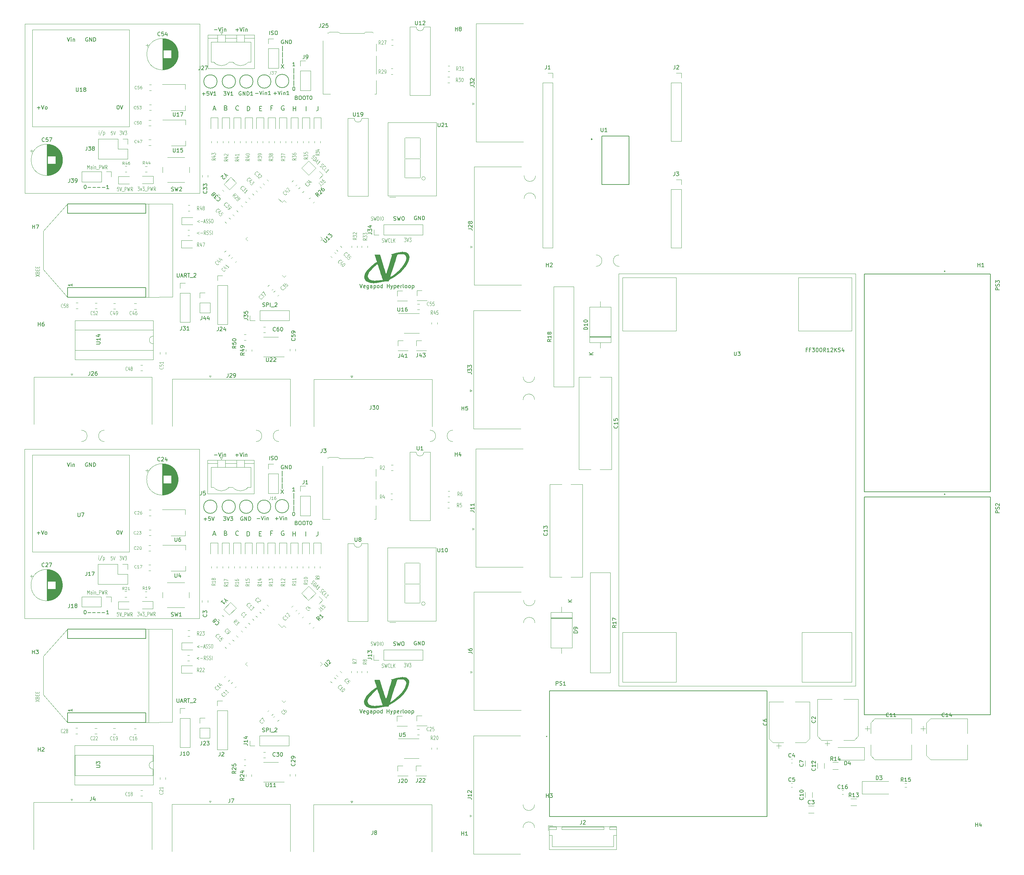
<source format=gbr>
%TF.GenerationSoftware,KiCad,Pcbnew,6.0.11-2627ca5db0~126~ubuntu20.04.1*%
%TF.CreationDate,2023-05-10T15:16:23+05:30*%
%TF.ProjectId,MVCU_COPY,4d564355-5f43-44f5-9059-2e6b69636164,rev?*%
%TF.SameCoordinates,Original*%
%TF.FileFunction,Legend,Top*%
%TF.FilePolarity,Positive*%
%FSLAX46Y46*%
G04 Gerber Fmt 4.6, Leading zero omitted, Abs format (unit mm)*
G04 Created by KiCad (PCBNEW 6.0.11-2627ca5db0~126~ubuntu20.04.1) date 2023-05-10 15:16:23*
%MOMM*%
%LPD*%
G01*
G04 APERTURE LIST*
%ADD10C,0.120000*%
%ADD11C,0.100000*%
%ADD12C,0.150000*%
%ADD13C,0.152400*%
%ADD14C,0.080000*%
%ADD15C,0.090000*%
%ADD16C,0.250000*%
%ADD17C,0.200000*%
%ADD18C,0.127000*%
%ADD19C,0.203200*%
G04 APERTURE END LIST*
D10*
X68018000Y-129345000D02*
X68018000Y-153745000D01*
X40457000Y-25025000D02*
X40457000Y-35125000D01*
X67283320Y-42372880D02*
X74257000Y-42325000D01*
X40418000Y-136445000D02*
X40418000Y-146545000D01*
X40418000Y-136445000D02*
X46743980Y-129297120D01*
X67244320Y-153792880D02*
X74218000Y-153745000D01*
X35518000Y-82195000D02*
X81318000Y-82195000D01*
X81318000Y-82195000D02*
X81318000Y-126495000D01*
X81318000Y-126495000D02*
X35518000Y-126495000D01*
X35518000Y-126495000D02*
X35518000Y-82195000D01*
X74218000Y-153745000D02*
X74218000Y-129345000D01*
X68057000Y-17925000D02*
X68057000Y-42325000D01*
X67244320Y-129297120D02*
X74218000Y-129345000D01*
X40457000Y-35125000D02*
X46782980Y-42372880D01*
X40457000Y-25025000D02*
X46782980Y-17877120D01*
X40418000Y-146545000D02*
X46743980Y-153792880D01*
X74257000Y-42325000D02*
X74257000Y-17925000D01*
X67283320Y-17877120D02*
X74257000Y-17925000D01*
X35557000Y29225000D02*
X81357000Y29225000D01*
X81357000Y29225000D02*
X81357000Y-15075000D01*
X81357000Y-15075000D02*
X35557000Y-15075000D01*
X35557000Y-15075000D02*
X35557000Y29225000D01*
D11*
X110566279Y-5788699D02*
X110608369Y-5898132D01*
X110734638Y-6024401D01*
X110818817Y-6041237D01*
X110877743Y-6032819D01*
X110970340Y-5990730D01*
X111037684Y-5923386D01*
X111079773Y-5830789D01*
X111088191Y-5771863D01*
X111071356Y-5687684D01*
X111004012Y-5552997D01*
X110987176Y-5468817D01*
X110995594Y-5409892D01*
X111037684Y-5317294D01*
X111105027Y-5249951D01*
X111197625Y-5207861D01*
X111256550Y-5199443D01*
X111340730Y-5216279D01*
X111466999Y-5342548D01*
X111509088Y-5451981D01*
X111062938Y-6352701D02*
X111770044Y-5645594D01*
X111896313Y-5771863D01*
X111938403Y-5881296D01*
X111921567Y-5999147D01*
X111879478Y-6091745D01*
X111770044Y-6251686D01*
X111669029Y-6352701D01*
X111509088Y-6462134D01*
X111416491Y-6504224D01*
X111298640Y-6521060D01*
X111189207Y-6478970D01*
X111062938Y-6352701D01*
X111770044Y-6655747D02*
X112022582Y-6908285D01*
X111517506Y-6807269D02*
X112401390Y-6276939D01*
X111871060Y-7160823D01*
X112325628Y-7615392D02*
X112022582Y-7312346D01*
X112174105Y-7463869D02*
X112881212Y-6756762D01*
X112729689Y-6807269D01*
X112611838Y-6824105D01*
X112527659Y-6807269D01*
D12*
X85230000Y27692571D02*
X85991904Y27692571D01*
X86325238Y28311619D02*
X86658571Y27311619D01*
X86991904Y28311619D01*
X87325238Y27311619D02*
X87325238Y27978285D01*
X87325238Y28311619D02*
X87277619Y28264000D01*
X87325238Y28216380D01*
X87372857Y28264000D01*
X87325238Y28311619D01*
X87325238Y28216380D01*
X87801428Y27978285D02*
X87801428Y27311619D01*
X87801428Y27883047D02*
X87849047Y27930666D01*
X87944285Y27978285D01*
X88087142Y27978285D01*
X88182380Y27930666D01*
X88230000Y27835428D01*
X88230000Y27311619D01*
X100389428Y7235714D02*
X99989428Y7235714D01*
X99989428Y6607142D02*
X99989428Y7807142D01*
X100560857Y7807142D01*
X85191000Y-83727428D02*
X85952904Y-83727428D01*
X86286238Y-83108380D02*
X86619571Y-84108380D01*
X86952904Y-83108380D01*
X87286238Y-84108380D02*
X87286238Y-83441714D01*
X87286238Y-83108380D02*
X87238619Y-83156000D01*
X87286238Y-83203619D01*
X87333857Y-83156000D01*
X87286238Y-83108380D01*
X87286238Y-83203619D01*
X87762428Y-83441714D02*
X87762428Y-84108380D01*
X87762428Y-83536952D02*
X87810047Y-83489333D01*
X87905285Y-83441714D01*
X88048142Y-83441714D01*
X88143380Y-83489333D01*
X88191000Y-83584571D01*
X88191000Y-84108380D01*
X103414285Y-103670000D02*
X103300000Y-103612857D01*
X103128571Y-103612857D01*
X102957142Y-103670000D01*
X102842857Y-103784285D01*
X102785714Y-103898571D01*
X102728571Y-104127142D01*
X102728571Y-104298571D01*
X102785714Y-104527142D01*
X102842857Y-104641428D01*
X102957142Y-104755714D01*
X103128571Y-104812857D01*
X103242857Y-104812857D01*
X103414285Y-104755714D01*
X103471428Y-104698571D01*
X103471428Y-104298571D01*
X103242857Y-104298571D01*
D11*
X129103571Y-139329761D02*
X129210714Y-139377380D01*
X129389285Y-139377380D01*
X129460714Y-139329761D01*
X129496428Y-139282142D01*
X129532142Y-139186904D01*
X129532142Y-139091666D01*
X129496428Y-138996428D01*
X129460714Y-138948809D01*
X129389285Y-138901190D01*
X129246428Y-138853571D01*
X129175000Y-138805952D01*
X129139285Y-138758333D01*
X129103571Y-138663095D01*
X129103571Y-138567857D01*
X129139285Y-138472619D01*
X129175000Y-138425000D01*
X129246428Y-138377380D01*
X129425000Y-138377380D01*
X129532142Y-138425000D01*
X129782142Y-138377380D02*
X129960714Y-139377380D01*
X130103571Y-138663095D01*
X130246428Y-139377380D01*
X130425000Y-138377380D01*
X131139285Y-139282142D02*
X131103571Y-139329761D01*
X130996428Y-139377380D01*
X130925000Y-139377380D01*
X130817857Y-139329761D01*
X130746428Y-139234523D01*
X130710714Y-139139285D01*
X130675000Y-138948809D01*
X130675000Y-138805952D01*
X130710714Y-138615476D01*
X130746428Y-138520238D01*
X130817857Y-138425000D01*
X130925000Y-138377380D01*
X130996428Y-138377380D01*
X131103571Y-138425000D01*
X131139285Y-138472619D01*
X131817857Y-139377380D02*
X131460714Y-139377380D01*
X131460714Y-138377380D01*
X132067857Y-139377380D02*
X132067857Y-138377380D01*
X132496428Y-139377380D02*
X132175000Y-138805952D01*
X132496428Y-138377380D02*
X132067857Y-138948809D01*
D12*
X88238714Y7235714D02*
X88410142Y7178571D01*
X88467285Y7121428D01*
X88524428Y7007142D01*
X88524428Y6835714D01*
X88467285Y6721428D01*
X88410142Y6664285D01*
X88295857Y6607142D01*
X87838714Y6607142D01*
X87838714Y7807142D01*
X88238714Y7807142D01*
X88353000Y7750000D01*
X88410142Y7692857D01*
X88467285Y7578571D01*
X88467285Y7464285D01*
X88410142Y7350000D01*
X88353000Y7292857D01*
X88238714Y7235714D01*
X87838714Y7235714D01*
D11*
X38384380Y-36903571D02*
X39384380Y-36403571D01*
X38384380Y-36403571D02*
X39384380Y-36903571D01*
X38860571Y-35867857D02*
X38908190Y-35760714D01*
X38955809Y-35725000D01*
X39051047Y-35689285D01*
X39193904Y-35689285D01*
X39289142Y-35725000D01*
X39336761Y-35760714D01*
X39384380Y-35832142D01*
X39384380Y-36117857D01*
X38384380Y-36117857D01*
X38384380Y-35867857D01*
X38432000Y-35796428D01*
X38479619Y-35760714D01*
X38574857Y-35725000D01*
X38670095Y-35725000D01*
X38765333Y-35760714D01*
X38812952Y-35796428D01*
X38860571Y-35867857D01*
X38860571Y-36117857D01*
X38860571Y-35367857D02*
X38860571Y-35117857D01*
X39384380Y-35010714D02*
X39384380Y-35367857D01*
X38384380Y-35367857D01*
X38384380Y-35010714D01*
X38860571Y-34689285D02*
X38860571Y-34439285D01*
X39384380Y-34332142D02*
X39384380Y-34689285D01*
X38384380Y-34689285D01*
X38384380Y-34332142D01*
X54935857Y-111097380D02*
X54935857Y-110430714D01*
X54935857Y-110097380D02*
X54900142Y-110145000D01*
X54935857Y-110192619D01*
X54971571Y-110145000D01*
X54935857Y-110097380D01*
X54935857Y-110192619D01*
X55828714Y-110049761D02*
X55185857Y-111335476D01*
X56078714Y-110430714D02*
X56078714Y-111430714D01*
X56078714Y-110478333D02*
X56150142Y-110430714D01*
X56293000Y-110430714D01*
X56364428Y-110478333D01*
X56400142Y-110525952D01*
X56435857Y-110621190D01*
X56435857Y-110906904D01*
X56400142Y-111002142D01*
X56364428Y-111049761D01*
X56293000Y-111097380D01*
X56150142Y-111097380D01*
X56078714Y-111049761D01*
D12*
X90818000Y27692571D02*
X91579904Y27692571D01*
X91198952Y27311619D02*
X91198952Y28073523D01*
X91913238Y28311619D02*
X92246571Y27311619D01*
X92579904Y28311619D01*
X92913238Y27311619D02*
X92913238Y27978285D01*
X92913238Y28311619D02*
X92865619Y28264000D01*
X92913238Y28216380D01*
X92960857Y28264000D01*
X92913238Y28311619D01*
X92913238Y28216380D01*
X93389428Y27978285D02*
X93389428Y27311619D01*
X93389428Y27883047D02*
X93437047Y27930666D01*
X93532285Y27978285D01*
X93675142Y27978285D01*
X93770380Y27930666D01*
X93818000Y27835428D01*
X93818000Y27311619D01*
X84946285Y6950000D02*
X85517714Y6950000D01*
X84832000Y6607142D02*
X85232000Y7807142D01*
X85632000Y6607142D01*
X106740666Y9928428D02*
X106883523Y9880809D01*
X106931142Y9833190D01*
X106978761Y9737952D01*
X106978761Y9595095D01*
X106931142Y9499857D01*
X106883523Y9452238D01*
X106788285Y9404619D01*
X106407333Y9404619D01*
X106407333Y10404619D01*
X106740666Y10404619D01*
X106835904Y10357000D01*
X106883523Y10309380D01*
X106931142Y10214142D01*
X106931142Y10118904D01*
X106883523Y10023666D01*
X106835904Y9976047D01*
X106740666Y9928428D01*
X106407333Y9928428D01*
X107597809Y10404619D02*
X107788285Y10404619D01*
X107883523Y10357000D01*
X107978761Y10261761D01*
X108026380Y10071285D01*
X108026380Y9737952D01*
X107978761Y9547476D01*
X107883523Y9452238D01*
X107788285Y9404619D01*
X107597809Y9404619D01*
X107502571Y9452238D01*
X107407333Y9547476D01*
X107359714Y9737952D01*
X107359714Y10071285D01*
X107407333Y10261761D01*
X107502571Y10357000D01*
X107597809Y10404619D01*
X108645428Y10404619D02*
X108835904Y10404619D01*
X108931142Y10357000D01*
X109026380Y10261761D01*
X109074000Y10071285D01*
X109074000Y9737952D01*
X109026380Y9547476D01*
X108931142Y9452238D01*
X108835904Y9404619D01*
X108645428Y9404619D01*
X108550190Y9452238D01*
X108454952Y9547476D01*
X108407333Y9737952D01*
X108407333Y10071285D01*
X108454952Y10261761D01*
X108550190Y10357000D01*
X108645428Y10404619D01*
X109359714Y10404619D02*
X109931142Y10404619D01*
X109645428Y9404619D02*
X109645428Y10404619D01*
X110454952Y10404619D02*
X110550190Y10404619D01*
X110645428Y10357000D01*
X110693047Y10309380D01*
X110740666Y10214142D01*
X110788285Y10023666D01*
X110788285Y9785571D01*
X110740666Y9595095D01*
X110693047Y9499857D01*
X110645428Y9452238D01*
X110550190Y9404619D01*
X110454952Y9404619D01*
X110359714Y9452238D01*
X110312095Y9499857D01*
X110264476Y9595095D01*
X110216857Y9785571D01*
X110216857Y10023666D01*
X110264476Y10214142D01*
X110312095Y10309380D01*
X110359714Y10357000D01*
X110454952Y10404619D01*
X106701666Y-101491571D02*
X106844523Y-101539190D01*
X106892142Y-101586809D01*
X106939761Y-101682047D01*
X106939761Y-101824904D01*
X106892142Y-101920142D01*
X106844523Y-101967761D01*
X106749285Y-102015380D01*
X106368333Y-102015380D01*
X106368333Y-101015380D01*
X106701666Y-101015380D01*
X106796904Y-101063000D01*
X106844523Y-101110619D01*
X106892142Y-101205857D01*
X106892142Y-101301095D01*
X106844523Y-101396333D01*
X106796904Y-101443952D01*
X106701666Y-101491571D01*
X106368333Y-101491571D01*
X107558809Y-101015380D02*
X107749285Y-101015380D01*
X107844523Y-101063000D01*
X107939761Y-101158238D01*
X107987380Y-101348714D01*
X107987380Y-101682047D01*
X107939761Y-101872523D01*
X107844523Y-101967761D01*
X107749285Y-102015380D01*
X107558809Y-102015380D01*
X107463571Y-101967761D01*
X107368333Y-101872523D01*
X107320714Y-101682047D01*
X107320714Y-101348714D01*
X107368333Y-101158238D01*
X107463571Y-101063000D01*
X107558809Y-101015380D01*
X108606428Y-101015380D02*
X108796904Y-101015380D01*
X108892142Y-101063000D01*
X108987380Y-101158238D01*
X109035000Y-101348714D01*
X109035000Y-101682047D01*
X108987380Y-101872523D01*
X108892142Y-101967761D01*
X108796904Y-102015380D01*
X108606428Y-102015380D01*
X108511190Y-101967761D01*
X108415952Y-101872523D01*
X108368333Y-101682047D01*
X108368333Y-101348714D01*
X108415952Y-101158238D01*
X108511190Y-101063000D01*
X108606428Y-101015380D01*
X109320714Y-101015380D02*
X109892142Y-101015380D01*
X109606428Y-102015380D02*
X109606428Y-101015380D01*
X110415952Y-101015380D02*
X110511190Y-101015380D01*
X110606428Y-101063000D01*
X110654047Y-101110619D01*
X110701666Y-101205857D01*
X110749285Y-101396333D01*
X110749285Y-101634428D01*
X110701666Y-101824904D01*
X110654047Y-101920142D01*
X110606428Y-101967761D01*
X110511190Y-102015380D01*
X110415952Y-102015380D01*
X110320714Y-101967761D01*
X110273095Y-101920142D01*
X110225476Y-101824904D01*
X110177857Y-101634428D01*
X110177857Y-101396333D01*
X110225476Y-101205857D01*
X110273095Y-101110619D01*
X110320714Y-101063000D01*
X110415952Y-101015380D01*
X132212047Y-22170761D02*
X132354904Y-22218380D01*
X132593000Y-22218380D01*
X132688238Y-22170761D01*
X132735857Y-22123142D01*
X132783476Y-22027904D01*
X132783476Y-21932666D01*
X132735857Y-21837428D01*
X132688238Y-21789809D01*
X132593000Y-21742190D01*
X132402523Y-21694571D01*
X132307285Y-21646952D01*
X132259666Y-21599333D01*
X132212047Y-21504095D01*
X132212047Y-21408857D01*
X132259666Y-21313619D01*
X132307285Y-21266000D01*
X132402523Y-21218380D01*
X132640619Y-21218380D01*
X132783476Y-21266000D01*
X133116809Y-21218380D02*
X133354904Y-22218380D01*
X133545380Y-21504095D01*
X133735857Y-22218380D01*
X133973952Y-21218380D01*
X134545380Y-21218380D02*
X134735857Y-21218380D01*
X134831095Y-21266000D01*
X134926333Y-21361238D01*
X134973952Y-21551714D01*
X134973952Y-21885047D01*
X134926333Y-22075523D01*
X134831095Y-22170761D01*
X134735857Y-22218380D01*
X134545380Y-22218380D01*
X134450142Y-22170761D01*
X134354904Y-22075523D01*
X134307285Y-21885047D01*
X134307285Y-21551714D01*
X134354904Y-21361238D01*
X134450142Y-21266000D01*
X134545380Y-21218380D01*
D11*
X126249714Y-133590761D02*
X126356857Y-133638380D01*
X126535428Y-133638380D01*
X126606857Y-133590761D01*
X126642571Y-133543142D01*
X126678285Y-133447904D01*
X126678285Y-133352666D01*
X126642571Y-133257428D01*
X126606857Y-133209809D01*
X126535428Y-133162190D01*
X126392571Y-133114571D01*
X126321142Y-133066952D01*
X126285428Y-133019333D01*
X126249714Y-132924095D01*
X126249714Y-132828857D01*
X126285428Y-132733619D01*
X126321142Y-132686000D01*
X126392571Y-132638380D01*
X126571142Y-132638380D01*
X126678285Y-132686000D01*
X126928285Y-132638380D02*
X127106857Y-133638380D01*
X127249714Y-132924095D01*
X127392571Y-133638380D01*
X127571142Y-132638380D01*
X127856857Y-133638380D02*
X127856857Y-132638380D01*
X128035428Y-132638380D01*
X128142571Y-132686000D01*
X128214000Y-132781238D01*
X128249714Y-132876476D01*
X128285428Y-133066952D01*
X128285428Y-133209809D01*
X128249714Y-133400285D01*
X128214000Y-133495523D01*
X128142571Y-133590761D01*
X128035428Y-133638380D01*
X127856857Y-133638380D01*
X128606857Y-133638380D02*
X128606857Y-132638380D01*
X129106857Y-132638380D02*
X129249714Y-132638380D01*
X129321142Y-132686000D01*
X129392571Y-132781238D01*
X129428285Y-132971714D01*
X129428285Y-133305047D01*
X129392571Y-133495523D01*
X129321142Y-133590761D01*
X129249714Y-133638380D01*
X129106857Y-133638380D01*
X129035428Y-133590761D01*
X128964000Y-133495523D01*
X128928285Y-133305047D01*
X128928285Y-132971714D01*
X128964000Y-132781238D01*
X129035428Y-132686000D01*
X129106857Y-132638380D01*
D12*
X138126095Y-132559000D02*
X138030857Y-132511380D01*
X137888000Y-132511380D01*
X137745142Y-132559000D01*
X137649904Y-132654238D01*
X137602285Y-132749476D01*
X137554666Y-132939952D01*
X137554666Y-133082809D01*
X137602285Y-133273285D01*
X137649904Y-133368523D01*
X137745142Y-133463761D01*
X137888000Y-133511380D01*
X137983238Y-133511380D01*
X138126095Y-133463761D01*
X138173714Y-133416142D01*
X138173714Y-133082809D01*
X137983238Y-133082809D01*
X138602285Y-133511380D02*
X138602285Y-132511380D01*
X139173714Y-133511380D01*
X139173714Y-132511380D01*
X139649904Y-133511380D02*
X139649904Y-132511380D01*
X139888000Y-132511380D01*
X140030857Y-132559000D01*
X140126095Y-132654238D01*
X140173714Y-132749476D01*
X140221333Y-132939952D01*
X140221333Y-133082809D01*
X140173714Y-133273285D01*
X140126095Y-133368523D01*
X140030857Y-133463761D01*
X139888000Y-133511380D01*
X139649904Y-133511380D01*
D10*
X81171571Y-136666214D02*
X80600142Y-136951928D01*
X81171571Y-137237642D01*
X81528714Y-136951928D02*
X82100142Y-136951928D01*
X82885857Y-137332880D02*
X82635857Y-136856690D01*
X82457285Y-137332880D02*
X82457285Y-136332880D01*
X82743000Y-136332880D01*
X82814428Y-136380500D01*
X82850142Y-136428119D01*
X82885857Y-136523357D01*
X82885857Y-136666214D01*
X82850142Y-136761452D01*
X82814428Y-136809071D01*
X82743000Y-136856690D01*
X82457285Y-136856690D01*
X83171571Y-137285261D02*
X83278714Y-137332880D01*
X83457285Y-137332880D01*
X83528714Y-137285261D01*
X83564428Y-137237642D01*
X83600142Y-137142404D01*
X83600142Y-137047166D01*
X83564428Y-136951928D01*
X83528714Y-136904309D01*
X83457285Y-136856690D01*
X83314428Y-136809071D01*
X83243000Y-136761452D01*
X83207285Y-136713833D01*
X83171571Y-136618595D01*
X83171571Y-136523357D01*
X83207285Y-136428119D01*
X83243000Y-136380500D01*
X83314428Y-136332880D01*
X83493000Y-136332880D01*
X83600142Y-136380500D01*
X83885857Y-137285261D02*
X83993000Y-137332880D01*
X84171571Y-137332880D01*
X84243000Y-137285261D01*
X84278714Y-137237642D01*
X84314428Y-137142404D01*
X84314428Y-137047166D01*
X84278714Y-136951928D01*
X84243000Y-136904309D01*
X84171571Y-136856690D01*
X84028714Y-136809071D01*
X83957285Y-136761452D01*
X83921571Y-136713833D01*
X83885857Y-136618595D01*
X83885857Y-136523357D01*
X83921571Y-136428119D01*
X83957285Y-136380500D01*
X84028714Y-136332880D01*
X84207285Y-136332880D01*
X84314428Y-136380500D01*
X84635857Y-137332880D02*
X84635857Y-136332880D01*
D12*
X138165095Y-21139000D02*
X138069857Y-21091380D01*
X137927000Y-21091380D01*
X137784142Y-21139000D01*
X137688904Y-21234238D01*
X137641285Y-21329476D01*
X137593666Y-21519952D01*
X137593666Y-21662809D01*
X137641285Y-21853285D01*
X137688904Y-21948523D01*
X137784142Y-22043761D01*
X137927000Y-22091380D01*
X138022238Y-22091380D01*
X138165095Y-22043761D01*
X138212714Y-21996142D01*
X138212714Y-21662809D01*
X138022238Y-21662809D01*
X138641285Y-22091380D02*
X138641285Y-21091380D01*
X139212714Y-22091380D01*
X139212714Y-21091380D01*
X139688904Y-22091380D02*
X139688904Y-21091380D01*
X139927000Y-21091380D01*
X140069857Y-21139000D01*
X140165095Y-21234238D01*
X140212714Y-21329476D01*
X140260333Y-21519952D01*
X140260333Y-21662809D01*
X140212714Y-21853285D01*
X140165095Y-21948523D01*
X140069857Y-22043761D01*
X139927000Y-22091380D01*
X139688904Y-22091380D01*
X90779000Y-83727428D02*
X91540904Y-83727428D01*
X91159952Y-84108380D02*
X91159952Y-83346476D01*
X91874238Y-83108380D02*
X92207571Y-84108380D01*
X92540904Y-83108380D01*
X92874238Y-84108380D02*
X92874238Y-83441714D01*
X92874238Y-83108380D02*
X92826619Y-83156000D01*
X92874238Y-83203619D01*
X92921857Y-83156000D01*
X92874238Y-83108380D01*
X92874238Y-83203619D01*
X93350428Y-83441714D02*
X93350428Y-84108380D01*
X93350428Y-83536952D02*
X93398047Y-83489333D01*
X93493285Y-83441714D01*
X93636142Y-83441714D01*
X93731380Y-83489333D01*
X93779000Y-83584571D01*
X93779000Y-84108380D01*
X112403428Y7682142D02*
X112403428Y6825000D01*
X112346285Y6653571D01*
X112232000Y6539285D01*
X112060571Y6482142D01*
X111946285Y6482142D01*
X100350428Y-104184285D02*
X99950428Y-104184285D01*
X99950428Y-104812857D02*
X99950428Y-103612857D01*
X100521857Y-103612857D01*
X105805142Y-104939857D02*
X105805142Y-103739857D01*
X105805142Y-104311285D02*
X106490857Y-104311285D01*
X106490857Y-104939857D02*
X106490857Y-103739857D01*
D11*
X110527279Y-117208699D02*
X110569369Y-117318132D01*
X110695638Y-117444401D01*
X110779817Y-117461237D01*
X110838743Y-117452819D01*
X110931340Y-117410730D01*
X110998684Y-117343386D01*
X111040773Y-117250789D01*
X111049191Y-117191863D01*
X111032356Y-117107684D01*
X110965012Y-116972997D01*
X110948176Y-116888817D01*
X110956594Y-116829892D01*
X110998684Y-116737294D01*
X111066027Y-116669951D01*
X111158625Y-116627861D01*
X111217550Y-116619443D01*
X111301730Y-116636279D01*
X111427999Y-116762548D01*
X111470088Y-116871981D01*
X111023938Y-117772701D02*
X111731044Y-117065594D01*
X111857313Y-117191863D01*
X111899403Y-117301296D01*
X111882567Y-117419147D01*
X111840478Y-117511745D01*
X111731044Y-117671686D01*
X111630029Y-117772701D01*
X111470088Y-117882134D01*
X111377491Y-117924224D01*
X111259640Y-117941060D01*
X111150207Y-117898970D01*
X111023938Y-117772701D01*
X111731044Y-118075747D02*
X111983582Y-118328285D01*
X111478506Y-118227269D02*
X112362390Y-117696939D01*
X111832060Y-118580823D01*
X112286628Y-119035392D02*
X111983582Y-118732346D01*
X112135105Y-118883869D02*
X112842212Y-118176762D01*
X112690689Y-118227269D01*
X112572838Y-118244105D01*
X112488659Y-118227269D01*
D12*
X91533428Y-104698571D02*
X91476285Y-104755714D01*
X91304857Y-104812857D01*
X91190571Y-104812857D01*
X91019142Y-104755714D01*
X90904857Y-104641428D01*
X90847714Y-104527142D01*
X90790571Y-104298571D01*
X90790571Y-104127142D01*
X90847714Y-103898571D01*
X90904857Y-103784285D01*
X91019142Y-103670000D01*
X91190571Y-103612857D01*
X91304857Y-103612857D01*
X91476285Y-103670000D01*
X91533428Y-103727142D01*
X84907285Y-104470000D02*
X85478714Y-104470000D01*
X84793000Y-104812857D02*
X85193000Y-103612857D01*
X85593000Y-104812857D01*
X106280714Y-93207380D02*
X105709285Y-93207380D01*
X105995000Y-93207380D02*
X105995000Y-92207380D01*
X105899761Y-92350238D01*
X105804523Y-92445476D01*
X105709285Y-92493095D01*
X105995000Y-95150714D02*
X105995000Y-93722142D01*
X105995000Y-96760714D02*
X105995000Y-95332142D01*
X105995000Y-98370714D02*
X105995000Y-96942142D01*
X105947380Y-98647380D02*
X106042619Y-98647380D01*
X106137857Y-98695000D01*
X106185476Y-98742619D01*
X106233095Y-98837857D01*
X106280714Y-99028333D01*
X106280714Y-99266428D01*
X106233095Y-99456904D01*
X106185476Y-99552142D01*
X106137857Y-99599761D01*
X106042619Y-99647380D01*
X105947380Y-99647380D01*
X105852142Y-99599761D01*
X105804523Y-99552142D01*
X105756904Y-99456904D01*
X105709285Y-99266428D01*
X105709285Y-99028333D01*
X105756904Y-98837857D01*
X105804523Y-98742619D01*
X105852142Y-98695000D01*
X105947380Y-98647380D01*
D11*
X112825906Y-119380326D02*
X112867996Y-119489759D01*
X112994265Y-119616028D01*
X113078444Y-119632864D01*
X113137370Y-119624446D01*
X113229967Y-119582356D01*
X113297311Y-119515013D01*
X113339400Y-119422416D01*
X113347818Y-119363490D01*
X113330982Y-119279311D01*
X113263639Y-119144624D01*
X113246803Y-119060444D01*
X113255221Y-119001519D01*
X113297311Y-118908921D01*
X113364654Y-118841578D01*
X113457251Y-118799488D01*
X113516177Y-118791070D01*
X113600356Y-118807906D01*
X113726625Y-118934175D01*
X113768715Y-119043608D01*
X113692954Y-120180030D02*
X113634028Y-120188448D01*
X113524595Y-120146358D01*
X113474087Y-120095851D01*
X113431998Y-119986417D01*
X113448834Y-119868566D01*
X113490923Y-119775969D01*
X113600356Y-119616028D01*
X113701372Y-119515013D01*
X113861312Y-119405580D01*
X113953910Y-119363490D01*
X114071761Y-119346654D01*
X114181194Y-119388744D01*
X114231702Y-119439251D01*
X114273791Y-119548685D01*
X114265374Y-119607610D01*
X114105433Y-120727196D02*
X113852895Y-120474658D01*
X114560001Y-119767551D01*
X114560001Y-121181765D02*
X114256956Y-120878719D01*
X114408478Y-121030242D02*
X115115585Y-120323135D01*
X114964062Y-120373643D01*
X114846211Y-120390478D01*
X114762032Y-120373643D01*
D10*
X60110857Y-124897380D02*
X59753714Y-124897380D01*
X59718000Y-125373571D01*
X59753714Y-125325952D01*
X59825142Y-125278333D01*
X60003714Y-125278333D01*
X60075142Y-125325952D01*
X60110857Y-125373571D01*
X60146571Y-125468809D01*
X60146571Y-125706904D01*
X60110857Y-125802142D01*
X60075142Y-125849761D01*
X60003714Y-125897380D01*
X59825142Y-125897380D01*
X59753714Y-125849761D01*
X59718000Y-125802142D01*
X60360857Y-124897380D02*
X60610857Y-125897380D01*
X60860857Y-124897380D01*
X60932285Y-125992619D02*
X61503714Y-125992619D01*
X61682285Y-125897380D02*
X61682285Y-124897380D01*
X61968000Y-124897380D01*
X62039428Y-124945000D01*
X62075142Y-124992619D01*
X62110857Y-125087857D01*
X62110857Y-125230714D01*
X62075142Y-125325952D01*
X62039428Y-125373571D01*
X61968000Y-125421190D01*
X61682285Y-125421190D01*
X62360857Y-124897380D02*
X62539428Y-125897380D01*
X62682285Y-125183095D01*
X62825142Y-125897380D01*
X63003714Y-124897380D01*
X63718000Y-125897380D02*
X63468000Y-125421190D01*
X63289428Y-125897380D02*
X63289428Y-124897380D01*
X63575142Y-124897380D01*
X63646571Y-124945000D01*
X63682285Y-124992619D01*
X63718000Y-125087857D01*
X63718000Y-125230714D01*
X63682285Y-125325952D01*
X63646571Y-125373571D01*
X63575142Y-125421190D01*
X63289428Y-125421190D01*
D12*
X109196000Y-104939857D02*
X109196000Y-103739857D01*
X97000857Y-104311285D02*
X97400857Y-104311285D01*
X97572285Y-104939857D02*
X97000857Y-104939857D01*
X97000857Y-103739857D01*
X97572285Y-103739857D01*
D11*
X60389428Y-110197380D02*
X60853714Y-110197380D01*
X60603714Y-110578333D01*
X60710857Y-110578333D01*
X60782285Y-110625952D01*
X60818000Y-110673571D01*
X60853714Y-110768809D01*
X60853714Y-111006904D01*
X60818000Y-111102142D01*
X60782285Y-111149761D01*
X60710857Y-111197380D01*
X60496571Y-111197380D01*
X60425142Y-111149761D01*
X60389428Y-111102142D01*
X61068000Y-110197380D02*
X61318000Y-111197380D01*
X61568000Y-110197380D01*
X61746571Y-110197380D02*
X62210857Y-110197380D01*
X61960857Y-110578333D01*
X62068000Y-110578333D01*
X62139428Y-110625952D01*
X62175142Y-110673571D01*
X62210857Y-110768809D01*
X62210857Y-111006904D01*
X62175142Y-111102142D01*
X62139428Y-111149761D01*
X62068000Y-111197380D01*
X61853714Y-111197380D01*
X61782285Y-111149761D01*
X61746571Y-111102142D01*
D10*
X81284000Y-22198214D02*
X80750666Y-22483928D01*
X81284000Y-22769642D01*
X81617333Y-22483928D02*
X82150666Y-22483928D01*
X82450666Y-22579166D02*
X82784000Y-22579166D01*
X82384000Y-22864880D02*
X82617333Y-21864880D01*
X82850666Y-22864880D01*
X83050666Y-22817261D02*
X83150666Y-22864880D01*
X83317333Y-22864880D01*
X83384000Y-22817261D01*
X83417333Y-22769642D01*
X83450666Y-22674404D01*
X83450666Y-22579166D01*
X83417333Y-22483928D01*
X83384000Y-22436309D01*
X83317333Y-22388690D01*
X83184000Y-22341071D01*
X83117333Y-22293452D01*
X83084000Y-22245833D01*
X83050666Y-22150595D01*
X83050666Y-22055357D01*
X83084000Y-21960119D01*
X83117333Y-21912500D01*
X83184000Y-21864880D01*
X83350666Y-21864880D01*
X83450666Y-21912500D01*
X83717333Y-22817261D02*
X83817333Y-22864880D01*
X83984000Y-22864880D01*
X84050666Y-22817261D01*
X84084000Y-22769642D01*
X84117333Y-22674404D01*
X84117333Y-22579166D01*
X84084000Y-22483928D01*
X84050666Y-22436309D01*
X83984000Y-22388690D01*
X83850666Y-22341071D01*
X83784000Y-22293452D01*
X83750666Y-22245833D01*
X83717333Y-22150595D01*
X83717333Y-22055357D01*
X83750666Y-21960119D01*
X83784000Y-21912500D01*
X83850666Y-21864880D01*
X84017333Y-21864880D01*
X84117333Y-21912500D01*
X84550666Y-21864880D02*
X84684000Y-21864880D01*
X84750666Y-21912500D01*
X84817333Y-22007738D01*
X84850666Y-22198214D01*
X84850666Y-22531547D01*
X84817333Y-22722023D01*
X84750666Y-22817261D01*
X84684000Y-22864880D01*
X84550666Y-22864880D01*
X84484000Y-22817261D01*
X84417333Y-22722023D01*
X84384000Y-22531547D01*
X84384000Y-22198214D01*
X84417333Y-22007738D01*
X84484000Y-21912500D01*
X84550666Y-21864880D01*
D12*
X112364428Y-103737857D02*
X112364428Y-104595000D01*
X112307285Y-104766428D01*
X112193000Y-104880714D01*
X112021571Y-104937857D01*
X111907285Y-104937857D01*
X99700000Y26422619D02*
X99700000Y27422619D01*
X100128571Y26470238D02*
X100271428Y26422619D01*
X100509523Y26422619D01*
X100604761Y26470238D01*
X100652380Y26517857D01*
X100700000Y26613095D01*
X100700000Y26708333D01*
X100652380Y26803571D01*
X100604761Y26851190D01*
X100509523Y26898809D01*
X100319047Y26946428D01*
X100223809Y26994047D01*
X100176190Y27041666D01*
X100128571Y27136904D01*
X100128571Y27232142D01*
X100176190Y27327380D01*
X100223809Y27375000D01*
X100319047Y27422619D01*
X100557142Y27422619D01*
X100700000Y27375000D01*
X101319047Y27422619D02*
X101509523Y27422619D01*
X101604761Y27375000D01*
X101700000Y27279761D01*
X101747619Y27089285D01*
X101747619Y26755952D01*
X101700000Y26565476D01*
X101604761Y26470238D01*
X101509523Y26422619D01*
X101319047Y26422619D01*
X101223809Y26470238D01*
X101128571Y26565476D01*
X101080952Y26755952D01*
X101080952Y27089285D01*
X101128571Y27279761D01*
X101223809Y27375000D01*
X101319047Y27422619D01*
X132173047Y-133590761D02*
X132315904Y-133638380D01*
X132554000Y-133638380D01*
X132649238Y-133590761D01*
X132696857Y-133543142D01*
X132744476Y-133447904D01*
X132744476Y-133352666D01*
X132696857Y-133257428D01*
X132649238Y-133209809D01*
X132554000Y-133162190D01*
X132363523Y-133114571D01*
X132268285Y-133066952D01*
X132220666Y-133019333D01*
X132173047Y-132924095D01*
X132173047Y-132828857D01*
X132220666Y-132733619D01*
X132268285Y-132686000D01*
X132363523Y-132638380D01*
X132601619Y-132638380D01*
X132744476Y-132686000D01*
X133077809Y-132638380D02*
X133315904Y-133638380D01*
X133506380Y-132924095D01*
X133696857Y-133638380D01*
X133934952Y-132638380D01*
X134506380Y-132638380D02*
X134696857Y-132638380D01*
X134792095Y-132686000D01*
X134887333Y-132781238D01*
X134934952Y-132971714D01*
X134934952Y-133305047D01*
X134887333Y-133495523D01*
X134792095Y-133590761D01*
X134696857Y-133638380D01*
X134506380Y-133638380D01*
X134411142Y-133590761D01*
X134315904Y-133495523D01*
X134268285Y-133305047D01*
X134268285Y-132971714D01*
X134315904Y-132781238D01*
X134411142Y-132686000D01*
X134506380Y-132638380D01*
D11*
X60428428Y1222619D02*
X60892714Y1222619D01*
X60642714Y841666D01*
X60749857Y841666D01*
X60821285Y794047D01*
X60857000Y746428D01*
X60892714Y651190D01*
X60892714Y413095D01*
X60857000Y317857D01*
X60821285Y270238D01*
X60749857Y222619D01*
X60535571Y222619D01*
X60464142Y270238D01*
X60428428Y317857D01*
X61107000Y1222619D02*
X61357000Y222619D01*
X61607000Y1222619D01*
X61785571Y1222619D02*
X62249857Y1222619D01*
X61999857Y841666D01*
X62107000Y841666D01*
X62178428Y794047D01*
X62214142Y746428D01*
X62249857Y651190D01*
X62249857Y413095D01*
X62214142Y317857D01*
X62178428Y270238D01*
X62107000Y222619D01*
X61892714Y222619D01*
X61821285Y270238D01*
X61785571Y317857D01*
X126288714Y-22170761D02*
X126395857Y-22218380D01*
X126574428Y-22218380D01*
X126645857Y-22170761D01*
X126681571Y-22123142D01*
X126717285Y-22027904D01*
X126717285Y-21932666D01*
X126681571Y-21837428D01*
X126645857Y-21789809D01*
X126574428Y-21742190D01*
X126431571Y-21694571D01*
X126360142Y-21646952D01*
X126324428Y-21599333D01*
X126288714Y-21504095D01*
X126288714Y-21408857D01*
X126324428Y-21313619D01*
X126360142Y-21266000D01*
X126431571Y-21218380D01*
X126610142Y-21218380D01*
X126717285Y-21266000D01*
X126967285Y-21218380D02*
X127145857Y-22218380D01*
X127288714Y-21504095D01*
X127431571Y-22218380D01*
X127610142Y-21218380D01*
X127895857Y-22218380D02*
X127895857Y-21218380D01*
X128074428Y-21218380D01*
X128181571Y-21266000D01*
X128253000Y-21361238D01*
X128288714Y-21456476D01*
X128324428Y-21646952D01*
X128324428Y-21789809D01*
X128288714Y-21980285D01*
X128253000Y-22075523D01*
X128181571Y-22170761D01*
X128074428Y-22218380D01*
X127895857Y-22218380D01*
X128645857Y-22218380D02*
X128645857Y-21218380D01*
X129145857Y-21218380D02*
X129288714Y-21218380D01*
X129360142Y-21266000D01*
X129431571Y-21361238D01*
X129467285Y-21551714D01*
X129467285Y-21885047D01*
X129431571Y-22075523D01*
X129360142Y-22170761D01*
X129288714Y-22218380D01*
X129145857Y-22218380D01*
X129074428Y-22170761D01*
X129003000Y-22075523D01*
X128967285Y-21885047D01*
X128967285Y-21551714D01*
X129003000Y-21361238D01*
X129074428Y-21266000D01*
X129145857Y-21218380D01*
D12*
X93807714Y6480142D02*
X93807714Y7680142D01*
X94093428Y7680142D01*
X94264857Y7623000D01*
X94379142Y7508714D01*
X94436285Y7394428D01*
X94493428Y7165857D01*
X94493428Y6994428D01*
X94436285Y6765857D01*
X94379142Y6651571D01*
X94264857Y6537285D01*
X94093428Y6480142D01*
X93807714Y6480142D01*
X93768714Y-104939857D02*
X93768714Y-103739857D01*
X94054428Y-103739857D01*
X94225857Y-103797000D01*
X94340142Y-103911285D01*
X94397285Y-104025571D01*
X94454428Y-104254142D01*
X94454428Y-104425571D01*
X94397285Y-104654142D01*
X94340142Y-104768428D01*
X94225857Y-104882714D01*
X94054428Y-104939857D01*
X93768714Y-104939857D01*
D10*
X81210571Y-25246214D02*
X80639142Y-25531928D01*
X81210571Y-25817642D01*
X81567714Y-25531928D02*
X82139142Y-25531928D01*
X82924857Y-25912880D02*
X82674857Y-25436690D01*
X82496285Y-25912880D02*
X82496285Y-24912880D01*
X82782000Y-24912880D01*
X82853428Y-24960500D01*
X82889142Y-25008119D01*
X82924857Y-25103357D01*
X82924857Y-25246214D01*
X82889142Y-25341452D01*
X82853428Y-25389071D01*
X82782000Y-25436690D01*
X82496285Y-25436690D01*
X83210571Y-25865261D02*
X83317714Y-25912880D01*
X83496285Y-25912880D01*
X83567714Y-25865261D01*
X83603428Y-25817642D01*
X83639142Y-25722404D01*
X83639142Y-25627166D01*
X83603428Y-25531928D01*
X83567714Y-25484309D01*
X83496285Y-25436690D01*
X83353428Y-25389071D01*
X83282000Y-25341452D01*
X83246285Y-25293833D01*
X83210571Y-25198595D01*
X83210571Y-25103357D01*
X83246285Y-25008119D01*
X83282000Y-24960500D01*
X83353428Y-24912880D01*
X83532000Y-24912880D01*
X83639142Y-24960500D01*
X83924857Y-25865261D02*
X84032000Y-25912880D01*
X84210571Y-25912880D01*
X84282000Y-25865261D01*
X84317714Y-25817642D01*
X84353428Y-25722404D01*
X84353428Y-25627166D01*
X84317714Y-25531928D01*
X84282000Y-25484309D01*
X84210571Y-25436690D01*
X84067714Y-25389071D01*
X83996285Y-25341452D01*
X83960571Y-25293833D01*
X83924857Y-25198595D01*
X83924857Y-25103357D01*
X83960571Y-25008119D01*
X83996285Y-24960500D01*
X84067714Y-24912880D01*
X84246285Y-24912880D01*
X84353428Y-24960500D01*
X84674857Y-25912880D02*
X84674857Y-24912880D01*
D12*
X103453285Y7750000D02*
X103339000Y7807142D01*
X103167571Y7807142D01*
X102996142Y7750000D01*
X102881857Y7635714D01*
X102824714Y7521428D01*
X102767571Y7292857D01*
X102767571Y7121428D01*
X102824714Y6892857D01*
X102881857Y6778571D01*
X102996142Y6664285D01*
X103167571Y6607142D01*
X103281857Y6607142D01*
X103453285Y6664285D01*
X103510428Y6721428D01*
X103510428Y7121428D01*
X103281857Y7121428D01*
D11*
X38345380Y-148323571D02*
X39345380Y-147823571D01*
X38345380Y-147823571D02*
X39345380Y-148323571D01*
X38821571Y-147287857D02*
X38869190Y-147180714D01*
X38916809Y-147145000D01*
X39012047Y-147109285D01*
X39154904Y-147109285D01*
X39250142Y-147145000D01*
X39297761Y-147180714D01*
X39345380Y-147252142D01*
X39345380Y-147537857D01*
X38345380Y-147537857D01*
X38345380Y-147287857D01*
X38393000Y-147216428D01*
X38440619Y-147180714D01*
X38535857Y-147145000D01*
X38631095Y-147145000D01*
X38726333Y-147180714D01*
X38773952Y-147216428D01*
X38821571Y-147287857D01*
X38821571Y-147537857D01*
X38821571Y-146787857D02*
X38821571Y-146537857D01*
X39345380Y-146430714D02*
X39345380Y-146787857D01*
X38345380Y-146787857D01*
X38345380Y-146430714D01*
X38821571Y-146109285D02*
X38821571Y-145859285D01*
X39345380Y-145752142D02*
X39345380Y-146109285D01*
X38345380Y-146109285D01*
X38345380Y-145752142D01*
X112864906Y-7960326D02*
X112906996Y-8069759D01*
X113033265Y-8196028D01*
X113117444Y-8212864D01*
X113176370Y-8204446D01*
X113268967Y-8162356D01*
X113336311Y-8095013D01*
X113378400Y-8002416D01*
X113386818Y-7943490D01*
X113369982Y-7859311D01*
X113302639Y-7724624D01*
X113285803Y-7640444D01*
X113294221Y-7581519D01*
X113336311Y-7488921D01*
X113403654Y-7421578D01*
X113496251Y-7379488D01*
X113555177Y-7371070D01*
X113639356Y-7387906D01*
X113765625Y-7514175D01*
X113807715Y-7623608D01*
X113731954Y-8760030D02*
X113673028Y-8768448D01*
X113563595Y-8726358D01*
X113513087Y-8675851D01*
X113470998Y-8566417D01*
X113487834Y-8448566D01*
X113529923Y-8355969D01*
X113639356Y-8196028D01*
X113740372Y-8095013D01*
X113900312Y-7985580D01*
X113992910Y-7943490D01*
X114110761Y-7926654D01*
X114220194Y-7968744D01*
X114270702Y-8019251D01*
X114312791Y-8128685D01*
X114304374Y-8187610D01*
X114144433Y-9307196D02*
X113891895Y-9054658D01*
X114599001Y-8347551D01*
X114599001Y-9761765D02*
X114295956Y-9458719D01*
X114447478Y-9610242D02*
X115154585Y-8903135D01*
X115003062Y-8953643D01*
X114885211Y-8970478D01*
X114801032Y-8953643D01*
D10*
X65099857Y-13427380D02*
X65564142Y-13427380D01*
X65314142Y-13808333D01*
X65421285Y-13808333D01*
X65492714Y-13855952D01*
X65528428Y-13903571D01*
X65564142Y-13998809D01*
X65564142Y-14236904D01*
X65528428Y-14332142D01*
X65492714Y-14379761D01*
X65421285Y-14427380D01*
X65207000Y-14427380D01*
X65135571Y-14379761D01*
X65099857Y-14332142D01*
X65814142Y-13760714D02*
X65992714Y-14427380D01*
X66171285Y-13760714D01*
X66385571Y-13427380D02*
X66849857Y-13427380D01*
X66599857Y-13808333D01*
X66707000Y-13808333D01*
X66778428Y-13855952D01*
X66814142Y-13903571D01*
X66849857Y-13998809D01*
X66849857Y-14236904D01*
X66814142Y-14332142D01*
X66778428Y-14379761D01*
X66707000Y-14427380D01*
X66492714Y-14427380D01*
X66421285Y-14379761D01*
X66385571Y-14332142D01*
X66992714Y-14522619D02*
X67564142Y-14522619D01*
X67742714Y-14427380D02*
X67742714Y-13427380D01*
X68028428Y-13427380D01*
X68099857Y-13475000D01*
X68135571Y-13522619D01*
X68171285Y-13617857D01*
X68171285Y-13760714D01*
X68135571Y-13855952D01*
X68099857Y-13903571D01*
X68028428Y-13951190D01*
X67742714Y-13951190D01*
X68421285Y-13427380D02*
X68599857Y-14427380D01*
X68742714Y-13713095D01*
X68885571Y-14427380D01*
X69064142Y-13427380D01*
X69778428Y-14427380D02*
X69528428Y-13951190D01*
X69349857Y-14427380D02*
X69349857Y-13427380D01*
X69635571Y-13427380D01*
X69707000Y-13475000D01*
X69742714Y-13522619D01*
X69778428Y-13617857D01*
X69778428Y-13760714D01*
X69742714Y-13855952D01*
X69707000Y-13903571D01*
X69635571Y-13951190D01*
X69349857Y-13951190D01*
D12*
X88199714Y-104184285D02*
X88371142Y-104241428D01*
X88428285Y-104298571D01*
X88485428Y-104412857D01*
X88485428Y-104584285D01*
X88428285Y-104698571D01*
X88371142Y-104755714D01*
X88256857Y-104812857D01*
X87799714Y-104812857D01*
X87799714Y-103612857D01*
X88199714Y-103612857D01*
X88314000Y-103670000D01*
X88371142Y-103727142D01*
X88428285Y-103841428D01*
X88428285Y-103955714D01*
X88371142Y-104070000D01*
X88314000Y-104127142D01*
X88199714Y-104184285D01*
X87799714Y-104184285D01*
D10*
X65060857Y-124847380D02*
X65525142Y-124847380D01*
X65275142Y-125228333D01*
X65382285Y-125228333D01*
X65453714Y-125275952D01*
X65489428Y-125323571D01*
X65525142Y-125418809D01*
X65525142Y-125656904D01*
X65489428Y-125752142D01*
X65453714Y-125799761D01*
X65382285Y-125847380D01*
X65168000Y-125847380D01*
X65096571Y-125799761D01*
X65060857Y-125752142D01*
X65775142Y-125180714D02*
X65953714Y-125847380D01*
X66132285Y-125180714D01*
X66346571Y-124847380D02*
X66810857Y-124847380D01*
X66560857Y-125228333D01*
X66668000Y-125228333D01*
X66739428Y-125275952D01*
X66775142Y-125323571D01*
X66810857Y-125418809D01*
X66810857Y-125656904D01*
X66775142Y-125752142D01*
X66739428Y-125799761D01*
X66668000Y-125847380D01*
X66453714Y-125847380D01*
X66382285Y-125799761D01*
X66346571Y-125752142D01*
X66953714Y-125942619D02*
X67525142Y-125942619D01*
X67703714Y-125847380D02*
X67703714Y-124847380D01*
X67989428Y-124847380D01*
X68060857Y-124895000D01*
X68096571Y-124942619D01*
X68132285Y-125037857D01*
X68132285Y-125180714D01*
X68096571Y-125275952D01*
X68060857Y-125323571D01*
X67989428Y-125371190D01*
X67703714Y-125371190D01*
X68382285Y-124847380D02*
X68560857Y-125847380D01*
X68703714Y-125133095D01*
X68846571Y-125847380D01*
X69025142Y-124847380D01*
X69739428Y-125847380D02*
X69489428Y-125371190D01*
X69310857Y-125847380D02*
X69310857Y-124847380D01*
X69596571Y-124847380D01*
X69668000Y-124895000D01*
X69703714Y-124942619D01*
X69739428Y-125037857D01*
X69739428Y-125180714D01*
X69703714Y-125275952D01*
X69668000Y-125323571D01*
X69596571Y-125371190D01*
X69310857Y-125371190D01*
D11*
X58475142Y-110247380D02*
X58118000Y-110247380D01*
X58082285Y-110723571D01*
X58118000Y-110675952D01*
X58189428Y-110628333D01*
X58368000Y-110628333D01*
X58439428Y-110675952D01*
X58475142Y-110723571D01*
X58510857Y-110818809D01*
X58510857Y-111056904D01*
X58475142Y-111152142D01*
X58439428Y-111199761D01*
X58368000Y-111247380D01*
X58189428Y-111247380D01*
X58118000Y-111199761D01*
X58082285Y-111152142D01*
X58725142Y-110247380D02*
X58975142Y-111247380D01*
X59225142Y-110247380D01*
X129142571Y-27909761D02*
X129249714Y-27957380D01*
X129428285Y-27957380D01*
X129499714Y-27909761D01*
X129535428Y-27862142D01*
X129571142Y-27766904D01*
X129571142Y-27671666D01*
X129535428Y-27576428D01*
X129499714Y-27528809D01*
X129428285Y-27481190D01*
X129285428Y-27433571D01*
X129214000Y-27385952D01*
X129178285Y-27338333D01*
X129142571Y-27243095D01*
X129142571Y-27147857D01*
X129178285Y-27052619D01*
X129214000Y-27005000D01*
X129285428Y-26957380D01*
X129464000Y-26957380D01*
X129571142Y-27005000D01*
X129821142Y-26957380D02*
X129999714Y-27957380D01*
X130142571Y-27243095D01*
X130285428Y-27957380D01*
X130464000Y-26957380D01*
X131178285Y-27862142D02*
X131142571Y-27909761D01*
X131035428Y-27957380D01*
X130964000Y-27957380D01*
X130856857Y-27909761D01*
X130785428Y-27814523D01*
X130749714Y-27719285D01*
X130714000Y-27528809D01*
X130714000Y-27385952D01*
X130749714Y-27195476D01*
X130785428Y-27100238D01*
X130856857Y-27005000D01*
X130964000Y-26957380D01*
X131035428Y-26957380D01*
X131142571Y-27005000D01*
X131178285Y-27052619D01*
X131856857Y-27957380D02*
X131499714Y-27957380D01*
X131499714Y-26957380D01*
X132106857Y-27957380D02*
X132106857Y-26957380D01*
X132535428Y-27957380D02*
X132214000Y-27385952D01*
X132535428Y-26957380D02*
X132106857Y-27528809D01*
X58514142Y1172619D02*
X58157000Y1172619D01*
X58121285Y696428D01*
X58157000Y744047D01*
X58228428Y791666D01*
X58407000Y791666D01*
X58478428Y744047D01*
X58514142Y696428D01*
X58549857Y601190D01*
X58549857Y363095D01*
X58514142Y267857D01*
X58478428Y220238D01*
X58407000Y172619D01*
X58228428Y172619D01*
X58157000Y220238D01*
X58121285Y267857D01*
X58764142Y1172619D02*
X59014142Y172619D01*
X59264142Y1172619D01*
D12*
X99661000Y-84997380D02*
X99661000Y-83997380D01*
X100089571Y-84949761D02*
X100232428Y-84997380D01*
X100470523Y-84997380D01*
X100565761Y-84949761D01*
X100613380Y-84902142D01*
X100661000Y-84806904D01*
X100661000Y-84711666D01*
X100613380Y-84616428D01*
X100565761Y-84568809D01*
X100470523Y-84521190D01*
X100280047Y-84473571D01*
X100184809Y-84425952D01*
X100137190Y-84378333D01*
X100089571Y-84283095D01*
X100089571Y-84187857D01*
X100137190Y-84092619D01*
X100184809Y-84045000D01*
X100280047Y-83997380D01*
X100518142Y-83997380D01*
X100661000Y-84045000D01*
X101280047Y-83997380D02*
X101470523Y-83997380D01*
X101565761Y-84045000D01*
X101661000Y-84140238D01*
X101708619Y-84330714D01*
X101708619Y-84664047D01*
X101661000Y-84854523D01*
X101565761Y-84949761D01*
X101470523Y-84997380D01*
X101280047Y-84997380D01*
X101184809Y-84949761D01*
X101089571Y-84854523D01*
X101041952Y-84664047D01*
X101041952Y-84330714D01*
X101089571Y-84140238D01*
X101184809Y-84045000D01*
X101280047Y-83997380D01*
X123344952Y-38907380D02*
X123678285Y-39907380D01*
X124011619Y-38907380D01*
X124725904Y-39859761D02*
X124630666Y-39907380D01*
X124440190Y-39907380D01*
X124344952Y-39859761D01*
X124297333Y-39764523D01*
X124297333Y-39383571D01*
X124344952Y-39288333D01*
X124440190Y-39240714D01*
X124630666Y-39240714D01*
X124725904Y-39288333D01*
X124773523Y-39383571D01*
X124773523Y-39478809D01*
X124297333Y-39574047D01*
X125630666Y-39240714D02*
X125630666Y-40050238D01*
X125583047Y-40145476D01*
X125535428Y-40193095D01*
X125440190Y-40240714D01*
X125297333Y-40240714D01*
X125202095Y-40193095D01*
X125630666Y-39859761D02*
X125535428Y-39907380D01*
X125344952Y-39907380D01*
X125249714Y-39859761D01*
X125202095Y-39812142D01*
X125154476Y-39716904D01*
X125154476Y-39431190D01*
X125202095Y-39335952D01*
X125249714Y-39288333D01*
X125344952Y-39240714D01*
X125535428Y-39240714D01*
X125630666Y-39288333D01*
X126535428Y-39907380D02*
X126535428Y-39383571D01*
X126487809Y-39288333D01*
X126392571Y-39240714D01*
X126202095Y-39240714D01*
X126106857Y-39288333D01*
X126535428Y-39859761D02*
X126440190Y-39907380D01*
X126202095Y-39907380D01*
X126106857Y-39859761D01*
X126059238Y-39764523D01*
X126059238Y-39669285D01*
X126106857Y-39574047D01*
X126202095Y-39526428D01*
X126440190Y-39526428D01*
X126535428Y-39478809D01*
X127011619Y-39240714D02*
X127011619Y-40240714D01*
X127011619Y-39288333D02*
X127106857Y-39240714D01*
X127297333Y-39240714D01*
X127392571Y-39288333D01*
X127440190Y-39335952D01*
X127487809Y-39431190D01*
X127487809Y-39716904D01*
X127440190Y-39812142D01*
X127392571Y-39859761D01*
X127297333Y-39907380D01*
X127106857Y-39907380D01*
X127011619Y-39859761D01*
X128059238Y-39907380D02*
X127964000Y-39859761D01*
X127916380Y-39812142D01*
X127868761Y-39716904D01*
X127868761Y-39431190D01*
X127916380Y-39335952D01*
X127964000Y-39288333D01*
X128059238Y-39240714D01*
X128202095Y-39240714D01*
X128297333Y-39288333D01*
X128344952Y-39335952D01*
X128392571Y-39431190D01*
X128392571Y-39716904D01*
X128344952Y-39812142D01*
X128297333Y-39859761D01*
X128202095Y-39907380D01*
X128059238Y-39907380D01*
X129249714Y-39907380D02*
X129249714Y-38907380D01*
X129249714Y-39859761D02*
X129154476Y-39907380D01*
X128964000Y-39907380D01*
X128868761Y-39859761D01*
X128821142Y-39812142D01*
X128773523Y-39716904D01*
X128773523Y-39431190D01*
X128821142Y-39335952D01*
X128868761Y-39288333D01*
X128964000Y-39240714D01*
X129154476Y-39240714D01*
X129249714Y-39288333D01*
X130487809Y-39907380D02*
X130487809Y-38907380D01*
X130487809Y-39383571D02*
X131059238Y-39383571D01*
X131059238Y-39907380D02*
X131059238Y-38907380D01*
X131440190Y-39240714D02*
X131678285Y-39907380D01*
X131916380Y-39240714D02*
X131678285Y-39907380D01*
X131583047Y-40145476D01*
X131535428Y-40193095D01*
X131440190Y-40240714D01*
X132297333Y-39240714D02*
X132297333Y-40240714D01*
X132297333Y-39288333D02*
X132392571Y-39240714D01*
X132583047Y-39240714D01*
X132678285Y-39288333D01*
X132725904Y-39335952D01*
X132773523Y-39431190D01*
X132773523Y-39716904D01*
X132725904Y-39812142D01*
X132678285Y-39859761D01*
X132583047Y-39907380D01*
X132392571Y-39907380D01*
X132297333Y-39859761D01*
X133583047Y-39859761D02*
X133487809Y-39907380D01*
X133297333Y-39907380D01*
X133202095Y-39859761D01*
X133154476Y-39764523D01*
X133154476Y-39383571D01*
X133202095Y-39288333D01*
X133297333Y-39240714D01*
X133487809Y-39240714D01*
X133583047Y-39288333D01*
X133630666Y-39383571D01*
X133630666Y-39478809D01*
X133154476Y-39574047D01*
X134059238Y-39907380D02*
X134059238Y-39240714D01*
X134059238Y-39431190D02*
X134106857Y-39335952D01*
X134154476Y-39288333D01*
X134249714Y-39240714D01*
X134344952Y-39240714D01*
X134821142Y-39907380D02*
X134725904Y-39859761D01*
X134678285Y-39764523D01*
X134678285Y-38907380D01*
X135344952Y-39907380D02*
X135249714Y-39859761D01*
X135202095Y-39812142D01*
X135154476Y-39716904D01*
X135154476Y-39431190D01*
X135202095Y-39335952D01*
X135249714Y-39288333D01*
X135344952Y-39240714D01*
X135487809Y-39240714D01*
X135583047Y-39288333D01*
X135630666Y-39335952D01*
X135678285Y-39431190D01*
X135678285Y-39716904D01*
X135630666Y-39812142D01*
X135583047Y-39859761D01*
X135487809Y-39907380D01*
X135344952Y-39907380D01*
X136249714Y-39907380D02*
X136154476Y-39859761D01*
X136106857Y-39812142D01*
X136059238Y-39716904D01*
X136059238Y-39431190D01*
X136106857Y-39335952D01*
X136154476Y-39288333D01*
X136249714Y-39240714D01*
X136392571Y-39240714D01*
X136487809Y-39288333D01*
X136535428Y-39335952D01*
X136583047Y-39431190D01*
X136583047Y-39716904D01*
X136535428Y-39812142D01*
X136487809Y-39859761D01*
X136392571Y-39907380D01*
X136249714Y-39907380D01*
X137011619Y-39240714D02*
X137011619Y-40240714D01*
X137011619Y-39288333D02*
X137106857Y-39240714D01*
X137297333Y-39240714D01*
X137392571Y-39288333D01*
X137440190Y-39335952D01*
X137487809Y-39431190D01*
X137487809Y-39716904D01*
X137440190Y-39812142D01*
X137392571Y-39859761D01*
X137297333Y-39907380D01*
X137106857Y-39907380D01*
X137011619Y-39859761D01*
D10*
X81245000Y-133618214D02*
X80711666Y-133903928D01*
X81245000Y-134189642D01*
X81578333Y-133903928D02*
X82111666Y-133903928D01*
X82411666Y-133999166D02*
X82745000Y-133999166D01*
X82345000Y-134284880D02*
X82578333Y-133284880D01*
X82811666Y-134284880D01*
X83011666Y-134237261D02*
X83111666Y-134284880D01*
X83278333Y-134284880D01*
X83345000Y-134237261D01*
X83378333Y-134189642D01*
X83411666Y-134094404D01*
X83411666Y-133999166D01*
X83378333Y-133903928D01*
X83345000Y-133856309D01*
X83278333Y-133808690D01*
X83145000Y-133761071D01*
X83078333Y-133713452D01*
X83045000Y-133665833D01*
X83011666Y-133570595D01*
X83011666Y-133475357D01*
X83045000Y-133380119D01*
X83078333Y-133332500D01*
X83145000Y-133284880D01*
X83311666Y-133284880D01*
X83411666Y-133332500D01*
X83678333Y-134237261D02*
X83778333Y-134284880D01*
X83945000Y-134284880D01*
X84011666Y-134237261D01*
X84045000Y-134189642D01*
X84078333Y-134094404D01*
X84078333Y-133999166D01*
X84045000Y-133903928D01*
X84011666Y-133856309D01*
X83945000Y-133808690D01*
X83811666Y-133761071D01*
X83745000Y-133713452D01*
X83711666Y-133665833D01*
X83678333Y-133570595D01*
X83678333Y-133475357D01*
X83711666Y-133380119D01*
X83745000Y-133332500D01*
X83811666Y-133284880D01*
X83978333Y-133284880D01*
X84078333Y-133332500D01*
X84511666Y-133284880D02*
X84645000Y-133284880D01*
X84711666Y-133332500D01*
X84778333Y-133427738D01*
X84811666Y-133618214D01*
X84811666Y-133951547D01*
X84778333Y-134142023D01*
X84711666Y-134237261D01*
X84645000Y-134284880D01*
X84511666Y-134284880D01*
X84445000Y-134237261D01*
X84378333Y-134142023D01*
X84345000Y-133951547D01*
X84345000Y-133618214D01*
X84378333Y-133427738D01*
X84445000Y-133332500D01*
X84511666Y-133284880D01*
D12*
X106319714Y18212619D02*
X105748285Y18212619D01*
X106034000Y18212619D02*
X106034000Y19212619D01*
X105938761Y19069761D01*
X105843523Y18974523D01*
X105748285Y18926904D01*
X106034000Y16269285D02*
X106034000Y17697857D01*
X106034000Y14659285D02*
X106034000Y16087857D01*
X106034000Y13049285D02*
X106034000Y14477857D01*
X105986380Y12772619D02*
X106081619Y12772619D01*
X106176857Y12725000D01*
X106224476Y12677380D01*
X106272095Y12582142D01*
X106319714Y12391666D01*
X106319714Y12153571D01*
X106272095Y11963095D01*
X106224476Y11867857D01*
X106176857Y11820238D01*
X106081619Y11772619D01*
X105986380Y11772619D01*
X105891142Y11820238D01*
X105843523Y11867857D01*
X105795904Y11963095D01*
X105748285Y12153571D01*
X105748285Y12391666D01*
X105795904Y12582142D01*
X105843523Y12677380D01*
X105891142Y12725000D01*
X105986380Y12772619D01*
D11*
X134935428Y-26832380D02*
X135399714Y-26832380D01*
X135149714Y-27213333D01*
X135256857Y-27213333D01*
X135328285Y-27260952D01*
X135364000Y-27308571D01*
X135399714Y-27403809D01*
X135399714Y-27641904D01*
X135364000Y-27737142D01*
X135328285Y-27784761D01*
X135256857Y-27832380D01*
X135042571Y-27832380D01*
X134971142Y-27784761D01*
X134935428Y-27737142D01*
X135614000Y-26832380D02*
X135864000Y-27832380D01*
X136114000Y-26832380D01*
X136292571Y-26832380D02*
X136756857Y-26832380D01*
X136506857Y-27213333D01*
X136614000Y-27213333D01*
X136685428Y-27260952D01*
X136721142Y-27308571D01*
X136756857Y-27403809D01*
X136756857Y-27641904D01*
X136721142Y-27737142D01*
X136685428Y-27784761D01*
X136614000Y-27832380D01*
X136399714Y-27832380D01*
X136328285Y-27784761D01*
X136292571Y-27737142D01*
D10*
X51935571Y-8727380D02*
X51935571Y-7727380D01*
X52185571Y-8441666D01*
X52435571Y-7727380D01*
X52435571Y-8727380D01*
X53114142Y-8727380D02*
X53114142Y-8203571D01*
X53078428Y-8108333D01*
X53007000Y-8060714D01*
X52864142Y-8060714D01*
X52792714Y-8108333D01*
X53114142Y-8679761D02*
X53042714Y-8727380D01*
X52864142Y-8727380D01*
X52792714Y-8679761D01*
X52757000Y-8584523D01*
X52757000Y-8489285D01*
X52792714Y-8394047D01*
X52864142Y-8346428D01*
X53042714Y-8346428D01*
X53114142Y-8298809D01*
X53471285Y-8727380D02*
X53471285Y-8060714D01*
X53471285Y-7727380D02*
X53435571Y-7775000D01*
X53471285Y-7822619D01*
X53507000Y-7775000D01*
X53471285Y-7727380D01*
X53471285Y-7822619D01*
X53828428Y-8060714D02*
X53828428Y-8727380D01*
X53828428Y-8155952D02*
X53864142Y-8108333D01*
X53935571Y-8060714D01*
X54042714Y-8060714D01*
X54114142Y-8108333D01*
X54149857Y-8203571D01*
X54149857Y-8727380D01*
X54328428Y-8822619D02*
X54899857Y-8822619D01*
X55078428Y-8727380D02*
X55078428Y-7727380D01*
X55364142Y-7727380D01*
X55435571Y-7775000D01*
X55471285Y-7822619D01*
X55507000Y-7917857D01*
X55507000Y-8060714D01*
X55471285Y-8155952D01*
X55435571Y-8203571D01*
X55364142Y-8251190D01*
X55078428Y-8251190D01*
X55757000Y-7727380D02*
X55935571Y-8727380D01*
X56078428Y-8013095D01*
X56221285Y-8727380D01*
X56399857Y-7727380D01*
X57114142Y-8727380D02*
X56864142Y-8251190D01*
X56685571Y-8727380D02*
X56685571Y-7727380D01*
X56971285Y-7727380D01*
X57042714Y-7775000D01*
X57078428Y-7822619D01*
X57114142Y-7917857D01*
X57114142Y-8060714D01*
X57078428Y-8155952D01*
X57042714Y-8203571D01*
X56971285Y-8251190D01*
X56685571Y-8251190D01*
D11*
X54974857Y322619D02*
X54974857Y989285D01*
X54974857Y1322619D02*
X54939142Y1275000D01*
X54974857Y1227380D01*
X55010571Y1275000D01*
X54974857Y1322619D01*
X54974857Y1227380D01*
X55867714Y1370238D02*
X55224857Y84523D01*
X56117714Y989285D02*
X56117714Y-10714D01*
X56117714Y941666D02*
X56189142Y989285D01*
X56332000Y989285D01*
X56403428Y941666D01*
X56439142Y894047D01*
X56474857Y798809D01*
X56474857Y513095D01*
X56439142Y417857D01*
X56403428Y370238D01*
X56332000Y322619D01*
X56189142Y322619D01*
X56117714Y370238D01*
D12*
X109235000Y6480142D02*
X109235000Y7680142D01*
X51345000Y-12963380D02*
X51440238Y-12963380D01*
X51535476Y-13011000D01*
X51583095Y-13058619D01*
X51630714Y-13153857D01*
X51678333Y-13344333D01*
X51678333Y-13582428D01*
X51630714Y-13772904D01*
X51583095Y-13868142D01*
X51535476Y-13915761D01*
X51440238Y-13963380D01*
X51345000Y-13963380D01*
X51249761Y-13915761D01*
X51202142Y-13868142D01*
X51154523Y-13772904D01*
X51106904Y-13582428D01*
X51106904Y-13344333D01*
X51154523Y-13153857D01*
X51202142Y-13058619D01*
X51249761Y-13011000D01*
X51345000Y-12963380D01*
X52106904Y-13582428D02*
X52868809Y-13582428D01*
X53345000Y-13582428D02*
X54106904Y-13582428D01*
X54583095Y-13582428D02*
X55345000Y-13582428D01*
X55821190Y-13582428D02*
X56583095Y-13582428D01*
X57583095Y-13963380D02*
X57011666Y-13963380D01*
X57297380Y-13963380D02*
X57297380Y-12963380D01*
X57202142Y-13106238D01*
X57106904Y-13201476D01*
X57011666Y-13249095D01*
X91572428Y6721428D02*
X91515285Y6664285D01*
X91343857Y6607142D01*
X91229571Y6607142D01*
X91058142Y6664285D01*
X90943857Y6778571D01*
X90886714Y6892857D01*
X90829571Y7121428D01*
X90829571Y7292857D01*
X90886714Y7521428D01*
X90943857Y7635714D01*
X91058142Y7750000D01*
X91229571Y7807142D01*
X91343857Y7807142D01*
X91515285Y7750000D01*
X91572428Y7692857D01*
D10*
X60149857Y-13477380D02*
X59792714Y-13477380D01*
X59757000Y-13953571D01*
X59792714Y-13905952D01*
X59864142Y-13858333D01*
X60042714Y-13858333D01*
X60114142Y-13905952D01*
X60149857Y-13953571D01*
X60185571Y-14048809D01*
X60185571Y-14286904D01*
X60149857Y-14382142D01*
X60114142Y-14429761D01*
X60042714Y-14477380D01*
X59864142Y-14477380D01*
X59792714Y-14429761D01*
X59757000Y-14382142D01*
X60399857Y-13477380D02*
X60649857Y-14477380D01*
X60899857Y-13477380D01*
X60971285Y-14572619D02*
X61542714Y-14572619D01*
X61721285Y-14477380D02*
X61721285Y-13477380D01*
X62007000Y-13477380D01*
X62078428Y-13525000D01*
X62114142Y-13572619D01*
X62149857Y-13667857D01*
X62149857Y-13810714D01*
X62114142Y-13905952D01*
X62078428Y-13953571D01*
X62007000Y-14001190D01*
X61721285Y-14001190D01*
X62399857Y-13477380D02*
X62578428Y-14477380D01*
X62721285Y-13763095D01*
X62864142Y-14477380D01*
X63042714Y-13477380D01*
X63757000Y-14477380D02*
X63507000Y-14001190D01*
X63328428Y-14477380D02*
X63328428Y-13477380D01*
X63614142Y-13477380D01*
X63685571Y-13525000D01*
X63721285Y-13572619D01*
X63757000Y-13667857D01*
X63757000Y-13810714D01*
X63721285Y-13905952D01*
X63685571Y-13953571D01*
X63614142Y-14001190D01*
X63328428Y-14001190D01*
X51896571Y-120147380D02*
X51896571Y-119147380D01*
X52146571Y-119861666D01*
X52396571Y-119147380D01*
X52396571Y-120147380D01*
X53075142Y-120147380D02*
X53075142Y-119623571D01*
X53039428Y-119528333D01*
X52968000Y-119480714D01*
X52825142Y-119480714D01*
X52753714Y-119528333D01*
X53075142Y-120099761D02*
X53003714Y-120147380D01*
X52825142Y-120147380D01*
X52753714Y-120099761D01*
X52718000Y-120004523D01*
X52718000Y-119909285D01*
X52753714Y-119814047D01*
X52825142Y-119766428D01*
X53003714Y-119766428D01*
X53075142Y-119718809D01*
X53432285Y-120147380D02*
X53432285Y-119480714D01*
X53432285Y-119147380D02*
X53396571Y-119195000D01*
X53432285Y-119242619D01*
X53468000Y-119195000D01*
X53432285Y-119147380D01*
X53432285Y-119242619D01*
X53789428Y-119480714D02*
X53789428Y-120147380D01*
X53789428Y-119575952D02*
X53825142Y-119528333D01*
X53896571Y-119480714D01*
X54003714Y-119480714D01*
X54075142Y-119528333D01*
X54110857Y-119623571D01*
X54110857Y-120147380D01*
X54289428Y-120242619D02*
X54860857Y-120242619D01*
X55039428Y-120147380D02*
X55039428Y-119147380D01*
X55325142Y-119147380D01*
X55396571Y-119195000D01*
X55432285Y-119242619D01*
X55468000Y-119337857D01*
X55468000Y-119480714D01*
X55432285Y-119575952D01*
X55396571Y-119623571D01*
X55325142Y-119671190D01*
X55039428Y-119671190D01*
X55718000Y-119147380D02*
X55896571Y-120147380D01*
X56039428Y-119433095D01*
X56182285Y-120147380D01*
X56360857Y-119147380D01*
X57075142Y-120147380D02*
X56825142Y-119671190D01*
X56646571Y-120147380D02*
X56646571Y-119147380D01*
X56932285Y-119147380D01*
X57003714Y-119195000D01*
X57039428Y-119242619D01*
X57075142Y-119337857D01*
X57075142Y-119480714D01*
X57039428Y-119575952D01*
X57003714Y-119623571D01*
X56932285Y-119671190D01*
X56646571Y-119671190D01*
D12*
X103298404Y-86413000D02*
X103203166Y-86365380D01*
X103060309Y-86365380D01*
X102917452Y-86413000D01*
X102822214Y-86508238D01*
X102774595Y-86603476D01*
X102726976Y-86793952D01*
X102726976Y-86936809D01*
X102774595Y-87127285D01*
X102822214Y-87222523D01*
X102917452Y-87317761D01*
X103060309Y-87365380D01*
X103155547Y-87365380D01*
X103298404Y-87317761D01*
X103346023Y-87270142D01*
X103346023Y-86936809D01*
X103155547Y-86936809D01*
X103774595Y-87365380D02*
X103774595Y-86365380D01*
X104346023Y-87365380D01*
X104346023Y-86365380D01*
X104822214Y-87365380D02*
X104822214Y-86365380D01*
X105060309Y-86365380D01*
X105203166Y-86413000D01*
X105298404Y-86508238D01*
X105346023Y-86603476D01*
X105393642Y-86793952D01*
X105393642Y-86936809D01*
X105346023Y-87127285D01*
X105298404Y-87222523D01*
X105203166Y-87317761D01*
X105060309Y-87365380D01*
X104822214Y-87365380D01*
X103012690Y-89308714D02*
X103012690Y-87880142D01*
X103012690Y-90918714D02*
X103012690Y-89490142D01*
X103012690Y-92528714D02*
X103012690Y-91100142D01*
X102679357Y-92805380D02*
X103346023Y-93805380D01*
X103346023Y-92805380D02*
X102679357Y-93805380D01*
X103337404Y25007000D02*
X103242166Y25054619D01*
X103099309Y25054619D01*
X102956452Y25007000D01*
X102861214Y24911761D01*
X102813595Y24816523D01*
X102765976Y24626047D01*
X102765976Y24483190D01*
X102813595Y24292714D01*
X102861214Y24197476D01*
X102956452Y24102238D01*
X103099309Y24054619D01*
X103194547Y24054619D01*
X103337404Y24102238D01*
X103385023Y24149857D01*
X103385023Y24483190D01*
X103194547Y24483190D01*
X103813595Y24054619D02*
X103813595Y25054619D01*
X104385023Y24054619D01*
X104385023Y25054619D01*
X104861214Y24054619D02*
X104861214Y25054619D01*
X105099309Y25054619D01*
X105242166Y25007000D01*
X105337404Y24911761D01*
X105385023Y24816523D01*
X105432642Y24626047D01*
X105432642Y24483190D01*
X105385023Y24292714D01*
X105337404Y24197476D01*
X105242166Y24102238D01*
X105099309Y24054619D01*
X104861214Y24054619D01*
X103051690Y22111285D02*
X103051690Y23539857D01*
X103051690Y20501285D02*
X103051690Y21929857D01*
X103051690Y18891285D02*
X103051690Y20319857D01*
X102718357Y18614619D02*
X103385023Y17614619D01*
X103385023Y18614619D02*
X102718357Y17614619D01*
D11*
X134896428Y-138252380D02*
X135360714Y-138252380D01*
X135110714Y-138633333D01*
X135217857Y-138633333D01*
X135289285Y-138680952D01*
X135325000Y-138728571D01*
X135360714Y-138823809D01*
X135360714Y-139061904D01*
X135325000Y-139157142D01*
X135289285Y-139204761D01*
X135217857Y-139252380D01*
X135003571Y-139252380D01*
X134932142Y-139204761D01*
X134896428Y-139157142D01*
X135575000Y-138252380D02*
X135825000Y-139252380D01*
X136075000Y-138252380D01*
X136253571Y-138252380D02*
X136717857Y-138252380D01*
X136467857Y-138633333D01*
X136575000Y-138633333D01*
X136646428Y-138680952D01*
X136682142Y-138728571D01*
X136717857Y-138823809D01*
X136717857Y-139061904D01*
X136682142Y-139157142D01*
X136646428Y-139204761D01*
X136575000Y-139252380D01*
X136360714Y-139252380D01*
X136289285Y-139204761D01*
X136253571Y-139157142D01*
D12*
X97039857Y7108714D02*
X97439857Y7108714D01*
X97611285Y6480142D02*
X97039857Y6480142D01*
X97039857Y7680142D01*
X97611285Y7680142D01*
X123305952Y-150327380D02*
X123639285Y-151327380D01*
X123972619Y-150327380D01*
X124686904Y-151279761D02*
X124591666Y-151327380D01*
X124401190Y-151327380D01*
X124305952Y-151279761D01*
X124258333Y-151184523D01*
X124258333Y-150803571D01*
X124305952Y-150708333D01*
X124401190Y-150660714D01*
X124591666Y-150660714D01*
X124686904Y-150708333D01*
X124734523Y-150803571D01*
X124734523Y-150898809D01*
X124258333Y-150994047D01*
X125591666Y-150660714D02*
X125591666Y-151470238D01*
X125544047Y-151565476D01*
X125496428Y-151613095D01*
X125401190Y-151660714D01*
X125258333Y-151660714D01*
X125163095Y-151613095D01*
X125591666Y-151279761D02*
X125496428Y-151327380D01*
X125305952Y-151327380D01*
X125210714Y-151279761D01*
X125163095Y-151232142D01*
X125115476Y-151136904D01*
X125115476Y-150851190D01*
X125163095Y-150755952D01*
X125210714Y-150708333D01*
X125305952Y-150660714D01*
X125496428Y-150660714D01*
X125591666Y-150708333D01*
X126496428Y-151327380D02*
X126496428Y-150803571D01*
X126448809Y-150708333D01*
X126353571Y-150660714D01*
X126163095Y-150660714D01*
X126067857Y-150708333D01*
X126496428Y-151279761D02*
X126401190Y-151327380D01*
X126163095Y-151327380D01*
X126067857Y-151279761D01*
X126020238Y-151184523D01*
X126020238Y-151089285D01*
X126067857Y-150994047D01*
X126163095Y-150946428D01*
X126401190Y-150946428D01*
X126496428Y-150898809D01*
X126972619Y-150660714D02*
X126972619Y-151660714D01*
X126972619Y-150708333D02*
X127067857Y-150660714D01*
X127258333Y-150660714D01*
X127353571Y-150708333D01*
X127401190Y-150755952D01*
X127448809Y-150851190D01*
X127448809Y-151136904D01*
X127401190Y-151232142D01*
X127353571Y-151279761D01*
X127258333Y-151327380D01*
X127067857Y-151327380D01*
X126972619Y-151279761D01*
X128020238Y-151327380D02*
X127925000Y-151279761D01*
X127877380Y-151232142D01*
X127829761Y-151136904D01*
X127829761Y-150851190D01*
X127877380Y-150755952D01*
X127925000Y-150708333D01*
X128020238Y-150660714D01*
X128163095Y-150660714D01*
X128258333Y-150708333D01*
X128305952Y-150755952D01*
X128353571Y-150851190D01*
X128353571Y-151136904D01*
X128305952Y-151232142D01*
X128258333Y-151279761D01*
X128163095Y-151327380D01*
X128020238Y-151327380D01*
X129210714Y-151327380D02*
X129210714Y-150327380D01*
X129210714Y-151279761D02*
X129115476Y-151327380D01*
X128925000Y-151327380D01*
X128829761Y-151279761D01*
X128782142Y-151232142D01*
X128734523Y-151136904D01*
X128734523Y-150851190D01*
X128782142Y-150755952D01*
X128829761Y-150708333D01*
X128925000Y-150660714D01*
X129115476Y-150660714D01*
X129210714Y-150708333D01*
X130448809Y-151327380D02*
X130448809Y-150327380D01*
X130448809Y-150803571D02*
X131020238Y-150803571D01*
X131020238Y-151327380D02*
X131020238Y-150327380D01*
X131401190Y-150660714D02*
X131639285Y-151327380D01*
X131877380Y-150660714D02*
X131639285Y-151327380D01*
X131544047Y-151565476D01*
X131496428Y-151613095D01*
X131401190Y-151660714D01*
X132258333Y-150660714D02*
X132258333Y-151660714D01*
X132258333Y-150708333D02*
X132353571Y-150660714D01*
X132544047Y-150660714D01*
X132639285Y-150708333D01*
X132686904Y-150755952D01*
X132734523Y-150851190D01*
X132734523Y-151136904D01*
X132686904Y-151232142D01*
X132639285Y-151279761D01*
X132544047Y-151327380D01*
X132353571Y-151327380D01*
X132258333Y-151279761D01*
X133544047Y-151279761D02*
X133448809Y-151327380D01*
X133258333Y-151327380D01*
X133163095Y-151279761D01*
X133115476Y-151184523D01*
X133115476Y-150803571D01*
X133163095Y-150708333D01*
X133258333Y-150660714D01*
X133448809Y-150660714D01*
X133544047Y-150708333D01*
X133591666Y-150803571D01*
X133591666Y-150898809D01*
X133115476Y-150994047D01*
X134020238Y-151327380D02*
X134020238Y-150660714D01*
X134020238Y-150851190D02*
X134067857Y-150755952D01*
X134115476Y-150708333D01*
X134210714Y-150660714D01*
X134305952Y-150660714D01*
X134782142Y-151327380D02*
X134686904Y-151279761D01*
X134639285Y-151184523D01*
X134639285Y-150327380D01*
X135305952Y-151327380D02*
X135210714Y-151279761D01*
X135163095Y-151232142D01*
X135115476Y-151136904D01*
X135115476Y-150851190D01*
X135163095Y-150755952D01*
X135210714Y-150708333D01*
X135305952Y-150660714D01*
X135448809Y-150660714D01*
X135544047Y-150708333D01*
X135591666Y-150755952D01*
X135639285Y-150851190D01*
X135639285Y-151136904D01*
X135591666Y-151232142D01*
X135544047Y-151279761D01*
X135448809Y-151327380D01*
X135305952Y-151327380D01*
X136210714Y-151327380D02*
X136115476Y-151279761D01*
X136067857Y-151232142D01*
X136020238Y-151136904D01*
X136020238Y-150851190D01*
X136067857Y-150755952D01*
X136115476Y-150708333D01*
X136210714Y-150660714D01*
X136353571Y-150660714D01*
X136448809Y-150708333D01*
X136496428Y-150755952D01*
X136544047Y-150851190D01*
X136544047Y-151136904D01*
X136496428Y-151232142D01*
X136448809Y-151279761D01*
X136353571Y-151327380D01*
X136210714Y-151327380D01*
X136972619Y-150660714D02*
X136972619Y-151660714D01*
X136972619Y-150708333D02*
X137067857Y-150660714D01*
X137258333Y-150660714D01*
X137353571Y-150708333D01*
X137401190Y-150755952D01*
X137448809Y-150851190D01*
X137448809Y-151136904D01*
X137401190Y-151232142D01*
X137353571Y-151279761D01*
X137258333Y-151327380D01*
X137067857Y-151327380D01*
X136972619Y-151279761D01*
X105844142Y6480142D02*
X105844142Y7680142D01*
X105844142Y7108714D02*
X106529857Y7108714D01*
X106529857Y6480142D02*
X106529857Y7680142D01*
X51306000Y-124383380D02*
X51401238Y-124383380D01*
X51496476Y-124431000D01*
X51544095Y-124478619D01*
X51591714Y-124573857D01*
X51639333Y-124764333D01*
X51639333Y-125002428D01*
X51591714Y-125192904D01*
X51544095Y-125288142D01*
X51496476Y-125335761D01*
X51401238Y-125383380D01*
X51306000Y-125383380D01*
X51210761Y-125335761D01*
X51163142Y-125288142D01*
X51115523Y-125192904D01*
X51067904Y-125002428D01*
X51067904Y-124764333D01*
X51115523Y-124573857D01*
X51163142Y-124478619D01*
X51210761Y-124431000D01*
X51306000Y-124383380D01*
X52067904Y-125002428D02*
X52829809Y-125002428D01*
X53306000Y-125002428D02*
X54067904Y-125002428D01*
X54544095Y-125002428D02*
X55306000Y-125002428D01*
X55782190Y-125002428D02*
X56544095Y-125002428D01*
X57544095Y-125383380D02*
X56972666Y-125383380D01*
X57258380Y-125383380D02*
X57258380Y-124383380D01*
X57163142Y-124526238D01*
X57067904Y-124621476D01*
X56972666Y-124669095D01*
%TO.C,U1*%
X186500595Y2017619D02*
X186500595Y1208095D01*
X186548214Y1112857D01*
X186595833Y1065238D01*
X186691071Y1017619D01*
X186881547Y1017619D01*
X186976785Y1065238D01*
X187024404Y1112857D01*
X187072023Y1208095D01*
X187072023Y2017619D01*
X188072023Y1017619D02*
X187500595Y1017619D01*
X187786309Y1017619D02*
X187786309Y2017619D01*
X187691071Y1874761D01*
X187595833Y1779523D01*
X187500595Y1731904D01*
%TO.C,J2*%
X205869166Y18402619D02*
X205869166Y17688333D01*
X205821547Y17545476D01*
X205726309Y17450238D01*
X205583452Y17402619D01*
X205488214Y17402619D01*
X206297738Y18307380D02*
X206345357Y18355000D01*
X206440595Y18402619D01*
X206678690Y18402619D01*
X206773928Y18355000D01*
X206821547Y18307380D01*
X206869166Y18212142D01*
X206869166Y18116904D01*
X206821547Y17974047D01*
X206250119Y17402619D01*
X206869166Y17402619D01*
%TO.C,J3*%
X205844166Y-9537380D02*
X205844166Y-10251666D01*
X205796547Y-10394523D01*
X205701309Y-10489761D01*
X205558452Y-10537380D01*
X205463214Y-10537380D01*
X206225119Y-9537380D02*
X206844166Y-9537380D01*
X206510833Y-9918333D01*
X206653690Y-9918333D01*
X206748928Y-9965952D01*
X206796547Y-10013571D01*
X206844166Y-10108809D01*
X206844166Y-10346904D01*
X206796547Y-10442142D01*
X206748928Y-10489761D01*
X206653690Y-10537380D01*
X206367976Y-10537380D01*
X206272738Y-10489761D01*
X206225119Y-10442142D01*
%TO.C,J1*%
X172214166Y18407619D02*
X172214166Y17693333D01*
X172166547Y17550476D01*
X172071309Y17455238D01*
X171928452Y17407619D01*
X171833214Y17407619D01*
X173214166Y17407619D02*
X172642738Y17407619D01*
X172928452Y17407619D02*
X172928452Y18407619D01*
X172833214Y18264761D01*
X172737976Y18169523D01*
X172642738Y18121904D01*
%TO.C,J2*%
X181406666Y-179452380D02*
X181406666Y-180166666D01*
X181359047Y-180309523D01*
X181263809Y-180404761D01*
X181120952Y-180452380D01*
X181025714Y-180452380D01*
X181835238Y-179547619D02*
X181882857Y-179500000D01*
X181978095Y-179452380D01*
X182216190Y-179452380D01*
X182311428Y-179500000D01*
X182359047Y-179547619D01*
X182406666Y-179642857D01*
X182406666Y-179738095D01*
X182359047Y-179880952D01*
X181787619Y-180452380D01*
X182406666Y-180452380D01*
%TO.C,C3*%
X241363333Y-175072142D02*
X241315714Y-175119761D01*
X241172857Y-175167380D01*
X241077619Y-175167380D01*
X240934761Y-175119761D01*
X240839523Y-175024523D01*
X240791904Y-174929285D01*
X240744285Y-174738809D01*
X240744285Y-174595952D01*
X240791904Y-174405476D01*
X240839523Y-174310238D01*
X240934761Y-174215000D01*
X241077619Y-174167380D01*
X241172857Y-174167380D01*
X241315714Y-174215000D01*
X241363333Y-174262619D01*
X241696666Y-174167380D02*
X242315714Y-174167380D01*
X241982380Y-174548333D01*
X242125238Y-174548333D01*
X242220476Y-174595952D01*
X242268095Y-174643571D01*
X242315714Y-174738809D01*
X242315714Y-174976904D01*
X242268095Y-175072142D01*
X242220476Y-175119761D01*
X242125238Y-175167380D01*
X241839523Y-175167380D01*
X241744285Y-175119761D01*
X241696666Y-175072142D01*
%TO.C,H3*%
X172188095Y-173452380D02*
X172188095Y-172452380D01*
X172188095Y-172928571D02*
X172759523Y-172928571D01*
X172759523Y-173452380D02*
X172759523Y-172452380D01*
X173140476Y-172452380D02*
X173759523Y-172452380D01*
X173426190Y-172833333D01*
X173569047Y-172833333D01*
X173664285Y-172880952D01*
X173711904Y-172928571D01*
X173759523Y-173023809D01*
X173759523Y-173261904D01*
X173711904Y-173357142D01*
X173664285Y-173404761D01*
X173569047Y-173452380D01*
X173283333Y-173452380D01*
X173188095Y-173404761D01*
X173140476Y-173357142D01*
%TO.C,C6*%
X229872142Y-153871666D02*
X229919761Y-153919285D01*
X229967380Y-154062142D01*
X229967380Y-154157380D01*
X229919761Y-154300238D01*
X229824523Y-154395476D01*
X229729285Y-154443095D01*
X229538809Y-154490714D01*
X229395952Y-154490714D01*
X229205476Y-154443095D01*
X229110238Y-154395476D01*
X229015000Y-154300238D01*
X228967380Y-154157380D01*
X228967380Y-154062142D01*
X229015000Y-153919285D01*
X229062619Y-153871666D01*
X228967380Y-153014523D02*
X228967380Y-153205000D01*
X229015000Y-153300238D01*
X229062619Y-153347857D01*
X229205476Y-153443095D01*
X229395952Y-153490714D01*
X229776904Y-153490714D01*
X229872142Y-153443095D01*
X229919761Y-153395476D01*
X229967380Y-153300238D01*
X229967380Y-153109761D01*
X229919761Y-153014523D01*
X229872142Y-152966904D01*
X229776904Y-152919285D01*
X229538809Y-152919285D01*
X229443571Y-152966904D01*
X229395952Y-153014523D01*
X229348333Y-153109761D01*
X229348333Y-153300238D01*
X229395952Y-153395476D01*
X229443571Y-153443095D01*
X229538809Y-153490714D01*
%TO.C,R14*%
X247237142Y-163767380D02*
X246903809Y-163291190D01*
X246665714Y-163767380D02*
X246665714Y-162767380D01*
X247046666Y-162767380D01*
X247141904Y-162815000D01*
X247189523Y-162862619D01*
X247237142Y-162957857D01*
X247237142Y-163100714D01*
X247189523Y-163195952D01*
X247141904Y-163243571D01*
X247046666Y-163291190D01*
X246665714Y-163291190D01*
X248189523Y-163767380D02*
X247618095Y-163767380D01*
X247903809Y-163767380D02*
X247903809Y-162767380D01*
X247808571Y-162910238D01*
X247713333Y-163005476D01*
X247618095Y-163053095D01*
X249046666Y-163100714D02*
X249046666Y-163767380D01*
X248808571Y-162719761D02*
X248570476Y-163434047D01*
X249189523Y-163434047D01*
%TO.C,C5*%
X236283333Y-169142142D02*
X236235714Y-169189761D01*
X236092857Y-169237380D01*
X235997619Y-169237380D01*
X235854761Y-169189761D01*
X235759523Y-169094523D01*
X235711904Y-168999285D01*
X235664285Y-168808809D01*
X235664285Y-168665952D01*
X235711904Y-168475476D01*
X235759523Y-168380238D01*
X235854761Y-168285000D01*
X235997619Y-168237380D01*
X236092857Y-168237380D01*
X236235714Y-168285000D01*
X236283333Y-168332619D01*
X237188095Y-168237380D02*
X236711904Y-168237380D01*
X236664285Y-168713571D01*
X236711904Y-168665952D01*
X236807142Y-168618333D01*
X237045238Y-168618333D01*
X237140476Y-168665952D01*
X237188095Y-168713571D01*
X237235714Y-168808809D01*
X237235714Y-169046904D01*
X237188095Y-169142142D01*
X237140476Y-169189761D01*
X237045238Y-169237380D01*
X236807142Y-169237380D01*
X236711904Y-169189761D01*
X236664285Y-169142142D01*
%TO.C,C14*%
X276447142Y-152207142D02*
X276399523Y-152254761D01*
X276256666Y-152302380D01*
X276161428Y-152302380D01*
X276018571Y-152254761D01*
X275923333Y-152159523D01*
X275875714Y-152064285D01*
X275828095Y-151873809D01*
X275828095Y-151730952D01*
X275875714Y-151540476D01*
X275923333Y-151445238D01*
X276018571Y-151350000D01*
X276161428Y-151302380D01*
X276256666Y-151302380D01*
X276399523Y-151350000D01*
X276447142Y-151397619D01*
X277399523Y-152302380D02*
X276828095Y-152302380D01*
X277113809Y-152302380D02*
X277113809Y-151302380D01*
X277018571Y-151445238D01*
X276923333Y-151540476D01*
X276828095Y-151588095D01*
X278256666Y-151635714D02*
X278256666Y-152302380D01*
X278018571Y-151254761D02*
X277780476Y-151969047D01*
X278399523Y-151969047D01*
%TO.C,C4*%
X236283333Y-162792142D02*
X236235714Y-162839761D01*
X236092857Y-162887380D01*
X235997619Y-162887380D01*
X235854761Y-162839761D01*
X235759523Y-162744523D01*
X235711904Y-162649285D01*
X235664285Y-162458809D01*
X235664285Y-162315952D01*
X235711904Y-162125476D01*
X235759523Y-162030238D01*
X235854761Y-161935000D01*
X235997619Y-161887380D01*
X236092857Y-161887380D01*
X236235714Y-161935000D01*
X236283333Y-161982619D01*
X237140476Y-162220714D02*
X237140476Y-162887380D01*
X236902380Y-161839761D02*
X236664285Y-162554047D01*
X237283333Y-162554047D01*
%TO.C,C16*%
X249142142Y-171047142D02*
X249094523Y-171094761D01*
X248951666Y-171142380D01*
X248856428Y-171142380D01*
X248713571Y-171094761D01*
X248618333Y-170999523D01*
X248570714Y-170904285D01*
X248523095Y-170713809D01*
X248523095Y-170570952D01*
X248570714Y-170380476D01*
X248618333Y-170285238D01*
X248713571Y-170190000D01*
X248856428Y-170142380D01*
X248951666Y-170142380D01*
X249094523Y-170190000D01*
X249142142Y-170237619D01*
X250094523Y-171142380D02*
X249523095Y-171142380D01*
X249808809Y-171142380D02*
X249808809Y-170142380D01*
X249713571Y-170285238D01*
X249618333Y-170380476D01*
X249523095Y-170428095D01*
X250951666Y-170142380D02*
X250761190Y-170142380D01*
X250665952Y-170190000D01*
X250618333Y-170237619D01*
X250523095Y-170380476D01*
X250475476Y-170570952D01*
X250475476Y-170951904D01*
X250523095Y-171047142D01*
X250570714Y-171094761D01*
X250665952Y-171142380D01*
X250856428Y-171142380D01*
X250951666Y-171094761D01*
X250999285Y-171047142D01*
X251046904Y-170951904D01*
X251046904Y-170713809D01*
X250999285Y-170618571D01*
X250951666Y-170570952D01*
X250856428Y-170523333D01*
X250665952Y-170523333D01*
X250570714Y-170570952D01*
X250523095Y-170618571D01*
X250475476Y-170713809D01*
%TO.C,H2*%
X172188095Y-34387380D02*
X172188095Y-33387380D01*
X172188095Y-33863571D02*
X172759523Y-33863571D01*
X172759523Y-34387380D02*
X172759523Y-33387380D01*
X173188095Y-33482619D02*
X173235714Y-33435000D01*
X173330952Y-33387380D01*
X173569047Y-33387380D01*
X173664285Y-33435000D01*
X173711904Y-33482619D01*
X173759523Y-33577857D01*
X173759523Y-33673095D01*
X173711904Y-33815952D01*
X173140476Y-34387380D01*
X173759523Y-34387380D01*
%TO.C,PS2*%
X290847380Y-98864285D02*
X289847380Y-98864285D01*
X289847380Y-98483333D01*
X289895000Y-98388095D01*
X289942619Y-98340476D01*
X290037857Y-98292857D01*
X290180714Y-98292857D01*
X290275952Y-98340476D01*
X290323571Y-98388095D01*
X290371190Y-98483333D01*
X290371190Y-98864285D01*
X290799761Y-97911904D02*
X290847380Y-97769047D01*
X290847380Y-97530952D01*
X290799761Y-97435714D01*
X290752142Y-97388095D01*
X290656904Y-97340476D01*
X290561666Y-97340476D01*
X290466428Y-97388095D01*
X290418809Y-97435714D01*
X290371190Y-97530952D01*
X290323571Y-97721428D01*
X290275952Y-97816666D01*
X290228333Y-97864285D01*
X290133095Y-97911904D01*
X290037857Y-97911904D01*
X289942619Y-97864285D01*
X289895000Y-97816666D01*
X289847380Y-97721428D01*
X289847380Y-97483333D01*
X289895000Y-97340476D01*
X289942619Y-96959523D02*
X289895000Y-96911904D01*
X289847380Y-96816666D01*
X289847380Y-96578571D01*
X289895000Y-96483333D01*
X289942619Y-96435714D01*
X290037857Y-96388095D01*
X290133095Y-96388095D01*
X290275952Y-96435714D01*
X290847380Y-97007142D01*
X290847380Y-96388095D01*
%TO.C,PS1*%
X174735714Y-144027380D02*
X174735714Y-143027380D01*
X175116666Y-143027380D01*
X175211904Y-143075000D01*
X175259523Y-143122619D01*
X175307142Y-143217857D01*
X175307142Y-143360714D01*
X175259523Y-143455952D01*
X175211904Y-143503571D01*
X175116666Y-143551190D01*
X174735714Y-143551190D01*
X175688095Y-143979761D02*
X175830952Y-144027380D01*
X176069047Y-144027380D01*
X176164285Y-143979761D01*
X176211904Y-143932142D01*
X176259523Y-143836904D01*
X176259523Y-143741666D01*
X176211904Y-143646428D01*
X176164285Y-143598809D01*
X176069047Y-143551190D01*
X175878571Y-143503571D01*
X175783333Y-143455952D01*
X175735714Y-143408333D01*
X175688095Y-143313095D01*
X175688095Y-143217857D01*
X175735714Y-143122619D01*
X175783333Y-143075000D01*
X175878571Y-143027380D01*
X176116666Y-143027380D01*
X176259523Y-143075000D01*
X177211904Y-144027380D02*
X176640476Y-144027380D01*
X176926190Y-144027380D02*
X176926190Y-143027380D01*
X176830952Y-143170238D01*
X176735714Y-143265476D01*
X176640476Y-143313095D01*
%TO.C,R15*%
X265652142Y-169237380D02*
X265318809Y-168761190D01*
X265080714Y-169237380D02*
X265080714Y-168237380D01*
X265461666Y-168237380D01*
X265556904Y-168285000D01*
X265604523Y-168332619D01*
X265652142Y-168427857D01*
X265652142Y-168570714D01*
X265604523Y-168665952D01*
X265556904Y-168713571D01*
X265461666Y-168761190D01*
X265080714Y-168761190D01*
X266604523Y-169237380D02*
X266033095Y-169237380D01*
X266318809Y-169237380D02*
X266318809Y-168237380D01*
X266223571Y-168380238D01*
X266128333Y-168475476D01*
X266033095Y-168523095D01*
X267509285Y-168237380D02*
X267033095Y-168237380D01*
X266985476Y-168713571D01*
X267033095Y-168665952D01*
X267128333Y-168618333D01*
X267366428Y-168618333D01*
X267461666Y-168665952D01*
X267509285Y-168713571D01*
X267556904Y-168808809D01*
X267556904Y-169046904D01*
X267509285Y-169142142D01*
X267461666Y-169189761D01*
X267366428Y-169237380D01*
X267128333Y-169237380D01*
X267033095Y-169189761D01*
X266985476Y-169142142D01*
%TO.C,C12*%
X242577142Y-165777857D02*
X242624761Y-165825476D01*
X242672380Y-165968333D01*
X242672380Y-166063571D01*
X242624761Y-166206428D01*
X242529523Y-166301666D01*
X242434285Y-166349285D01*
X242243809Y-166396904D01*
X242100952Y-166396904D01*
X241910476Y-166349285D01*
X241815238Y-166301666D01*
X241720000Y-166206428D01*
X241672380Y-166063571D01*
X241672380Y-165968333D01*
X241720000Y-165825476D01*
X241767619Y-165777857D01*
X242672380Y-164825476D02*
X242672380Y-165396904D01*
X242672380Y-165111190D02*
X241672380Y-165111190D01*
X241815238Y-165206428D01*
X241910476Y-165301666D01*
X241958095Y-165396904D01*
X241767619Y-164444523D02*
X241720000Y-164396904D01*
X241672380Y-164301666D01*
X241672380Y-164063571D01*
X241720000Y-163968333D01*
X241767619Y-163920714D01*
X241862857Y-163873095D01*
X241958095Y-163873095D01*
X242100952Y-163920714D01*
X242672380Y-164492142D01*
X242672380Y-163873095D01*
%TO.C,C7*%
X239402142Y-164666666D02*
X239449761Y-164714285D01*
X239497380Y-164857142D01*
X239497380Y-164952380D01*
X239449761Y-165095238D01*
X239354523Y-165190476D01*
X239259285Y-165238095D01*
X239068809Y-165285714D01*
X238925952Y-165285714D01*
X238735476Y-165238095D01*
X238640238Y-165190476D01*
X238545000Y-165095238D01*
X238497380Y-164952380D01*
X238497380Y-164857142D01*
X238545000Y-164714285D01*
X238592619Y-164666666D01*
X238497380Y-164333333D02*
X238497380Y-163666666D01*
X239497380Y-164095238D01*
%TO.C,C2*%
X242572142Y-153236666D02*
X242619761Y-153284285D01*
X242667380Y-153427142D01*
X242667380Y-153522380D01*
X242619761Y-153665238D01*
X242524523Y-153760476D01*
X242429285Y-153808095D01*
X242238809Y-153855714D01*
X242095952Y-153855714D01*
X241905476Y-153808095D01*
X241810238Y-153760476D01*
X241715000Y-153665238D01*
X241667380Y-153522380D01*
X241667380Y-153427142D01*
X241715000Y-153284285D01*
X241762619Y-153236666D01*
X241762619Y-152855714D02*
X241715000Y-152808095D01*
X241667380Y-152712857D01*
X241667380Y-152474761D01*
X241715000Y-152379523D01*
X241762619Y-152331904D01*
X241857857Y-152284285D01*
X241953095Y-152284285D01*
X242095952Y-152331904D01*
X242667380Y-152903333D01*
X242667380Y-152284285D01*
%TO.C,C10*%
X239402142Y-173397857D02*
X239449761Y-173445476D01*
X239497380Y-173588333D01*
X239497380Y-173683571D01*
X239449761Y-173826428D01*
X239354523Y-173921666D01*
X239259285Y-173969285D01*
X239068809Y-174016904D01*
X238925952Y-174016904D01*
X238735476Y-173969285D01*
X238640238Y-173921666D01*
X238545000Y-173826428D01*
X238497380Y-173683571D01*
X238497380Y-173588333D01*
X238545000Y-173445476D01*
X238592619Y-173397857D01*
X239497380Y-172445476D02*
X239497380Y-173016904D01*
X239497380Y-172731190D02*
X238497380Y-172731190D01*
X238640238Y-172826428D01*
X238735476Y-172921666D01*
X238783095Y-173016904D01*
X238497380Y-171826428D02*
X238497380Y-171731190D01*
X238545000Y-171635952D01*
X238592619Y-171588333D01*
X238687857Y-171540714D01*
X238878333Y-171493095D01*
X239116428Y-171493095D01*
X239306904Y-171540714D01*
X239402142Y-171588333D01*
X239449761Y-171635952D01*
X239497380Y-171731190D01*
X239497380Y-171826428D01*
X239449761Y-171921666D01*
X239402142Y-171969285D01*
X239306904Y-172016904D01*
X239116428Y-172064523D01*
X238878333Y-172064523D01*
X238687857Y-172016904D01*
X238592619Y-171969285D01*
X238545000Y-171921666D01*
X238497380Y-171826428D01*
%TO.C,U3*%
X221398397Y-56652380D02*
X221398397Y-57461904D01*
X221446016Y-57557142D01*
X221493635Y-57604761D01*
X221588873Y-57652380D01*
X221779349Y-57652380D01*
X221874587Y-57604761D01*
X221922206Y-57557142D01*
X221969825Y-57461904D01*
X221969825Y-56652380D01*
X222350778Y-56652380D02*
X222969825Y-56652380D01*
X222636492Y-57033333D01*
X222779349Y-57033333D01*
X222874587Y-57080952D01*
X222922206Y-57128571D01*
X222969825Y-57223809D01*
X222969825Y-57461904D01*
X222922206Y-57557142D01*
X222874587Y-57604761D01*
X222779349Y-57652380D01*
X222493635Y-57652380D01*
X222398397Y-57604761D01*
X222350778Y-57557142D01*
X240541254Y-56128571D02*
X240207921Y-56128571D01*
X240207921Y-56652380D02*
X240207921Y-55652380D01*
X240684111Y-55652380D01*
X241398397Y-56128571D02*
X241065063Y-56128571D01*
X241065063Y-56652380D02*
X241065063Y-55652380D01*
X241541254Y-55652380D01*
X241826968Y-55652380D02*
X242446016Y-55652380D01*
X242112682Y-56033333D01*
X242255540Y-56033333D01*
X242350778Y-56080952D01*
X242398397Y-56128571D01*
X242446016Y-56223809D01*
X242446016Y-56461904D01*
X242398397Y-56557142D01*
X242350778Y-56604761D01*
X242255540Y-56652380D01*
X241969825Y-56652380D01*
X241874587Y-56604761D01*
X241826968Y-56557142D01*
X243065063Y-55652380D02*
X243160302Y-55652380D01*
X243255540Y-55700000D01*
X243303159Y-55747619D01*
X243350778Y-55842857D01*
X243398397Y-56033333D01*
X243398397Y-56271428D01*
X243350778Y-56461904D01*
X243303159Y-56557142D01*
X243255540Y-56604761D01*
X243160302Y-56652380D01*
X243065063Y-56652380D01*
X242969825Y-56604761D01*
X242922206Y-56557142D01*
X242874587Y-56461904D01*
X242826968Y-56271428D01*
X242826968Y-56033333D01*
X242874587Y-55842857D01*
X242922206Y-55747619D01*
X242969825Y-55700000D01*
X243065063Y-55652380D01*
X244017444Y-55652380D02*
X244112682Y-55652380D01*
X244207921Y-55700000D01*
X244255540Y-55747619D01*
X244303159Y-55842857D01*
X244350778Y-56033333D01*
X244350778Y-56271428D01*
X244303159Y-56461904D01*
X244255540Y-56557142D01*
X244207921Y-56604761D01*
X244112682Y-56652380D01*
X244017444Y-56652380D01*
X243922206Y-56604761D01*
X243874587Y-56557142D01*
X243826968Y-56461904D01*
X243779349Y-56271428D01*
X243779349Y-56033333D01*
X243826968Y-55842857D01*
X243874587Y-55747619D01*
X243922206Y-55700000D01*
X244017444Y-55652380D01*
X245350778Y-56652380D02*
X245017444Y-56176190D01*
X244779349Y-56652380D02*
X244779349Y-55652380D01*
X245160302Y-55652380D01*
X245255540Y-55700000D01*
X245303159Y-55747619D01*
X245350778Y-55842857D01*
X245350778Y-55985714D01*
X245303159Y-56080952D01*
X245255540Y-56128571D01*
X245160302Y-56176190D01*
X244779349Y-56176190D01*
X246303159Y-56652380D02*
X245731730Y-56652380D01*
X246017444Y-56652380D02*
X246017444Y-55652380D01*
X245922206Y-55795238D01*
X245826968Y-55890476D01*
X245731730Y-55938095D01*
X246684111Y-55747619D02*
X246731730Y-55700000D01*
X246826968Y-55652380D01*
X247065063Y-55652380D01*
X247160302Y-55700000D01*
X247207921Y-55747619D01*
X247255540Y-55842857D01*
X247255540Y-55938095D01*
X247207921Y-56080952D01*
X246636492Y-56652380D01*
X247255540Y-56652380D01*
X247684111Y-56652380D02*
X247684111Y-55652380D01*
X248255540Y-56652380D02*
X247826968Y-56080952D01*
X248255540Y-55652380D02*
X247684111Y-56223809D01*
X248636492Y-56604761D02*
X248779349Y-56652380D01*
X249017444Y-56652380D01*
X249112682Y-56604761D01*
X249160302Y-56557142D01*
X249207921Y-56461904D01*
X249207921Y-56366666D01*
X249160302Y-56271428D01*
X249112682Y-56223809D01*
X249017444Y-56176190D01*
X248826968Y-56128571D01*
X248731730Y-56080952D01*
X248684111Y-56033333D01*
X248636492Y-55938095D01*
X248636492Y-55842857D01*
X248684111Y-55747619D01*
X248731730Y-55700000D01*
X248826968Y-55652380D01*
X249065063Y-55652380D01*
X249207921Y-55700000D01*
X250065063Y-55985714D02*
X250065063Y-56652380D01*
X249826968Y-55604761D02*
X249588873Y-56319047D01*
X250207921Y-56319047D01*
%TO.C,PS3*%
X290847380Y-40444285D02*
X289847380Y-40444285D01*
X289847380Y-40063333D01*
X289895000Y-39968095D01*
X289942619Y-39920476D01*
X290037857Y-39872857D01*
X290180714Y-39872857D01*
X290275952Y-39920476D01*
X290323571Y-39968095D01*
X290371190Y-40063333D01*
X290371190Y-40444285D01*
X290799761Y-39491904D02*
X290847380Y-39349047D01*
X290847380Y-39110952D01*
X290799761Y-39015714D01*
X290752142Y-38968095D01*
X290656904Y-38920476D01*
X290561666Y-38920476D01*
X290466428Y-38968095D01*
X290418809Y-39015714D01*
X290371190Y-39110952D01*
X290323571Y-39301428D01*
X290275952Y-39396666D01*
X290228333Y-39444285D01*
X290133095Y-39491904D01*
X290037857Y-39491904D01*
X289942619Y-39444285D01*
X289895000Y-39396666D01*
X289847380Y-39301428D01*
X289847380Y-39063333D01*
X289895000Y-38920476D01*
X289847380Y-38587142D02*
X289847380Y-37968095D01*
X290228333Y-38301428D01*
X290228333Y-38158571D01*
X290275952Y-38063333D01*
X290323571Y-38015714D01*
X290418809Y-37968095D01*
X290656904Y-37968095D01*
X290752142Y-38015714D01*
X290799761Y-38063333D01*
X290847380Y-38158571D01*
X290847380Y-38444285D01*
X290799761Y-38539523D01*
X290752142Y-38587142D01*
%TO.C,C15*%
X190772142Y-76062857D02*
X190819761Y-76110476D01*
X190867380Y-76253333D01*
X190867380Y-76348571D01*
X190819761Y-76491428D01*
X190724523Y-76586666D01*
X190629285Y-76634285D01*
X190438809Y-76681904D01*
X190295952Y-76681904D01*
X190105476Y-76634285D01*
X190010238Y-76586666D01*
X189915000Y-76491428D01*
X189867380Y-76348571D01*
X189867380Y-76253333D01*
X189915000Y-76110476D01*
X189962619Y-76062857D01*
X190867380Y-75110476D02*
X190867380Y-75681904D01*
X190867380Y-75396190D02*
X189867380Y-75396190D01*
X190010238Y-75491428D01*
X190105476Y-75586666D01*
X190153095Y-75681904D01*
X189867380Y-74205714D02*
X189867380Y-74681904D01*
X190343571Y-74729523D01*
X190295952Y-74681904D01*
X190248333Y-74586666D01*
X190248333Y-74348571D01*
X190295952Y-74253333D01*
X190343571Y-74205714D01*
X190438809Y-74158095D01*
X190676904Y-74158095D01*
X190772142Y-74205714D01*
X190819761Y-74253333D01*
X190867380Y-74348571D01*
X190867380Y-74586666D01*
X190819761Y-74681904D01*
X190772142Y-74729523D01*
%TO.C,C11*%
X261842142Y-152207142D02*
X261794523Y-152254761D01*
X261651666Y-152302380D01*
X261556428Y-152302380D01*
X261413571Y-152254761D01*
X261318333Y-152159523D01*
X261270714Y-152064285D01*
X261223095Y-151873809D01*
X261223095Y-151730952D01*
X261270714Y-151540476D01*
X261318333Y-151445238D01*
X261413571Y-151350000D01*
X261556428Y-151302380D01*
X261651666Y-151302380D01*
X261794523Y-151350000D01*
X261842142Y-151397619D01*
X262794523Y-152302380D02*
X262223095Y-152302380D01*
X262508809Y-152302380D02*
X262508809Y-151302380D01*
X262413571Y-151445238D01*
X262318333Y-151540476D01*
X262223095Y-151588095D01*
X263746904Y-152302380D02*
X263175476Y-152302380D01*
X263461190Y-152302380D02*
X263461190Y-151302380D01*
X263365952Y-151445238D01*
X263270714Y-151540476D01*
X263175476Y-151588095D01*
%TO.C,R13*%
X252039642Y-173292380D02*
X251706309Y-172816190D01*
X251468214Y-173292380D02*
X251468214Y-172292380D01*
X251849166Y-172292380D01*
X251944404Y-172340000D01*
X251992023Y-172387619D01*
X252039642Y-172482857D01*
X252039642Y-172625714D01*
X251992023Y-172720952D01*
X251944404Y-172768571D01*
X251849166Y-172816190D01*
X251468214Y-172816190D01*
X252992023Y-173292380D02*
X252420595Y-173292380D01*
X252706309Y-173292380D02*
X252706309Y-172292380D01*
X252611071Y-172435238D01*
X252515833Y-172530476D01*
X252420595Y-172578095D01*
X253325357Y-172292380D02*
X253944404Y-172292380D01*
X253611071Y-172673333D01*
X253753928Y-172673333D01*
X253849166Y-172720952D01*
X253896785Y-172768571D01*
X253944404Y-172863809D01*
X253944404Y-173101904D01*
X253896785Y-173197142D01*
X253849166Y-173244761D01*
X253753928Y-173292380D01*
X253468214Y-173292380D01*
X253372976Y-173244761D01*
X253325357Y-173197142D01*
%TO.C,D4*%
X250316904Y-164912380D02*
X250316904Y-163912380D01*
X250555000Y-163912380D01*
X250697857Y-163960000D01*
X250793095Y-164055238D01*
X250840714Y-164150476D01*
X250888333Y-164340952D01*
X250888333Y-164483809D01*
X250840714Y-164674285D01*
X250793095Y-164769523D01*
X250697857Y-164864761D01*
X250555000Y-164912380D01*
X250316904Y-164912380D01*
X251745476Y-164245714D02*
X251745476Y-164912380D01*
X251507380Y-163864761D02*
X251269285Y-164579047D01*
X251888333Y-164579047D01*
%TO.C,D3*%
X258571904Y-168802380D02*
X258571904Y-167802380D01*
X258810000Y-167802380D01*
X258952857Y-167850000D01*
X259048095Y-167945238D01*
X259095714Y-168040476D01*
X259143333Y-168230952D01*
X259143333Y-168373809D01*
X259095714Y-168564285D01*
X259048095Y-168659523D01*
X258952857Y-168754761D01*
X258810000Y-168802380D01*
X258571904Y-168802380D01*
X259476666Y-167802380D02*
X260095714Y-167802380D01*
X259762380Y-168183333D01*
X259905238Y-168183333D01*
X260000476Y-168230952D01*
X260048095Y-168278571D01*
X260095714Y-168373809D01*
X260095714Y-168611904D01*
X260048095Y-168707142D01*
X260000476Y-168754761D01*
X259905238Y-168802380D01*
X259619523Y-168802380D01*
X259524285Y-168754761D01*
X259476666Y-168707142D01*
%TO.C,C13*%
X172352142Y-104182857D02*
X172399761Y-104230476D01*
X172447380Y-104373333D01*
X172447380Y-104468571D01*
X172399761Y-104611428D01*
X172304523Y-104706666D01*
X172209285Y-104754285D01*
X172018809Y-104801904D01*
X171875952Y-104801904D01*
X171685476Y-104754285D01*
X171590238Y-104706666D01*
X171495000Y-104611428D01*
X171447380Y-104468571D01*
X171447380Y-104373333D01*
X171495000Y-104230476D01*
X171542619Y-104182857D01*
X172447380Y-103230476D02*
X172447380Y-103801904D01*
X172447380Y-103516190D02*
X171447380Y-103516190D01*
X171590238Y-103611428D01*
X171685476Y-103706666D01*
X171733095Y-103801904D01*
X171447380Y-102897142D02*
X171447380Y-102278095D01*
X171828333Y-102611428D01*
X171828333Y-102468571D01*
X171875952Y-102373333D01*
X171923571Y-102325714D01*
X172018809Y-102278095D01*
X172256904Y-102278095D01*
X172352142Y-102325714D01*
X172399761Y-102373333D01*
X172447380Y-102468571D01*
X172447380Y-102754285D01*
X172399761Y-102849523D01*
X172352142Y-102897142D01*
%TO.C,D10*%
X182967380Y-50779285D02*
X181967380Y-50779285D01*
X181967380Y-50541190D01*
X182015000Y-50398333D01*
X182110238Y-50303095D01*
X182205476Y-50255476D01*
X182395952Y-50207857D01*
X182538809Y-50207857D01*
X182729285Y-50255476D01*
X182824523Y-50303095D01*
X182919761Y-50398333D01*
X182967380Y-50541190D01*
X182967380Y-50779285D01*
X182967380Y-49255476D02*
X182967380Y-49826904D01*
X182967380Y-49541190D02*
X181967380Y-49541190D01*
X182110238Y-49636428D01*
X182205476Y-49731666D01*
X182253095Y-49826904D01*
X181967380Y-48636428D02*
X181967380Y-48541190D01*
X182015000Y-48445952D01*
X182062619Y-48398333D01*
X182157857Y-48350714D01*
X182348333Y-48303095D01*
X182586428Y-48303095D01*
X182776904Y-48350714D01*
X182872142Y-48398333D01*
X182919761Y-48445952D01*
X182967380Y-48541190D01*
X182967380Y-48636428D01*
X182919761Y-48731666D01*
X182872142Y-48779285D01*
X182776904Y-48826904D01*
X182586428Y-48874523D01*
X182348333Y-48874523D01*
X182157857Y-48826904D01*
X182062619Y-48779285D01*
X182015000Y-48731666D01*
X181967380Y-48636428D01*
X184437380Y-57446904D02*
X183437380Y-57446904D01*
X184437380Y-56875476D02*
X183865952Y-57304047D01*
X183437380Y-56875476D02*
X184008809Y-57446904D01*
%TO.C,D9*%
X180347380Y-130313095D02*
X179347380Y-130313095D01*
X179347380Y-130075000D01*
X179395000Y-129932142D01*
X179490238Y-129836904D01*
X179585476Y-129789285D01*
X179775952Y-129741666D01*
X179918809Y-129741666D01*
X180109285Y-129789285D01*
X180204523Y-129836904D01*
X180299761Y-129932142D01*
X180347380Y-130075000D01*
X180347380Y-130313095D01*
X180347380Y-129265476D02*
X180347380Y-129075000D01*
X180299761Y-128979761D01*
X180252142Y-128932142D01*
X180109285Y-128836904D01*
X179918809Y-128789285D01*
X179537857Y-128789285D01*
X179442619Y-128836904D01*
X179395000Y-128884523D01*
X179347380Y-128979761D01*
X179347380Y-129170238D01*
X179395000Y-129265476D01*
X179442619Y-129313095D01*
X179537857Y-129360714D01*
X179775952Y-129360714D01*
X179871190Y-129313095D01*
X179918809Y-129265476D01*
X179966428Y-129170238D01*
X179966428Y-128979761D01*
X179918809Y-128884523D01*
X179871190Y-128836904D01*
X179775952Y-128789285D01*
X178877380Y-122216904D02*
X177877380Y-122216904D01*
X178877380Y-121645476D02*
X178305952Y-122074047D01*
X177877380Y-121645476D02*
X178448809Y-122216904D01*
%TO.C,R18*%
X173462380Y-53382857D02*
X172986190Y-53716190D01*
X173462380Y-53954285D02*
X172462380Y-53954285D01*
X172462380Y-53573333D01*
X172510000Y-53478095D01*
X172557619Y-53430476D01*
X172652857Y-53382857D01*
X172795714Y-53382857D01*
X172890952Y-53430476D01*
X172938571Y-53478095D01*
X172986190Y-53573333D01*
X172986190Y-53954285D01*
X173462380Y-52430476D02*
X173462380Y-53001904D01*
X173462380Y-52716190D02*
X172462380Y-52716190D01*
X172605238Y-52811428D01*
X172700476Y-52906666D01*
X172748095Y-53001904D01*
X172890952Y-51859047D02*
X172843333Y-51954285D01*
X172795714Y-52001904D01*
X172700476Y-52049523D01*
X172652857Y-52049523D01*
X172557619Y-52001904D01*
X172510000Y-51954285D01*
X172462380Y-51859047D01*
X172462380Y-51668571D01*
X172510000Y-51573333D01*
X172557619Y-51525714D01*
X172652857Y-51478095D01*
X172700476Y-51478095D01*
X172795714Y-51525714D01*
X172843333Y-51573333D01*
X172890952Y-51668571D01*
X172890952Y-51859047D01*
X172938571Y-51954285D01*
X172986190Y-52001904D01*
X173081428Y-52049523D01*
X173271904Y-52049523D01*
X173367142Y-52001904D01*
X173414761Y-51954285D01*
X173462380Y-51859047D01*
X173462380Y-51668571D01*
X173414761Y-51573333D01*
X173367142Y-51525714D01*
X173271904Y-51478095D01*
X173081428Y-51478095D01*
X172986190Y-51525714D01*
X172938571Y-51573333D01*
X172890952Y-51668571D01*
%TO.C,H1*%
X285218095Y-34387380D02*
X285218095Y-33387380D01*
X285218095Y-33863571D02*
X285789523Y-33863571D01*
X285789523Y-34387380D02*
X285789523Y-33387380D01*
X286789523Y-34387380D02*
X286218095Y-34387380D01*
X286503809Y-34387380D02*
X286503809Y-33387380D01*
X286408571Y-33530238D01*
X286313333Y-33625476D01*
X286218095Y-33673095D01*
%TO.C,R17*%
X190487380Y-128312857D02*
X190011190Y-128646190D01*
X190487380Y-128884285D02*
X189487380Y-128884285D01*
X189487380Y-128503333D01*
X189535000Y-128408095D01*
X189582619Y-128360476D01*
X189677857Y-128312857D01*
X189820714Y-128312857D01*
X189915952Y-128360476D01*
X189963571Y-128408095D01*
X190011190Y-128503333D01*
X190011190Y-128884285D01*
X190487380Y-127360476D02*
X190487380Y-127931904D01*
X190487380Y-127646190D02*
X189487380Y-127646190D01*
X189630238Y-127741428D01*
X189725476Y-127836666D01*
X189773095Y-127931904D01*
X189487380Y-127027142D02*
X189487380Y-126360476D01*
X190487380Y-126789047D01*
%TO.C,H4*%
X284583095Y-181072380D02*
X284583095Y-180072380D01*
X284583095Y-180548571D02*
X285154523Y-180548571D01*
X285154523Y-181072380D02*
X285154523Y-180072380D01*
X286059285Y-180405714D02*
X286059285Y-181072380D01*
X285821190Y-180024761D02*
X285583095Y-180739047D01*
X286202142Y-180739047D01*
D11*
%TO.C,R17*%
X88720380Y-117666142D02*
X88244190Y-117916142D01*
X88720380Y-118094714D02*
X87720380Y-118094714D01*
X87720380Y-117809000D01*
X87768000Y-117737571D01*
X87815619Y-117701857D01*
X87910857Y-117666142D01*
X88053714Y-117666142D01*
X88148952Y-117701857D01*
X88196571Y-117737571D01*
X88244190Y-117809000D01*
X88244190Y-118094714D01*
X88720380Y-116951857D02*
X88720380Y-117380428D01*
X88720380Y-117166142D02*
X87720380Y-117166142D01*
X87863238Y-117237571D01*
X87958476Y-117309000D01*
X88006095Y-117380428D01*
X87720380Y-116701857D02*
X87720380Y-116201857D01*
X88720380Y-116523285D01*
D12*
%TO.C,U1*%
X138312095Y-81411380D02*
X138312095Y-82220904D01*
X138359714Y-82316142D01*
X138407333Y-82363761D01*
X138502571Y-82411380D01*
X138693047Y-82411380D01*
X138788285Y-82363761D01*
X138835904Y-82316142D01*
X138883523Y-82220904D01*
X138883523Y-81411380D01*
X139883523Y-82411380D02*
X139312095Y-82411380D01*
X139597809Y-82411380D02*
X139597809Y-81411380D01*
X139502571Y-81554238D01*
X139407333Y-81649476D01*
X139312095Y-81697095D01*
%TO.C,R1*%
X113095030Y-126682732D02*
X112522610Y-126581717D01*
X112690969Y-127086793D02*
X111983862Y-126379687D01*
X112253236Y-126110312D01*
X112354251Y-126076641D01*
X112421595Y-126076641D01*
X112522610Y-126110312D01*
X112623625Y-126211328D01*
X112657297Y-126312343D01*
X112657297Y-126379687D01*
X112623625Y-126480702D01*
X112354251Y-126750076D01*
X113768465Y-126009297D02*
X113364404Y-126413358D01*
X113566435Y-126211328D02*
X112859328Y-125504221D01*
X112893000Y-125672580D01*
X112893000Y-125807267D01*
X112859328Y-125908282D01*
%TO.C,U14*%
X54305380Y-54627095D02*
X55114904Y-54627095D01*
X55210142Y-54579476D01*
X55257761Y-54531857D01*
X55305380Y-54436619D01*
X55305380Y-54246142D01*
X55257761Y-54150904D01*
X55210142Y-54103285D01*
X55114904Y-54055666D01*
X54305380Y-54055666D01*
X55305380Y-53055666D02*
X55305380Y-53627095D01*
X55305380Y-53341380D02*
X54305380Y-53341380D01*
X54448238Y-53436619D01*
X54543476Y-53531857D01*
X54591095Y-53627095D01*
X54638714Y-52198523D02*
X55305380Y-52198523D01*
X54257761Y-52436619D02*
X54972047Y-52674714D01*
X54972047Y-52055666D01*
D11*
%TO.C,C46*%
X63514857Y-46888142D02*
X63479142Y-46935761D01*
X63372000Y-46983380D01*
X63300571Y-46983380D01*
X63193428Y-46935761D01*
X63122000Y-46840523D01*
X63086285Y-46745285D01*
X63050571Y-46554809D01*
X63050571Y-46411952D01*
X63086285Y-46221476D01*
X63122000Y-46126238D01*
X63193428Y-46031000D01*
X63300571Y-45983380D01*
X63372000Y-45983380D01*
X63479142Y-46031000D01*
X63514857Y-46078619D01*
X64157714Y-46316714D02*
X64157714Y-46983380D01*
X63979142Y-45935761D02*
X63800571Y-46650047D01*
X64264857Y-46650047D01*
X64872000Y-45983380D02*
X64729142Y-45983380D01*
X64657714Y-46031000D01*
X64622000Y-46078619D01*
X64550571Y-46221476D01*
X64514857Y-46411952D01*
X64514857Y-46792904D01*
X64550571Y-46888142D01*
X64586285Y-46935761D01*
X64657714Y-46983380D01*
X64800571Y-46983380D01*
X64872000Y-46935761D01*
X64907714Y-46888142D01*
X64943428Y-46792904D01*
X64943428Y-46554809D01*
X64907714Y-46459571D01*
X64872000Y-46411952D01*
X64800571Y-46364333D01*
X64657714Y-46364333D01*
X64586285Y-46411952D01*
X64550571Y-46459571D01*
X64514857Y-46554809D01*
D12*
%TO.C,J33*%
X151617049Y-62141416D02*
X152331335Y-62141416D01*
X152474192Y-62189035D01*
X152569430Y-62284273D01*
X152617049Y-62427131D01*
X152617049Y-62522369D01*
X151617049Y-61760464D02*
X151617049Y-61141416D01*
X151998002Y-61474750D01*
X151998002Y-61331893D01*
X152045621Y-61236654D01*
X152093240Y-61189035D01*
X152188478Y-61141416D01*
X152426573Y-61141416D01*
X152521811Y-61189035D01*
X152569430Y-61236654D01*
X152617049Y-61331893D01*
X152617049Y-61617607D01*
X152569430Y-61712845D01*
X152521811Y-61760464D01*
X151617049Y-60808083D02*
X151617049Y-60189035D01*
X151998002Y-60522369D01*
X151998002Y-60379512D01*
X152045621Y-60284273D01*
X152093240Y-60236654D01*
X152188478Y-60189035D01*
X152426573Y-60189035D01*
X152521811Y-60236654D01*
X152569430Y-60284273D01*
X152617049Y-60379512D01*
X152617049Y-60665226D01*
X152569430Y-60760464D01*
X152521811Y-60808083D01*
D11*
%TO.C,R44*%
X66943857Y-7514285D02*
X66693857Y-7157142D01*
X66515285Y-7514285D02*
X66515285Y-6764285D01*
X66801000Y-6764285D01*
X66872428Y-6800000D01*
X66908142Y-6835714D01*
X66943857Y-6907142D01*
X66943857Y-7014285D01*
X66908142Y-7085714D01*
X66872428Y-7121428D01*
X66801000Y-7157142D01*
X66515285Y-7157142D01*
X67586714Y-7014285D02*
X67586714Y-7514285D01*
X67408142Y-6728571D02*
X67229571Y-7264285D01*
X67693857Y-7264285D01*
X68301000Y-7014285D02*
X68301000Y-7514285D01*
X68122428Y-6728571D02*
X67943857Y-7264285D01*
X68408142Y-7264285D01*
%TO.C,C13*%
X93971535Y-123318611D02*
X93912609Y-123327029D01*
X93803176Y-123284939D01*
X93752668Y-123234432D01*
X93710579Y-123124999D01*
X93727415Y-123007147D01*
X93769504Y-122914550D01*
X93878938Y-122754609D01*
X93979953Y-122653594D01*
X94139894Y-122544161D01*
X94232491Y-122502071D01*
X94350342Y-122485235D01*
X94459775Y-122527325D01*
X94510283Y-122577833D01*
X94552373Y-122687266D01*
X94543955Y-122746191D01*
X94409268Y-123891031D02*
X94106222Y-123587985D01*
X94257745Y-123739508D02*
X94964852Y-123032401D01*
X94813329Y-123082909D01*
X94695478Y-123099745D01*
X94611298Y-123082909D01*
X95293151Y-123360701D02*
X95621451Y-123689000D01*
X95175300Y-123781598D01*
X95251061Y-123857359D01*
X95267897Y-123941539D01*
X95259479Y-124000464D01*
X95217390Y-124093061D01*
X95049031Y-124261420D01*
X94956434Y-124303510D01*
X94897508Y-124311928D01*
X94813329Y-124295092D01*
X94661806Y-124143569D01*
X94644970Y-124059390D01*
X94653388Y-124000464D01*
D12*
%TO.C,+Vin*%
X101193000Y-100364428D02*
X101954904Y-100364428D01*
X101573952Y-100745380D02*
X101573952Y-99983476D01*
X102288238Y-99745380D02*
X102621571Y-100745380D01*
X102954904Y-99745380D01*
X103288238Y-100745380D02*
X103288238Y-100078714D01*
X103288238Y-99745380D02*
X103240619Y-99793000D01*
X103288238Y-99840619D01*
X103335857Y-99793000D01*
X103288238Y-99745380D01*
X103288238Y-99840619D01*
X103764428Y-100078714D02*
X103764428Y-100745380D01*
X103764428Y-100173952D02*
X103812047Y-100126333D01*
X103907285Y-100078714D01*
X104050142Y-100078714D01*
X104145380Y-100126333D01*
X104193000Y-100221571D01*
X104193000Y-100745380D01*
%TO.C,H6*%
X39102202Y-49920273D02*
X39102202Y-48920273D01*
X39102202Y-49396464D02*
X39673630Y-49396464D01*
X39673630Y-49920273D02*
X39673630Y-48920273D01*
X40578392Y-48920273D02*
X40387916Y-48920273D01*
X40292678Y-48967893D01*
X40245059Y-49015512D01*
X40149821Y-49158369D01*
X40102202Y-49348845D01*
X40102202Y-49729797D01*
X40149821Y-49825035D01*
X40197440Y-49872654D01*
X40292678Y-49920273D01*
X40483154Y-49920273D01*
X40578392Y-49872654D01*
X40626011Y-49825035D01*
X40673630Y-49729797D01*
X40673630Y-49491702D01*
X40626011Y-49396464D01*
X40578392Y-49348845D01*
X40483154Y-49301226D01*
X40292678Y-49301226D01*
X40197440Y-49348845D01*
X40149821Y-49396464D01*
X40102202Y-49491702D01*
D11*
%TO.C,R5*%
X149250000Y-97302380D02*
X149000000Y-96826190D01*
X148821428Y-97302380D02*
X148821428Y-96302380D01*
X149107142Y-96302380D01*
X149178571Y-96350000D01*
X149214285Y-96397619D01*
X149250000Y-96492857D01*
X149250000Y-96635714D01*
X149214285Y-96730952D01*
X149178571Y-96778571D01*
X149107142Y-96826190D01*
X148821428Y-96826190D01*
X149928571Y-96302380D02*
X149571428Y-96302380D01*
X149535714Y-96778571D01*
X149571428Y-96730952D01*
X149642857Y-96683333D01*
X149821428Y-96683333D01*
X149892857Y-96730952D01*
X149928571Y-96778571D01*
X149964285Y-96873809D01*
X149964285Y-97111904D01*
X149928571Y-97207142D01*
X149892857Y-97254761D01*
X149821428Y-97302380D01*
X149642857Y-97302380D01*
X149571428Y-97254761D01*
X149535714Y-97207142D01*
%TO.C,C37*%
X97701771Y-42565464D02*
X97710189Y-42624390D01*
X97668099Y-42733823D01*
X97617592Y-42784331D01*
X97508159Y-42826420D01*
X97390307Y-42809584D01*
X97297710Y-42767495D01*
X97137769Y-42658061D01*
X97036754Y-42557046D01*
X96927321Y-42397105D01*
X96885231Y-42304508D01*
X96868395Y-42186657D01*
X96910485Y-42077224D01*
X96960993Y-42026716D01*
X97070426Y-41984626D01*
X97129351Y-41993044D01*
X97238785Y-41748924D02*
X97567084Y-41420625D01*
X97659681Y-41866775D01*
X97735443Y-41791014D01*
X97819622Y-41774178D01*
X97878548Y-41782596D01*
X97971145Y-41824686D01*
X98139504Y-41993044D01*
X98181594Y-42085642D01*
X98190012Y-42144567D01*
X98173176Y-42228747D01*
X98021653Y-42380269D01*
X97937473Y-42397105D01*
X97878548Y-42388687D01*
X97743861Y-41243848D02*
X98097414Y-40890294D01*
X98577237Y-41824686D01*
%TO.C,R29*%
X128738857Y16276619D02*
X128488857Y16752809D01*
X128310285Y16276619D02*
X128310285Y17276619D01*
X128596000Y17276619D01*
X128667428Y17229000D01*
X128703142Y17181380D01*
X128738857Y17086142D01*
X128738857Y16943285D01*
X128703142Y16848047D01*
X128667428Y16800428D01*
X128596000Y16752809D01*
X128310285Y16752809D01*
X129024571Y17181380D02*
X129060285Y17229000D01*
X129131714Y17276619D01*
X129310285Y17276619D01*
X129381714Y17229000D01*
X129417428Y17181380D01*
X129453142Y17086142D01*
X129453142Y16990904D01*
X129417428Y16848047D01*
X128988857Y16276619D01*
X129453142Y16276619D01*
X129810285Y16276619D02*
X129953142Y16276619D01*
X130024571Y16324238D01*
X130060285Y16371857D01*
X130131714Y16514714D01*
X130167428Y16705190D01*
X130167428Y17086142D01*
X130131714Y17181380D01*
X130096000Y17229000D01*
X130024571Y17276619D01*
X129881714Y17276619D01*
X129810285Y17229000D01*
X129774571Y17181380D01*
X129738857Y17086142D01*
X129738857Y16848047D01*
X129774571Y16752809D01*
X129810285Y16705190D01*
X129881714Y16657571D01*
X130024571Y16657571D01*
X130096000Y16705190D01*
X130131714Y16752809D01*
X130167428Y16848047D01*
D12*
%TO.C,-Vin*%
X96367000Y-100364428D02*
X97128904Y-100364428D01*
X97462238Y-99745380D02*
X97795571Y-100745380D01*
X98128904Y-99745380D01*
X98462238Y-100745380D02*
X98462238Y-100078714D01*
X98462238Y-99745380D02*
X98414619Y-99793000D01*
X98462238Y-99840619D01*
X98509857Y-99793000D01*
X98462238Y-99745380D01*
X98462238Y-99840619D01*
X98938428Y-100078714D02*
X98938428Y-100745380D01*
X98938428Y-100173952D02*
X98986047Y-100126333D01*
X99081285Y-100078714D01*
X99224142Y-100078714D01*
X99319380Y-100126333D01*
X99367000Y-100221571D01*
X99367000Y-100745380D01*
%TO.C,U19*%
X121608904Y6075119D02*
X121608904Y5265595D01*
X121656523Y5170357D01*
X121704142Y5122738D01*
X121799380Y5075119D01*
X121989857Y5075119D01*
X122085095Y5122738D01*
X122132714Y5170357D01*
X122180333Y5265595D01*
X122180333Y6075119D01*
X123180333Y5075119D02*
X122608904Y5075119D01*
X122894619Y5075119D02*
X122894619Y6075119D01*
X122799380Y5932261D01*
X122704142Y5837023D01*
X122608904Y5789404D01*
X123656523Y5075119D02*
X123847000Y5075119D01*
X123942238Y5122738D01*
X123989857Y5170357D01*
X124085095Y5313214D01*
X124132714Y5503690D01*
X124132714Y5884642D01*
X124085095Y5979880D01*
X124037476Y6027500D01*
X123942238Y6075119D01*
X123751761Y6075119D01*
X123656523Y6027500D01*
X123608904Y5979880D01*
X123561285Y5884642D01*
X123561285Y5646547D01*
X123608904Y5551309D01*
X123656523Y5503690D01*
X123751761Y5456071D01*
X123942238Y5456071D01*
X124037476Y5503690D01*
X124085095Y5551309D01*
X124132714Y5646547D01*
D11*
%TO.C,C49*%
X58434857Y-46888142D02*
X58399142Y-46935761D01*
X58292000Y-46983380D01*
X58220571Y-46983380D01*
X58113428Y-46935761D01*
X58042000Y-46840523D01*
X58006285Y-46745285D01*
X57970571Y-46554809D01*
X57970571Y-46411952D01*
X58006285Y-46221476D01*
X58042000Y-46126238D01*
X58113428Y-46031000D01*
X58220571Y-45983380D01*
X58292000Y-45983380D01*
X58399142Y-46031000D01*
X58434857Y-46078619D01*
X59077714Y-46316714D02*
X59077714Y-46983380D01*
X58899142Y-45935761D02*
X58720571Y-46650047D01*
X59184857Y-46650047D01*
X59506285Y-46983380D02*
X59649142Y-46983380D01*
X59720571Y-46935761D01*
X59756285Y-46888142D01*
X59827714Y-46745285D01*
X59863428Y-46554809D01*
X59863428Y-46173857D01*
X59827714Y-46078619D01*
X59792000Y-46031000D01*
X59720571Y-45983380D01*
X59577714Y-45983380D01*
X59506285Y-46031000D01*
X59470571Y-46078619D01*
X59434857Y-46173857D01*
X59434857Y-46411952D01*
X59470571Y-46507190D01*
X59506285Y-46554809D01*
X59577714Y-46602428D01*
X59720571Y-46602428D01*
X59792000Y-46554809D01*
X59827714Y-46507190D01*
X59863428Y-46411952D01*
%TO.C,R46*%
X61624857Y-7614285D02*
X61374857Y-7257142D01*
X61196285Y-7614285D02*
X61196285Y-6864285D01*
X61482000Y-6864285D01*
X61553428Y-6900000D01*
X61589142Y-6935714D01*
X61624857Y-7007142D01*
X61624857Y-7114285D01*
X61589142Y-7185714D01*
X61553428Y-7221428D01*
X61482000Y-7257142D01*
X61196285Y-7257142D01*
X62267714Y-7114285D02*
X62267714Y-7614285D01*
X62089142Y-6828571D02*
X61910571Y-7364285D01*
X62374857Y-7364285D01*
X62982000Y-6864285D02*
X62839142Y-6864285D01*
X62767714Y-6900000D01*
X62732000Y-6935714D01*
X62660571Y-7042857D01*
X62624857Y-7185714D01*
X62624857Y-7471428D01*
X62660571Y-7542857D01*
X62696285Y-7578571D01*
X62767714Y-7614285D01*
X62910571Y-7614285D01*
X62982000Y-7578571D01*
X63017714Y-7542857D01*
X63053428Y-7471428D01*
X63053428Y-7292857D01*
X63017714Y-7221428D01*
X62982000Y-7185714D01*
X62910571Y-7150000D01*
X62767714Y-7150000D01*
X62696285Y-7185714D01*
X62660571Y-7221428D01*
X62624857Y-7292857D01*
D12*
%TO.C,J6*%
X151731487Y-135385226D02*
X152445773Y-135385226D01*
X152588630Y-135432845D01*
X152683868Y-135528083D01*
X152731487Y-135670940D01*
X152731487Y-135766178D01*
X151731487Y-134480464D02*
X151731487Y-134670940D01*
X151779107Y-134766178D01*
X151826726Y-134813797D01*
X151969583Y-134909035D01*
X152160059Y-134956654D01*
X152541011Y-134956654D01*
X152636249Y-134909035D01*
X152683868Y-134861416D01*
X152731487Y-134766178D01*
X152731487Y-134575702D01*
X152683868Y-134480464D01*
X152636249Y-134432845D01*
X152541011Y-134385226D01*
X152302916Y-134385226D01*
X152207678Y-134432845D01*
X152160059Y-134480464D01*
X152112440Y-134575702D01*
X152112440Y-134766178D01*
X152160059Y-134861416D01*
X152207678Y-134909035D01*
X152302916Y-134956654D01*
%TO.C,J38*%
X51847476Y-2877380D02*
X51847476Y-3591666D01*
X51799857Y-3734523D01*
X51704619Y-3829761D01*
X51561761Y-3877380D01*
X51466523Y-3877380D01*
X52228428Y-2877380D02*
X52847476Y-2877380D01*
X52514142Y-3258333D01*
X52657000Y-3258333D01*
X52752238Y-3305952D01*
X52799857Y-3353571D01*
X52847476Y-3448809D01*
X52847476Y-3686904D01*
X52799857Y-3782142D01*
X52752238Y-3829761D01*
X52657000Y-3877380D01*
X52371285Y-3877380D01*
X52276047Y-3829761D01*
X52228428Y-3782142D01*
X53418904Y-3305952D02*
X53323666Y-3258333D01*
X53276047Y-3210714D01*
X53228428Y-3115476D01*
X53228428Y-3067857D01*
X53276047Y-2972619D01*
X53323666Y-2925000D01*
X53418904Y-2877380D01*
X53609380Y-2877380D01*
X53704619Y-2925000D01*
X53752238Y-2972619D01*
X53799857Y-3067857D01*
X53799857Y-3115476D01*
X53752238Y-3210714D01*
X53704619Y-3258333D01*
X53609380Y-3305952D01*
X53418904Y-3305952D01*
X53323666Y-3353571D01*
X53276047Y-3401190D01*
X53228428Y-3496428D01*
X53228428Y-3686904D01*
X53276047Y-3782142D01*
X53323666Y-3829761D01*
X53418904Y-3877380D01*
X53609380Y-3877380D01*
X53704619Y-3829761D01*
X53752238Y-3782142D01*
X53799857Y-3686904D01*
X53799857Y-3496428D01*
X53752238Y-3401190D01*
X53704619Y-3353571D01*
X53609380Y-3305952D01*
D11*
%TO.C,R12*%
X103653380Y-117539142D02*
X103177190Y-117789142D01*
X103653380Y-117967714D02*
X102653380Y-117967714D01*
X102653380Y-117682000D01*
X102701000Y-117610571D01*
X102748619Y-117574857D01*
X102843857Y-117539142D01*
X102986714Y-117539142D01*
X103081952Y-117574857D01*
X103129571Y-117610571D01*
X103177190Y-117682000D01*
X103177190Y-117967714D01*
X103653380Y-116824857D02*
X103653380Y-117253428D01*
X103653380Y-117039142D02*
X102653380Y-117039142D01*
X102796238Y-117110571D01*
X102891476Y-117182000D01*
X102939095Y-117253428D01*
X102748619Y-116539142D02*
X102701000Y-116503428D01*
X102653380Y-116432000D01*
X102653380Y-116253428D01*
X102701000Y-116182000D01*
X102748619Y-116146285D01*
X102843857Y-116110571D01*
X102939095Y-116110571D01*
X103081952Y-116146285D01*
X103653380Y-116574857D01*
X103653380Y-116110571D01*
D12*
%TO.C,C54*%
X71011491Y26217857D02*
X70963872Y26170238D01*
X70821015Y26122619D01*
X70725777Y26122619D01*
X70582920Y26170238D01*
X70487682Y26265476D01*
X70440063Y26360714D01*
X70392444Y26551190D01*
X70392444Y26694047D01*
X70440063Y26884523D01*
X70487682Y26979761D01*
X70582920Y27075000D01*
X70725777Y27122619D01*
X70821015Y27122619D01*
X70963872Y27075000D01*
X71011491Y27027380D01*
X71916253Y27122619D02*
X71440063Y27122619D01*
X71392444Y26646428D01*
X71440063Y26694047D01*
X71535301Y26741666D01*
X71773396Y26741666D01*
X71868634Y26694047D01*
X71916253Y26646428D01*
X71963872Y26551190D01*
X71963872Y26313095D01*
X71916253Y26217857D01*
X71868634Y26170238D01*
X71773396Y26122619D01*
X71535301Y26122619D01*
X71440063Y26170238D01*
X71392444Y26217857D01*
X72821015Y26789285D02*
X72821015Y26122619D01*
X72582920Y27170238D02*
X72344825Y26455952D01*
X72963872Y26455952D01*
%TO.C,J35*%
X92979380Y-47984523D02*
X93693666Y-47984523D01*
X93836523Y-48032142D01*
X93931761Y-48127380D01*
X93979380Y-48270238D01*
X93979380Y-48365476D01*
X92979380Y-47603571D02*
X92979380Y-46984523D01*
X93360333Y-47317857D01*
X93360333Y-47175000D01*
X93407952Y-47079761D01*
X93455571Y-47032142D01*
X93550809Y-46984523D01*
X93788904Y-46984523D01*
X93884142Y-47032142D01*
X93931761Y-47079761D01*
X93979380Y-47175000D01*
X93979380Y-47460714D01*
X93931761Y-47555952D01*
X93884142Y-47603571D01*
X92979380Y-46079761D02*
X92979380Y-46555952D01*
X93455571Y-46603571D01*
X93407952Y-46555952D01*
X93360333Y-46460714D01*
X93360333Y-46222619D01*
X93407952Y-46127380D01*
X93455571Y-46079761D01*
X93550809Y-46032142D01*
X93788904Y-46032142D01*
X93884142Y-46079761D01*
X93931761Y-46127380D01*
X93979380Y-46222619D01*
X93979380Y-46460714D01*
X93931761Y-46555952D01*
X93884142Y-46603571D01*
X97876047Y-44779761D02*
X98018904Y-44827380D01*
X98257000Y-44827380D01*
X98352238Y-44779761D01*
X98399857Y-44732142D01*
X98447476Y-44636904D01*
X98447476Y-44541666D01*
X98399857Y-44446428D01*
X98352238Y-44398809D01*
X98257000Y-44351190D01*
X98066523Y-44303571D01*
X97971285Y-44255952D01*
X97923666Y-44208333D01*
X97876047Y-44113095D01*
X97876047Y-44017857D01*
X97923666Y-43922619D01*
X97971285Y-43875000D01*
X98066523Y-43827380D01*
X98304619Y-43827380D01*
X98447476Y-43875000D01*
X98876047Y-44827380D02*
X98876047Y-43827380D01*
X99257000Y-43827380D01*
X99352238Y-43875000D01*
X99399857Y-43922619D01*
X99447476Y-44017857D01*
X99447476Y-44160714D01*
X99399857Y-44255952D01*
X99352238Y-44303571D01*
X99257000Y-44351190D01*
X98876047Y-44351190D01*
X99876047Y-44827380D02*
X99876047Y-43827380D01*
X100114142Y-44922619D02*
X100876047Y-44922619D01*
X101066523Y-43922619D02*
X101114142Y-43875000D01*
X101209380Y-43827380D01*
X101447476Y-43827380D01*
X101542714Y-43875000D01*
X101590333Y-43922619D01*
X101637952Y-44017857D01*
X101637952Y-44113095D01*
X101590333Y-44255952D01*
X101018904Y-44827380D01*
X101637952Y-44827380D01*
D11*
%TO.C,C41*%
X87968611Y-35293464D02*
X87977029Y-35352390D01*
X87934939Y-35461823D01*
X87884432Y-35512331D01*
X87774999Y-35554420D01*
X87657147Y-35537584D01*
X87564550Y-35495495D01*
X87404609Y-35386061D01*
X87303594Y-35285046D01*
X87194161Y-35125105D01*
X87152071Y-35032508D01*
X87135235Y-34914657D01*
X87177325Y-34805224D01*
X87227833Y-34754716D01*
X87337266Y-34712626D01*
X87396191Y-34721044D01*
X88019119Y-34434834D02*
X88490523Y-34906239D01*
X87623476Y-34291730D02*
X88002283Y-34923075D01*
X88330582Y-34594775D01*
X89046107Y-34350655D02*
X88743061Y-34653701D01*
X88894584Y-34502178D02*
X88187478Y-33795071D01*
X88237985Y-33946594D01*
X88254821Y-34064445D01*
X88237985Y-34148625D01*
%TO.C,R19*%
X66904857Y-118934285D02*
X66654857Y-118577142D01*
X66476285Y-118934285D02*
X66476285Y-118184285D01*
X66762000Y-118184285D01*
X66833428Y-118220000D01*
X66869142Y-118255714D01*
X66904857Y-118327142D01*
X66904857Y-118434285D01*
X66869142Y-118505714D01*
X66833428Y-118541428D01*
X66762000Y-118577142D01*
X66476285Y-118577142D01*
X67619142Y-118934285D02*
X67190571Y-118934285D01*
X67404857Y-118934285D02*
X67404857Y-118184285D01*
X67333428Y-118291428D01*
X67262000Y-118362857D01*
X67190571Y-118398571D01*
X67976285Y-118934285D02*
X68119142Y-118934285D01*
X68190571Y-118898571D01*
X68226285Y-118862857D01*
X68297714Y-118755714D01*
X68333428Y-118612857D01*
X68333428Y-118327142D01*
X68297714Y-118255714D01*
X68262000Y-118220000D01*
X68190571Y-118184285D01*
X68047714Y-118184285D01*
X67976285Y-118220000D01*
X67940571Y-118255714D01*
X67904857Y-118327142D01*
X67904857Y-118505714D01*
X67940571Y-118577142D01*
X67976285Y-118612857D01*
X68047714Y-118648571D01*
X68190571Y-118648571D01*
X68262000Y-118612857D01*
X68297714Y-118577142D01*
X68333428Y-118505714D01*
%TO.C,C58*%
X45513000Y-44983142D02*
X45479666Y-45030761D01*
X45379666Y-45078380D01*
X45313000Y-45078380D01*
X45213000Y-45030761D01*
X45146333Y-44935523D01*
X45113000Y-44840285D01*
X45079666Y-44649809D01*
X45079666Y-44506952D01*
X45113000Y-44316476D01*
X45146333Y-44221238D01*
X45213000Y-44126000D01*
X45313000Y-44078380D01*
X45379666Y-44078380D01*
X45479666Y-44126000D01*
X45513000Y-44173619D01*
X46146333Y-44078380D02*
X45813000Y-44078380D01*
X45779666Y-44554571D01*
X45813000Y-44506952D01*
X45879666Y-44459333D01*
X46046333Y-44459333D01*
X46113000Y-44506952D01*
X46146333Y-44554571D01*
X46179666Y-44649809D01*
X46179666Y-44887904D01*
X46146333Y-44983142D01*
X46113000Y-45030761D01*
X46046333Y-45078380D01*
X45879666Y-45078380D01*
X45813000Y-45030761D01*
X45779666Y-44983142D01*
X46579666Y-44506952D02*
X46513000Y-44459333D01*
X46479666Y-44411714D01*
X46446333Y-44316476D01*
X46446333Y-44268857D01*
X46479666Y-44173619D01*
X46513000Y-44126000D01*
X46579666Y-44078380D01*
X46713000Y-44078380D01*
X46779666Y-44126000D01*
X46813000Y-44173619D01*
X46846333Y-44268857D01*
X46846333Y-44316476D01*
X46813000Y-44411714D01*
X46779666Y-44459333D01*
X46713000Y-44506952D01*
X46579666Y-44506952D01*
X46513000Y-44554571D01*
X46479666Y-44602190D01*
X46446333Y-44697428D01*
X46446333Y-44887904D01*
X46479666Y-44983142D01*
X46513000Y-45030761D01*
X46579666Y-45078380D01*
X46713000Y-45078380D01*
X46779666Y-45030761D01*
X46813000Y-44983142D01*
X46846333Y-44887904D01*
X46846333Y-44697428D01*
X46813000Y-44602190D01*
X46779666Y-44554571D01*
X46713000Y-44506952D01*
%TO.C,R48*%
X81158857Y-19488880D02*
X80908857Y-19012690D01*
X80730285Y-19488880D02*
X80730285Y-18488880D01*
X81016000Y-18488880D01*
X81087428Y-18536500D01*
X81123142Y-18584119D01*
X81158857Y-18679357D01*
X81158857Y-18822214D01*
X81123142Y-18917452D01*
X81087428Y-18965071D01*
X81016000Y-19012690D01*
X80730285Y-19012690D01*
X81801714Y-18822214D02*
X81801714Y-19488880D01*
X81623142Y-18441261D02*
X81444571Y-19155547D01*
X81908857Y-19155547D01*
X82301714Y-18917452D02*
X82230285Y-18869833D01*
X82194571Y-18822214D01*
X82158857Y-18726976D01*
X82158857Y-18679357D01*
X82194571Y-18584119D01*
X82230285Y-18536500D01*
X82301714Y-18488880D01*
X82444571Y-18488880D01*
X82516000Y-18536500D01*
X82551714Y-18584119D01*
X82587428Y-18679357D01*
X82587428Y-18726976D01*
X82551714Y-18822214D01*
X82516000Y-18869833D01*
X82444571Y-18917452D01*
X82301714Y-18917452D01*
X82230285Y-18965071D01*
X82194571Y-19012690D01*
X82158857Y-19107928D01*
X82158857Y-19298404D01*
X82194571Y-19393642D01*
X82230285Y-19441261D01*
X82301714Y-19488880D01*
X82444571Y-19488880D01*
X82516000Y-19441261D01*
X82551714Y-19393642D01*
X82587428Y-19298404D01*
X82587428Y-19107928D01*
X82551714Y-19012690D01*
X82516000Y-18965071D01*
X82444571Y-18917452D01*
%TO.C,C6*%
X103630309Y-151319926D02*
X103638727Y-151378852D01*
X103596638Y-151488285D01*
X103546130Y-151538792D01*
X103436697Y-151580882D01*
X103318846Y-151564046D01*
X103226248Y-151521956D01*
X103066307Y-151412523D01*
X102965292Y-151311508D01*
X102855859Y-151151567D01*
X102813769Y-151058970D01*
X102796933Y-150941119D01*
X102839023Y-150831686D01*
X102889531Y-150781178D01*
X102998964Y-150739088D01*
X103057890Y-150747506D01*
X103445115Y-150225594D02*
X103344099Y-150326609D01*
X103327264Y-150410789D01*
X103335681Y-150469714D01*
X103386189Y-150621237D01*
X103495622Y-150781178D01*
X103764996Y-151050552D01*
X103857594Y-151092642D01*
X103916519Y-151101060D01*
X104000699Y-151084224D01*
X104101714Y-150983208D01*
X104118550Y-150899029D01*
X104110132Y-150840104D01*
X104068042Y-150747506D01*
X103899683Y-150579147D01*
X103807086Y-150537058D01*
X103748160Y-150528640D01*
X103663981Y-150545476D01*
X103562966Y-150646491D01*
X103546130Y-150730670D01*
X103554548Y-150789596D01*
X103596638Y-150882193D01*
%TO.C,R22*%
X81119857Y-140507880D02*
X80869857Y-140031690D01*
X80691285Y-140507880D02*
X80691285Y-139507880D01*
X80977000Y-139507880D01*
X81048428Y-139555500D01*
X81084142Y-139603119D01*
X81119857Y-139698357D01*
X81119857Y-139841214D01*
X81084142Y-139936452D01*
X81048428Y-139984071D01*
X80977000Y-140031690D01*
X80691285Y-140031690D01*
X81405571Y-139603119D02*
X81441285Y-139555500D01*
X81512714Y-139507880D01*
X81691285Y-139507880D01*
X81762714Y-139555500D01*
X81798428Y-139603119D01*
X81834142Y-139698357D01*
X81834142Y-139793595D01*
X81798428Y-139936452D01*
X81369857Y-140507880D01*
X81834142Y-140507880D01*
X82119857Y-139603119D02*
X82155571Y-139555500D01*
X82227000Y-139507880D01*
X82405571Y-139507880D01*
X82477000Y-139555500D01*
X82512714Y-139603119D01*
X82548428Y-139698357D01*
X82548428Y-139793595D01*
X82512714Y-139936452D01*
X82084142Y-140507880D01*
X82548428Y-140507880D01*
D12*
%TO.C,U15*%
X74418904Y-3327380D02*
X74418904Y-4136904D01*
X74466523Y-4232142D01*
X74514142Y-4279761D01*
X74609380Y-4327380D01*
X74799857Y-4327380D01*
X74895095Y-4279761D01*
X74942714Y-4232142D01*
X74990333Y-4136904D01*
X74990333Y-3327380D01*
X75990333Y-4327380D02*
X75418904Y-4327380D01*
X75704619Y-4327380D02*
X75704619Y-3327380D01*
X75609380Y-3470238D01*
X75514142Y-3565476D01*
X75418904Y-3613095D01*
X76895095Y-3327380D02*
X76418904Y-3327380D01*
X76371285Y-3803571D01*
X76418904Y-3755952D01*
X76514142Y-3708333D01*
X76752238Y-3708333D01*
X76847476Y-3755952D01*
X76895095Y-3803571D01*
X76942714Y-3898809D01*
X76942714Y-4136904D01*
X76895095Y-4232142D01*
X76847476Y-4279761D01*
X76752238Y-4327380D01*
X76514142Y-4327380D01*
X76418904Y-4279761D01*
X76371285Y-4232142D01*
%TO.C,J31*%
X76647476Y-50002380D02*
X76647476Y-50716666D01*
X76599857Y-50859523D01*
X76504619Y-50954761D01*
X76361761Y-51002380D01*
X76266523Y-51002380D01*
X77028428Y-50002380D02*
X77647476Y-50002380D01*
X77314142Y-50383333D01*
X77457000Y-50383333D01*
X77552238Y-50430952D01*
X77599857Y-50478571D01*
X77647476Y-50573809D01*
X77647476Y-50811904D01*
X77599857Y-50907142D01*
X77552238Y-50954761D01*
X77457000Y-51002380D01*
X77171285Y-51002380D01*
X77076047Y-50954761D01*
X77028428Y-50907142D01*
X78599857Y-51002380D02*
X78028428Y-51002380D01*
X78314142Y-51002380D02*
X78314142Y-50002380D01*
X78218904Y-50145238D01*
X78123666Y-50240476D01*
X78028428Y-50288095D01*
X75454619Y-36102380D02*
X75454619Y-36911904D01*
X75502238Y-37007142D01*
X75549857Y-37054761D01*
X75645095Y-37102380D01*
X75835571Y-37102380D01*
X75930809Y-37054761D01*
X75978428Y-37007142D01*
X76026047Y-36911904D01*
X76026047Y-36102380D01*
X76454619Y-36816666D02*
X76930809Y-36816666D01*
X76359380Y-37102380D02*
X76692714Y-36102380D01*
X77026047Y-37102380D01*
X77930809Y-37102380D02*
X77597476Y-36626190D01*
X77359380Y-37102380D02*
X77359380Y-36102380D01*
X77740333Y-36102380D01*
X77835571Y-36150000D01*
X77883190Y-36197619D01*
X77930809Y-36292857D01*
X77930809Y-36435714D01*
X77883190Y-36530952D01*
X77835571Y-36578571D01*
X77740333Y-36626190D01*
X77359380Y-36626190D01*
X78216523Y-36102380D02*
X78787952Y-36102380D01*
X78502238Y-37102380D02*
X78502238Y-36102380D01*
X78883190Y-37197619D02*
X79645095Y-37197619D01*
X79835571Y-36197619D02*
X79883190Y-36150000D01*
X79978428Y-36102380D01*
X80216523Y-36102380D01*
X80311761Y-36150000D01*
X80359380Y-36197619D01*
X80407000Y-36292857D01*
X80407000Y-36388095D01*
X80359380Y-36530952D01*
X79787952Y-37102380D01*
X80407000Y-37102380D01*
D13*
%TO.C,U9*%
X47945279Y-150246314D02*
X47945279Y-150826885D01*
X47945279Y-150536600D02*
X46929279Y-150536600D01*
X47074421Y-150633361D01*
X47171183Y-150730123D01*
X47219564Y-150826885D01*
D12*
%TO.C,J39*%
X47347476Y-11277380D02*
X47347476Y-11991666D01*
X47299857Y-12134523D01*
X47204619Y-12229761D01*
X47061761Y-12277380D01*
X46966523Y-12277380D01*
X47728428Y-11277380D02*
X48347476Y-11277380D01*
X48014142Y-11658333D01*
X48157000Y-11658333D01*
X48252238Y-11705952D01*
X48299857Y-11753571D01*
X48347476Y-11848809D01*
X48347476Y-12086904D01*
X48299857Y-12182142D01*
X48252238Y-12229761D01*
X48157000Y-12277380D01*
X47871285Y-12277380D01*
X47776047Y-12229761D01*
X47728428Y-12182142D01*
X48823666Y-12277380D02*
X49014142Y-12277380D01*
X49109380Y-12229761D01*
X49157000Y-12182142D01*
X49252238Y-12039285D01*
X49299857Y-11848809D01*
X49299857Y-11467857D01*
X49252238Y-11372619D01*
X49204619Y-11325000D01*
X49109380Y-11277380D01*
X48918904Y-11277380D01*
X48823666Y-11325000D01*
X48776047Y-11372619D01*
X48728428Y-11467857D01*
X48728428Y-11705952D01*
X48776047Y-11801190D01*
X48823666Y-11848809D01*
X48918904Y-11896428D01*
X49109380Y-11896428D01*
X49204619Y-11848809D01*
X49252238Y-11801190D01*
X49299857Y-11705952D01*
D11*
%TO.C,R11*%
X106574380Y-117412142D02*
X106098190Y-117662142D01*
X106574380Y-117840714D02*
X105574380Y-117840714D01*
X105574380Y-117555000D01*
X105622000Y-117483571D01*
X105669619Y-117447857D01*
X105764857Y-117412142D01*
X105907714Y-117412142D01*
X106002952Y-117447857D01*
X106050571Y-117483571D01*
X106098190Y-117555000D01*
X106098190Y-117840714D01*
X106574380Y-116697857D02*
X106574380Y-117126428D01*
X106574380Y-116912142D02*
X105574380Y-116912142D01*
X105717238Y-116983571D01*
X105812476Y-117055000D01*
X105860095Y-117126428D01*
X106574380Y-115983571D02*
X106574380Y-116412142D01*
X106574380Y-116197857D02*
X105574380Y-116197857D01*
X105717238Y-116269285D01*
X105812476Y-116340714D01*
X105860095Y-116412142D01*
D12*
%TO.C,R50*%
X90909380Y-55117857D02*
X90433190Y-55451190D01*
X90909380Y-55689285D02*
X89909380Y-55689285D01*
X89909380Y-55308333D01*
X89957000Y-55213095D01*
X90004619Y-55165476D01*
X90099857Y-55117857D01*
X90242714Y-55117857D01*
X90337952Y-55165476D01*
X90385571Y-55213095D01*
X90433190Y-55308333D01*
X90433190Y-55689285D01*
X89909380Y-54213095D02*
X89909380Y-54689285D01*
X90385571Y-54736904D01*
X90337952Y-54689285D01*
X90290333Y-54594047D01*
X90290333Y-54355952D01*
X90337952Y-54260714D01*
X90385571Y-54213095D01*
X90480809Y-54165476D01*
X90718904Y-54165476D01*
X90814142Y-54213095D01*
X90861761Y-54260714D01*
X90909380Y-54355952D01*
X90909380Y-54594047D01*
X90861761Y-54689285D01*
X90814142Y-54736904D01*
X89909380Y-53546428D02*
X89909380Y-53451190D01*
X89957000Y-53355952D01*
X90004619Y-53308333D01*
X90099857Y-53260714D01*
X90290333Y-53213095D01*
X90528428Y-53213095D01*
X90718904Y-53260714D01*
X90814142Y-53308333D01*
X90861761Y-53355952D01*
X90909380Y-53451190D01*
X90909380Y-53546428D01*
X90861761Y-53641666D01*
X90814142Y-53689285D01*
X90718904Y-53736904D01*
X90528428Y-53784523D01*
X90290333Y-53784523D01*
X90099857Y-53736904D01*
X90004619Y-53689285D01*
X89957000Y-53641666D01*
X89909380Y-53546428D01*
%TO.C,J41*%
X133799476Y-57159380D02*
X133799476Y-57873666D01*
X133751857Y-58016523D01*
X133656619Y-58111761D01*
X133513761Y-58159380D01*
X133418523Y-58159380D01*
X134704238Y-57492714D02*
X134704238Y-58159380D01*
X134466142Y-57111761D02*
X134228047Y-57826047D01*
X134847095Y-57826047D01*
X135751857Y-58159380D02*
X135180428Y-58159380D01*
X135466142Y-58159380D02*
X135466142Y-57159380D01*
X135370904Y-57302238D01*
X135275666Y-57397476D01*
X135180428Y-57445095D01*
%TO.C,U10*%
X143745904Y-108127380D02*
X143745904Y-108936904D01*
X143793523Y-109032142D01*
X143841142Y-109079761D01*
X143936380Y-109127380D01*
X144126857Y-109127380D01*
X144222095Y-109079761D01*
X144269714Y-109032142D01*
X144317333Y-108936904D01*
X144317333Y-108127380D01*
X145317333Y-109127380D02*
X144745904Y-109127380D01*
X145031619Y-109127380D02*
X145031619Y-108127380D01*
X144936380Y-108270238D01*
X144841142Y-108365476D01*
X144745904Y-108413095D01*
X145936380Y-108127380D02*
X146031619Y-108127380D01*
X146126857Y-108175000D01*
X146174476Y-108222619D01*
X146222095Y-108317857D01*
X146269714Y-108508333D01*
X146269714Y-108746428D01*
X146222095Y-108936904D01*
X146174476Y-109032142D01*
X146126857Y-109079761D01*
X146031619Y-109127380D01*
X145936380Y-109127380D01*
X145841142Y-109079761D01*
X145793523Y-109032142D01*
X145745904Y-108936904D01*
X145698285Y-108746428D01*
X145698285Y-108508333D01*
X145745904Y-108317857D01*
X145793523Y-108222619D01*
X145841142Y-108175000D01*
X145936380Y-108127380D01*
D11*
%TO.C,C26*%
X64785857Y-99112857D02*
X64750142Y-99148571D01*
X64643000Y-99184285D01*
X64571571Y-99184285D01*
X64464428Y-99148571D01*
X64393000Y-99077142D01*
X64357285Y-99005714D01*
X64321571Y-98862857D01*
X64321571Y-98755714D01*
X64357285Y-98612857D01*
X64393000Y-98541428D01*
X64464428Y-98470000D01*
X64571571Y-98434285D01*
X64643000Y-98434285D01*
X64750142Y-98470000D01*
X64785857Y-98505714D01*
X65071571Y-98505714D02*
X65107285Y-98470000D01*
X65178714Y-98434285D01*
X65357285Y-98434285D01*
X65428714Y-98470000D01*
X65464428Y-98505714D01*
X65500142Y-98577142D01*
X65500142Y-98648571D01*
X65464428Y-98755714D01*
X65035857Y-99184285D01*
X65500142Y-99184285D01*
X66143000Y-98434285D02*
X66000142Y-98434285D01*
X65928714Y-98470000D01*
X65893000Y-98505714D01*
X65821571Y-98612857D01*
X65785857Y-98755714D01*
X65785857Y-99041428D01*
X65821571Y-99112857D01*
X65857285Y-99148571D01*
X65928714Y-99184285D01*
X66071571Y-99184285D01*
X66143000Y-99148571D01*
X66178714Y-99112857D01*
X66214428Y-99041428D01*
X66214428Y-98862857D01*
X66178714Y-98791428D01*
X66143000Y-98755714D01*
X66071571Y-98720000D01*
X65928714Y-98720000D01*
X65857285Y-98755714D01*
X65821571Y-98791428D01*
X65785857Y-98862857D01*
%TO.C,R18*%
X85492380Y-117412142D02*
X85016190Y-117662142D01*
X85492380Y-117840714D02*
X84492380Y-117840714D01*
X84492380Y-117555000D01*
X84540000Y-117483571D01*
X84587619Y-117447857D01*
X84682857Y-117412142D01*
X84825714Y-117412142D01*
X84920952Y-117447857D01*
X84968571Y-117483571D01*
X85016190Y-117555000D01*
X85016190Y-117840714D01*
X85492380Y-116697857D02*
X85492380Y-117126428D01*
X85492380Y-116912142D02*
X84492380Y-116912142D01*
X84635238Y-116983571D01*
X84730476Y-117055000D01*
X84778095Y-117126428D01*
X84920952Y-116269285D02*
X84873333Y-116340714D01*
X84825714Y-116376428D01*
X84730476Y-116412142D01*
X84682857Y-116412142D01*
X84587619Y-116376428D01*
X84540000Y-116340714D01*
X84492380Y-116269285D01*
X84492380Y-116126428D01*
X84540000Y-116055000D01*
X84587619Y-116019285D01*
X84682857Y-115983571D01*
X84730476Y-115983571D01*
X84825714Y-116019285D01*
X84873333Y-116055000D01*
X84920952Y-116126428D01*
X84920952Y-116269285D01*
X84968571Y-116340714D01*
X85016190Y-116376428D01*
X85111428Y-116412142D01*
X85301904Y-116412142D01*
X85397142Y-116376428D01*
X85444761Y-116340714D01*
X85492380Y-116269285D01*
X85492380Y-116126428D01*
X85444761Y-116055000D01*
X85397142Y-116019285D01*
X85301904Y-115983571D01*
X85111428Y-115983571D01*
X85016190Y-116019285D01*
X84968571Y-116055000D01*
X84920952Y-116126428D01*
%TO.C,C19*%
X58395857Y-158308142D02*
X58360142Y-158355761D01*
X58253000Y-158403380D01*
X58181571Y-158403380D01*
X58074428Y-158355761D01*
X58003000Y-158260523D01*
X57967285Y-158165285D01*
X57931571Y-157974809D01*
X57931571Y-157831952D01*
X57967285Y-157641476D01*
X58003000Y-157546238D01*
X58074428Y-157451000D01*
X58181571Y-157403380D01*
X58253000Y-157403380D01*
X58360142Y-157451000D01*
X58395857Y-157498619D01*
X59110142Y-158403380D02*
X58681571Y-158403380D01*
X58895857Y-158403380D02*
X58895857Y-157403380D01*
X58824428Y-157546238D01*
X58753000Y-157641476D01*
X58681571Y-157689095D01*
X59467285Y-158403380D02*
X59610142Y-158403380D01*
X59681571Y-158355761D01*
X59717285Y-158308142D01*
X59788714Y-158165285D01*
X59824428Y-157974809D01*
X59824428Y-157593857D01*
X59788714Y-157498619D01*
X59753000Y-157451000D01*
X59681571Y-157403380D01*
X59538714Y-157403380D01*
X59467285Y-157451000D01*
X59431571Y-157498619D01*
X59395857Y-157593857D01*
X59395857Y-157831952D01*
X59431571Y-157927190D01*
X59467285Y-157974809D01*
X59538714Y-158022428D01*
X59681571Y-158022428D01*
X59753000Y-157974809D01*
X59788714Y-157927190D01*
X59824428Y-157831952D01*
%TO.C,C23*%
X64585857Y-104362857D02*
X64550142Y-104398571D01*
X64443000Y-104434285D01*
X64371571Y-104434285D01*
X64264428Y-104398571D01*
X64193000Y-104327142D01*
X64157285Y-104255714D01*
X64121571Y-104112857D01*
X64121571Y-104005714D01*
X64157285Y-103862857D01*
X64193000Y-103791428D01*
X64264428Y-103720000D01*
X64371571Y-103684285D01*
X64443000Y-103684285D01*
X64550142Y-103720000D01*
X64585857Y-103755714D01*
X64871571Y-103755714D02*
X64907285Y-103720000D01*
X64978714Y-103684285D01*
X65157285Y-103684285D01*
X65228714Y-103720000D01*
X65264428Y-103755714D01*
X65300142Y-103827142D01*
X65300142Y-103898571D01*
X65264428Y-104005714D01*
X64835857Y-104434285D01*
X65300142Y-104434285D01*
X65550142Y-103684285D02*
X66014428Y-103684285D01*
X65764428Y-103970000D01*
X65871571Y-103970000D01*
X65943000Y-104005714D01*
X65978714Y-104041428D01*
X66014428Y-104112857D01*
X66014428Y-104291428D01*
X65978714Y-104362857D01*
X65943000Y-104398571D01*
X65871571Y-104434285D01*
X65657285Y-104434285D01*
X65585857Y-104398571D01*
X65550142Y-104362857D01*
D12*
%TO.C,H5*%
X150024095Y-71948380D02*
X150024095Y-70948380D01*
X150024095Y-71424571D02*
X150595523Y-71424571D01*
X150595523Y-71948380D02*
X150595523Y-70948380D01*
X151547904Y-70948380D02*
X151071714Y-70948380D01*
X151024095Y-71424571D01*
X151071714Y-71376952D01*
X151166952Y-71329333D01*
X151405047Y-71329333D01*
X151500285Y-71376952D01*
X151547904Y-71424571D01*
X151595523Y-71519809D01*
X151595523Y-71757904D01*
X151547904Y-71853142D01*
X151500285Y-71900761D01*
X151405047Y-71948380D01*
X151166952Y-71948380D01*
X151071714Y-71900761D01*
X151024095Y-71853142D01*
D11*
%TO.C,C25*%
X141324857Y-155889642D02*
X141289142Y-155937261D01*
X141182000Y-155984880D01*
X141110571Y-155984880D01*
X141003428Y-155937261D01*
X140932000Y-155842023D01*
X140896285Y-155746785D01*
X140860571Y-155556309D01*
X140860571Y-155413452D01*
X140896285Y-155222976D01*
X140932000Y-155127738D01*
X141003428Y-155032500D01*
X141110571Y-154984880D01*
X141182000Y-154984880D01*
X141289142Y-155032500D01*
X141324857Y-155080119D01*
X141610571Y-155080119D02*
X141646285Y-155032500D01*
X141717714Y-154984880D01*
X141896285Y-154984880D01*
X141967714Y-155032500D01*
X142003428Y-155080119D01*
X142039142Y-155175357D01*
X142039142Y-155270595D01*
X142003428Y-155413452D01*
X141574857Y-155984880D01*
X142039142Y-155984880D01*
X142717714Y-154984880D02*
X142360571Y-154984880D01*
X142324857Y-155461071D01*
X142360571Y-155413452D01*
X142432000Y-155365833D01*
X142610571Y-155365833D01*
X142682000Y-155413452D01*
X142717714Y-155461071D01*
X142753428Y-155556309D01*
X142753428Y-155794404D01*
X142717714Y-155889642D01*
X142682000Y-155937261D01*
X142610571Y-155984880D01*
X142432000Y-155984880D01*
X142360571Y-155937261D01*
X142324857Y-155889642D01*
%TO.C,C48*%
X62404000Y-61493142D02*
X62370666Y-61540761D01*
X62270666Y-61588380D01*
X62204000Y-61588380D01*
X62104000Y-61540761D01*
X62037333Y-61445523D01*
X62004000Y-61350285D01*
X61970666Y-61159809D01*
X61970666Y-61016952D01*
X62004000Y-60826476D01*
X62037333Y-60731238D01*
X62104000Y-60636000D01*
X62204000Y-60588380D01*
X62270666Y-60588380D01*
X62370666Y-60636000D01*
X62404000Y-60683619D01*
X63004000Y-60921714D02*
X63004000Y-61588380D01*
X62837333Y-60540761D02*
X62670666Y-61255047D01*
X63104000Y-61255047D01*
X63470666Y-61016952D02*
X63404000Y-60969333D01*
X63370666Y-60921714D01*
X63337333Y-60826476D01*
X63337333Y-60778857D01*
X63370666Y-60683619D01*
X63404000Y-60636000D01*
X63470666Y-60588380D01*
X63604000Y-60588380D01*
X63670666Y-60636000D01*
X63704000Y-60683619D01*
X63737333Y-60778857D01*
X63737333Y-60826476D01*
X63704000Y-60921714D01*
X63670666Y-60969333D01*
X63604000Y-61016952D01*
X63470666Y-61016952D01*
X63404000Y-61064571D01*
X63370666Y-61112190D01*
X63337333Y-61207428D01*
X63337333Y-61397904D01*
X63370666Y-61493142D01*
X63404000Y-61540761D01*
X63470666Y-61588380D01*
X63604000Y-61588380D01*
X63670666Y-61540761D01*
X63704000Y-61493142D01*
X63737333Y-61397904D01*
X63737333Y-61207428D01*
X63704000Y-61112190D01*
X63670666Y-61064571D01*
X63604000Y-61016952D01*
%TO.C,J36*%
X112583460Y-12410089D02*
X113088536Y-12915165D01*
X113164297Y-13041435D01*
X113181133Y-13159286D01*
X113139043Y-13268719D01*
X113088536Y-13319226D01*
X112785490Y-12208059D02*
X113113790Y-11879759D01*
X113206387Y-12325910D01*
X113282148Y-12250148D01*
X113366328Y-12233312D01*
X113425253Y-12241730D01*
X113517851Y-12283820D01*
X113686209Y-12452179D01*
X113728299Y-12544776D01*
X113736717Y-12603702D01*
X113719881Y-12687881D01*
X113568358Y-12839404D01*
X113484179Y-12856240D01*
X113425253Y-12847822D01*
X113568358Y-11425190D02*
X113467343Y-11526206D01*
X113450507Y-11610385D01*
X113458925Y-11669311D01*
X113509433Y-11820834D01*
X113618866Y-11980774D01*
X113888240Y-12250148D01*
X113980837Y-12292238D01*
X114039763Y-12300656D01*
X114123942Y-12283820D01*
X114224957Y-12182805D01*
X114241793Y-12098625D01*
X114233375Y-12039700D01*
X114191286Y-11947103D01*
X114022927Y-11778744D01*
X113930330Y-11736654D01*
X113871404Y-11728236D01*
X113787225Y-11745072D01*
X113686209Y-11846087D01*
X113669374Y-11930267D01*
X113677791Y-11989192D01*
X113719881Y-12081790D01*
D12*
%TO.C,J26*%
X52594583Y-61839942D02*
X52594583Y-62554228D01*
X52546964Y-62697085D01*
X52451726Y-62792323D01*
X52308868Y-62839942D01*
X52213630Y-62839942D01*
X53023154Y-61935181D02*
X53070773Y-61887562D01*
X53166011Y-61839942D01*
X53404107Y-61839942D01*
X53499345Y-61887562D01*
X53546964Y-61935181D01*
X53594583Y-62030419D01*
X53594583Y-62125657D01*
X53546964Y-62268514D01*
X52975535Y-62839942D01*
X53594583Y-62839942D01*
X54451726Y-61839942D02*
X54261249Y-61839942D01*
X54166011Y-61887562D01*
X54118392Y-61935181D01*
X54023154Y-62078038D01*
X53975535Y-62268514D01*
X53975535Y-62649466D01*
X54023154Y-62744704D01*
X54070773Y-62792323D01*
X54166011Y-62839942D01*
X54356487Y-62839942D01*
X54451726Y-62792323D01*
X54499345Y-62744704D01*
X54546964Y-62649466D01*
X54546964Y-62411371D01*
X54499345Y-62316133D01*
X54451726Y-62268514D01*
X54356487Y-62220895D01*
X54166011Y-62220895D01*
X54070773Y-62268514D01*
X54023154Y-62316133D01*
X53975535Y-62411371D01*
%TO.C,J34*%
X125454380Y-25484523D02*
X126168666Y-25484523D01*
X126311523Y-25532142D01*
X126406761Y-25627380D01*
X126454380Y-25770238D01*
X126454380Y-25865476D01*
X125454380Y-25103571D02*
X125454380Y-24484523D01*
X125835333Y-24817857D01*
X125835333Y-24675000D01*
X125882952Y-24579761D01*
X125930571Y-24532142D01*
X126025809Y-24484523D01*
X126263904Y-24484523D01*
X126359142Y-24532142D01*
X126406761Y-24579761D01*
X126454380Y-24675000D01*
X126454380Y-24960714D01*
X126406761Y-25055952D01*
X126359142Y-25103571D01*
X125787714Y-23627380D02*
X126454380Y-23627380D01*
X125406761Y-23865476D02*
X126121047Y-24103571D01*
X126121047Y-23484523D01*
D11*
%TO.C,R27*%
X128738857Y23896619D02*
X128488857Y24372809D01*
X128310285Y23896619D02*
X128310285Y24896619D01*
X128596000Y24896619D01*
X128667428Y24849000D01*
X128703142Y24801380D01*
X128738857Y24706142D01*
X128738857Y24563285D01*
X128703142Y24468047D01*
X128667428Y24420428D01*
X128596000Y24372809D01*
X128310285Y24372809D01*
X129024571Y24801380D02*
X129060285Y24849000D01*
X129131714Y24896619D01*
X129310285Y24896619D01*
X129381714Y24849000D01*
X129417428Y24801380D01*
X129453142Y24706142D01*
X129453142Y24610904D01*
X129417428Y24468047D01*
X128988857Y23896619D01*
X129453142Y23896619D01*
X129703142Y24896619D02*
X130203142Y24896619D01*
X129881714Y23896619D01*
D12*
%TO.C,H4*%
X148286095Y-83991380D02*
X148286095Y-82991380D01*
X148286095Y-83467571D02*
X148857523Y-83467571D01*
X148857523Y-83991380D02*
X148857523Y-82991380D01*
X149762285Y-83324714D02*
X149762285Y-83991380D01*
X149524190Y-82943761D02*
X149286095Y-83658047D01*
X149905142Y-83658047D01*
D11*
%TO.C,C10*%
X117870263Y-144804340D02*
X117813021Y-144814441D01*
X117708639Y-144777402D01*
X117661498Y-144730262D01*
X117624460Y-144625879D01*
X117644663Y-144511395D01*
X117688436Y-144420482D01*
X117799553Y-144262224D01*
X117900568Y-144161209D01*
X118058825Y-144050092D01*
X118149739Y-144006319D01*
X118264223Y-143986116D01*
X118368605Y-144023155D01*
X118415746Y-144070295D01*
X118452785Y-144174678D01*
X118442683Y-144231920D01*
X118274324Y-145343088D02*
X117991482Y-145060245D01*
X118132903Y-145201666D02*
X118840010Y-144494559D01*
X118691854Y-144548434D01*
X118577370Y-144568637D01*
X118496558Y-144555169D01*
X119287844Y-144942394D02*
X119334985Y-144989534D01*
X119348453Y-145070346D01*
X119338352Y-145127588D01*
X119294578Y-145218502D01*
X119183462Y-145376759D01*
X119015103Y-145545118D01*
X118856846Y-145656235D01*
X118765932Y-145700008D01*
X118708690Y-145710110D01*
X118627878Y-145696641D01*
X118580737Y-145649501D01*
X118567269Y-145568688D01*
X118577370Y-145511446D01*
X118621143Y-145420533D01*
X118732260Y-145262275D01*
X118900619Y-145093917D01*
X119058876Y-144982800D01*
X119149790Y-144939027D01*
X119207032Y-144928925D01*
X119287844Y-144942394D01*
D12*
%TO.C,H2*%
X39063202Y-161340273D02*
X39063202Y-160340273D01*
X39063202Y-160816464D02*
X39634630Y-160816464D01*
X39634630Y-161340273D02*
X39634630Y-160340273D01*
X40063202Y-160435512D02*
X40110821Y-160387893D01*
X40206059Y-160340273D01*
X40444154Y-160340273D01*
X40539392Y-160387893D01*
X40587011Y-160435512D01*
X40634630Y-160530750D01*
X40634630Y-160625988D01*
X40587011Y-160768845D01*
X40015583Y-161340273D01*
X40634630Y-161340273D01*
%TO.C,J29*%
X88844583Y-62339942D02*
X88844583Y-63054228D01*
X88796964Y-63197085D01*
X88701726Y-63292323D01*
X88558868Y-63339942D01*
X88463630Y-63339942D01*
X89273154Y-62435181D02*
X89320773Y-62387562D01*
X89416011Y-62339942D01*
X89654107Y-62339942D01*
X89749345Y-62387562D01*
X89796964Y-62435181D01*
X89844583Y-62530419D01*
X89844583Y-62625657D01*
X89796964Y-62768514D01*
X89225535Y-63339942D01*
X89844583Y-63339942D01*
X90320773Y-63339942D02*
X90511249Y-63339942D01*
X90606487Y-63292323D01*
X90654107Y-63244704D01*
X90749345Y-63101847D01*
X90796964Y-62911371D01*
X90796964Y-62530419D01*
X90749345Y-62435181D01*
X90701726Y-62387562D01*
X90606487Y-62339942D01*
X90416011Y-62339942D01*
X90320773Y-62387562D01*
X90273154Y-62435181D01*
X90225535Y-62530419D01*
X90225535Y-62768514D01*
X90273154Y-62863752D01*
X90320773Y-62911371D01*
X90416011Y-62958990D01*
X90606487Y-62958990D01*
X90701726Y-62911371D01*
X90749345Y-62863752D01*
X90796964Y-62768514D01*
D11*
%TO.C,C2*%
X96256073Y-121920150D02*
X96197147Y-121928568D01*
X96087714Y-121886479D01*
X96037207Y-121835971D01*
X95995117Y-121726538D01*
X96011953Y-121608687D01*
X96054043Y-121516089D01*
X96163476Y-121356148D01*
X96264491Y-121255133D01*
X96424432Y-121145700D01*
X96517029Y-121103610D01*
X96634880Y-121086774D01*
X96744313Y-121128864D01*
X96794821Y-121179372D01*
X96836911Y-121288805D01*
X96828493Y-121347731D01*
X97030523Y-121549761D02*
X97089449Y-121541343D01*
X97173628Y-121558179D01*
X97299897Y-121684448D01*
X97316733Y-121768627D01*
X97308315Y-121827553D01*
X97266226Y-121920150D01*
X97198882Y-121987494D01*
X97072613Y-122063255D01*
X96365506Y-122164270D01*
X96693806Y-122492570D01*
%TO.C,R4*%
X129057000Y-95143380D02*
X128807000Y-94667190D01*
X128628428Y-95143380D02*
X128628428Y-94143380D01*
X128914142Y-94143380D01*
X128985571Y-94191000D01*
X129021285Y-94238619D01*
X129057000Y-94333857D01*
X129057000Y-94476714D01*
X129021285Y-94571952D01*
X128985571Y-94619571D01*
X128914142Y-94667190D01*
X128628428Y-94667190D01*
X129699857Y-94476714D02*
X129699857Y-95143380D01*
X129521285Y-94095761D02*
X129342714Y-94810047D01*
X129807000Y-94810047D01*
%TO.C,R2*%
X129057000Y-87523380D02*
X128807000Y-87047190D01*
X128628428Y-87523380D02*
X128628428Y-86523380D01*
X128914142Y-86523380D01*
X128985571Y-86571000D01*
X129021285Y-86618619D01*
X129057000Y-86713857D01*
X129057000Y-86856714D01*
X129021285Y-86951952D01*
X128985571Y-86999571D01*
X128914142Y-87047190D01*
X128628428Y-87047190D01*
X129342714Y-86618619D02*
X129378428Y-86571000D01*
X129449857Y-86523380D01*
X129628428Y-86523380D01*
X129699857Y-86571000D01*
X129735571Y-86618619D01*
X129771285Y-86713857D01*
X129771285Y-86809095D01*
X129735571Y-86951952D01*
X129307000Y-87523380D01*
X129771285Y-87523380D01*
D12*
%TO.C,J2*%
X86709666Y-161597380D02*
X86709666Y-162311666D01*
X86662047Y-162454523D01*
X86566809Y-162549761D01*
X86423952Y-162597380D01*
X86328714Y-162597380D01*
X87138238Y-161692619D02*
X87185857Y-161645000D01*
X87281095Y-161597380D01*
X87519190Y-161597380D01*
X87614428Y-161645000D01*
X87662047Y-161692619D01*
X87709666Y-161787857D01*
X87709666Y-161883095D01*
X87662047Y-162025952D01*
X87090619Y-162597380D01*
X87709666Y-162597380D01*
%TO.C,J7*%
X89281773Y-173759942D02*
X89281773Y-174474228D01*
X89234154Y-174617085D01*
X89138916Y-174712323D01*
X88996059Y-174759942D01*
X88900821Y-174759942D01*
X89662726Y-173759942D02*
X90329392Y-173759942D01*
X89900821Y-174759942D01*
D11*
%TO.C,R33*%
X125155380Y-26947142D02*
X124679190Y-27197142D01*
X125155380Y-27375714D02*
X124155380Y-27375714D01*
X124155380Y-27090000D01*
X124203000Y-27018571D01*
X124250619Y-26982857D01*
X124345857Y-26947142D01*
X124488714Y-26947142D01*
X124583952Y-26982857D01*
X124631571Y-27018571D01*
X124679190Y-27090000D01*
X124679190Y-27375714D01*
X124155380Y-26697142D02*
X124155380Y-26232857D01*
X124536333Y-26482857D01*
X124536333Y-26375714D01*
X124583952Y-26304285D01*
X124631571Y-26268571D01*
X124726809Y-26232857D01*
X124964904Y-26232857D01*
X125060142Y-26268571D01*
X125107761Y-26304285D01*
X125155380Y-26375714D01*
X125155380Y-26590000D01*
X125107761Y-26661428D01*
X125060142Y-26697142D01*
X124155380Y-25982857D02*
X124155380Y-25518571D01*
X124536333Y-25768571D01*
X124536333Y-25661428D01*
X124583952Y-25590000D01*
X124631571Y-25554285D01*
X124726809Y-25518571D01*
X124964904Y-25518571D01*
X125060142Y-25554285D01*
X125107761Y-25590000D01*
X125155380Y-25661428D01*
X125155380Y-25875714D01*
X125107761Y-25947142D01*
X125060142Y-25982857D01*
%TO.C,C17*%
X64745857Y-113260857D02*
X64710142Y-113296571D01*
X64603000Y-113332285D01*
X64531571Y-113332285D01*
X64424428Y-113296571D01*
X64353000Y-113225142D01*
X64317285Y-113153714D01*
X64281571Y-113010857D01*
X64281571Y-112903714D01*
X64317285Y-112760857D01*
X64353000Y-112689428D01*
X64424428Y-112618000D01*
X64531571Y-112582285D01*
X64603000Y-112582285D01*
X64710142Y-112618000D01*
X64745857Y-112653714D01*
X65460142Y-113332285D02*
X65031571Y-113332285D01*
X65245857Y-113332285D02*
X65245857Y-112582285D01*
X65174428Y-112689428D01*
X65103000Y-112760857D01*
X65031571Y-112796571D01*
X65710142Y-112582285D02*
X66210142Y-112582285D01*
X65888714Y-113332285D01*
D12*
%TO.C,U6*%
X74856095Y-105347380D02*
X74856095Y-106156904D01*
X74903714Y-106252142D01*
X74951333Y-106299761D01*
X75046571Y-106347380D01*
X75237047Y-106347380D01*
X75332285Y-106299761D01*
X75379904Y-106252142D01*
X75427523Y-106156904D01*
X75427523Y-105347380D01*
X76332285Y-105347380D02*
X76141809Y-105347380D01*
X76046571Y-105395000D01*
X75998952Y-105442619D01*
X75903714Y-105585476D01*
X75856095Y-105775952D01*
X75856095Y-106156904D01*
X75903714Y-106252142D01*
X75951333Y-106299761D01*
X76046571Y-106347380D01*
X76237047Y-106347380D01*
X76332285Y-106299761D01*
X76379904Y-106252142D01*
X76427523Y-106156904D01*
X76427523Y-105918809D01*
X76379904Y-105823571D01*
X76332285Y-105775952D01*
X76237047Y-105728333D01*
X76046571Y-105728333D01*
X75951333Y-105775952D01*
X75903714Y-105823571D01*
X75856095Y-105918809D01*
D14*
%TO.C,C34*%
X109823796Y-13020280D02*
X109837265Y-13074155D01*
X109810328Y-13168436D01*
X109769922Y-13208842D01*
X109675641Y-13235779D01*
X109567891Y-13208842D01*
X109480345Y-13161701D01*
X109325455Y-13047217D01*
X109224439Y-12946202D01*
X109109955Y-12791312D01*
X109062815Y-12703765D01*
X109035877Y-12596016D01*
X109062815Y-12501735D01*
X109103221Y-12461329D01*
X109197502Y-12434391D01*
X109251377Y-12447860D01*
X109325455Y-12239095D02*
X109588094Y-11976456D01*
X109716047Y-12387251D01*
X109776656Y-12326642D01*
X109850734Y-12319907D01*
X109904609Y-12333376D01*
X109992155Y-12380517D01*
X110160514Y-12548875D01*
X110207654Y-12636422D01*
X110221123Y-12690297D01*
X110214389Y-12764375D01*
X110093170Y-12885593D01*
X110019093Y-12892327D01*
X109965218Y-12878858D01*
X110187451Y-11848503D02*
X110658856Y-12319907D01*
X109817062Y-11680144D02*
X110221123Y-12286236D01*
X110483763Y-12023596D01*
D12*
%TO.C,3V1*%
X87650904Y11547619D02*
X88269952Y11547619D01*
X87936619Y11166666D01*
X88079476Y11166666D01*
X88174714Y11119047D01*
X88222333Y11071428D01*
X88269952Y10976190D01*
X88269952Y10738095D01*
X88222333Y10642857D01*
X88174714Y10595238D01*
X88079476Y10547619D01*
X87793761Y10547619D01*
X87698523Y10595238D01*
X87650904Y10642857D01*
X88555666Y11547619D02*
X88889000Y10547619D01*
X89222333Y11547619D01*
X90079476Y10547619D02*
X89508047Y10547619D01*
X89793761Y10547619D02*
X89793761Y11547619D01*
X89698523Y11404761D01*
X89603285Y11309523D01*
X89508047Y11261904D01*
D11*
%TO.C,R7*%
X122449380Y-137883000D02*
X121973190Y-138133000D01*
X122449380Y-138311571D02*
X121449380Y-138311571D01*
X121449380Y-138025857D01*
X121497000Y-137954428D01*
X121544619Y-137918714D01*
X121639857Y-137883000D01*
X121782714Y-137883000D01*
X121877952Y-137918714D01*
X121925571Y-137954428D01*
X121973190Y-138025857D01*
X121973190Y-138311571D01*
X121449380Y-137633000D02*
X121449380Y-137133000D01*
X122449380Y-137454428D01*
%TO.C,R13*%
X100478380Y-117539142D02*
X100002190Y-117789142D01*
X100478380Y-117967714D02*
X99478380Y-117967714D01*
X99478380Y-117682000D01*
X99526000Y-117610571D01*
X99573619Y-117574857D01*
X99668857Y-117539142D01*
X99811714Y-117539142D01*
X99906952Y-117574857D01*
X99954571Y-117610571D01*
X100002190Y-117682000D01*
X100002190Y-117967714D01*
X100478380Y-116824857D02*
X100478380Y-117253428D01*
X100478380Y-117039142D02*
X99478380Y-117039142D01*
X99621238Y-117110571D01*
X99716476Y-117182000D01*
X99764095Y-117253428D01*
X99478380Y-116574857D02*
X99478380Y-116110571D01*
X99859333Y-116360571D01*
X99859333Y-116253428D01*
X99906952Y-116182000D01*
X99954571Y-116146285D01*
X100049809Y-116110571D01*
X100287904Y-116110571D01*
X100383142Y-116146285D01*
X100430761Y-116182000D01*
X100478380Y-116253428D01*
X100478380Y-116467714D01*
X100430761Y-116539142D01*
X100383142Y-116574857D01*
D12*
%TO.C,C59*%
X106314142Y-53117857D02*
X106361761Y-53165476D01*
X106409380Y-53308333D01*
X106409380Y-53403571D01*
X106361761Y-53546428D01*
X106266523Y-53641666D01*
X106171285Y-53689285D01*
X105980809Y-53736904D01*
X105837952Y-53736904D01*
X105647476Y-53689285D01*
X105552238Y-53641666D01*
X105457000Y-53546428D01*
X105409380Y-53403571D01*
X105409380Y-53308333D01*
X105457000Y-53165476D01*
X105504619Y-53117857D01*
X105409380Y-52213095D02*
X105409380Y-52689285D01*
X105885571Y-52736904D01*
X105837952Y-52689285D01*
X105790333Y-52594047D01*
X105790333Y-52355952D01*
X105837952Y-52260714D01*
X105885571Y-52213095D01*
X105980809Y-52165476D01*
X106218904Y-52165476D01*
X106314142Y-52213095D01*
X106361761Y-52260714D01*
X106409380Y-52355952D01*
X106409380Y-52594047D01*
X106361761Y-52689285D01*
X106314142Y-52736904D01*
X106409380Y-51689285D02*
X106409380Y-51498809D01*
X106361761Y-51403571D01*
X106314142Y-51355952D01*
X106171285Y-51260714D01*
X105980809Y-51213095D01*
X105599857Y-51213095D01*
X105504619Y-51260714D01*
X105457000Y-51308333D01*
X105409380Y-51403571D01*
X105409380Y-51594047D01*
X105457000Y-51689285D01*
X105504619Y-51736904D01*
X105599857Y-51784523D01*
X105837952Y-51784523D01*
X105933190Y-51736904D01*
X105980809Y-51689285D01*
X106028428Y-51594047D01*
X106028428Y-51403571D01*
X105980809Y-51308333D01*
X105933190Y-51260714D01*
X105837952Y-51213095D01*
%TO.C,J11*%
X152251156Y-98361416D02*
X152965442Y-98361416D01*
X153108299Y-98409035D01*
X153203537Y-98504273D01*
X153251156Y-98647131D01*
X153251156Y-98742369D01*
X153251156Y-97361416D02*
X153251156Y-97932845D01*
X153251156Y-97647131D02*
X152251156Y-97647131D01*
X152394014Y-97742369D01*
X152489252Y-97837607D01*
X152536871Y-97932845D01*
X153251156Y-96409035D02*
X153251156Y-96980464D01*
X153251156Y-96694750D02*
X152251156Y-96694750D01*
X152394014Y-96789988D01*
X152489252Y-96885226D01*
X152536871Y-96980464D01*
D11*
%TO.C,R47*%
X81158857Y-29087880D02*
X80908857Y-28611690D01*
X80730285Y-29087880D02*
X80730285Y-28087880D01*
X81016000Y-28087880D01*
X81087428Y-28135500D01*
X81123142Y-28183119D01*
X81158857Y-28278357D01*
X81158857Y-28421214D01*
X81123142Y-28516452D01*
X81087428Y-28564071D01*
X81016000Y-28611690D01*
X80730285Y-28611690D01*
X81801714Y-28421214D02*
X81801714Y-29087880D01*
X81623142Y-28040261D02*
X81444571Y-28754547D01*
X81908857Y-28754547D01*
X82123142Y-28087880D02*
X82623142Y-28087880D01*
X82301714Y-29087880D01*
%TO.C,C44*%
X86268611Y-33568464D02*
X86277029Y-33627390D01*
X86234939Y-33736823D01*
X86184432Y-33787331D01*
X86074999Y-33829420D01*
X85957147Y-33812584D01*
X85864550Y-33770495D01*
X85704609Y-33661061D01*
X85603594Y-33560046D01*
X85494161Y-33400105D01*
X85452071Y-33307508D01*
X85435235Y-33189657D01*
X85477325Y-33080224D01*
X85527833Y-33029716D01*
X85637266Y-32987626D01*
X85696191Y-32996044D01*
X86319119Y-32709834D02*
X86790523Y-33181239D01*
X85923476Y-32566730D02*
X86302283Y-33198075D01*
X86630582Y-32869775D01*
X86824195Y-32204758D02*
X87295600Y-32676163D01*
X86428552Y-32061653D02*
X86807359Y-32692999D01*
X87135659Y-32364699D01*
D12*
%TO.C,J20*%
X133760476Y-168579380D02*
X133760476Y-169293666D01*
X133712857Y-169436523D01*
X133617619Y-169531761D01*
X133474761Y-169579380D01*
X133379523Y-169579380D01*
X134189047Y-168674619D02*
X134236666Y-168627000D01*
X134331904Y-168579380D01*
X134570000Y-168579380D01*
X134665238Y-168627000D01*
X134712857Y-168674619D01*
X134760476Y-168769857D01*
X134760476Y-168865095D01*
X134712857Y-169007952D01*
X134141428Y-169579380D01*
X134760476Y-169579380D01*
X135379523Y-168579380D02*
X135474761Y-168579380D01*
X135570000Y-168627000D01*
X135617619Y-168674619D01*
X135665238Y-168769857D01*
X135712857Y-168960333D01*
X135712857Y-169198428D01*
X135665238Y-169388904D01*
X135617619Y-169484142D01*
X135570000Y-169531761D01*
X135474761Y-169579380D01*
X135379523Y-169579380D01*
X135284285Y-169531761D01*
X135236666Y-169484142D01*
X135189047Y-169388904D01*
X135141428Y-169198428D01*
X135141428Y-168960333D01*
X135189047Y-168769857D01*
X135236666Y-168674619D01*
X135284285Y-168627000D01*
X135379523Y-168579380D01*
%TO.C,J13*%
X125415380Y-136904523D02*
X126129666Y-136904523D01*
X126272523Y-136952142D01*
X126367761Y-137047380D01*
X126415380Y-137190238D01*
X126415380Y-137285476D01*
X126415380Y-135904523D02*
X126415380Y-136475952D01*
X126415380Y-136190238D02*
X125415380Y-136190238D01*
X125558238Y-136285476D01*
X125653476Y-136380714D01*
X125701095Y-136475952D01*
X125415380Y-135571190D02*
X125415380Y-134952142D01*
X125796333Y-135285476D01*
X125796333Y-135142619D01*
X125843952Y-135047380D01*
X125891571Y-134999761D01*
X125986809Y-134952142D01*
X126224904Y-134952142D01*
X126320142Y-134999761D01*
X126367761Y-135047380D01*
X126415380Y-135142619D01*
X126415380Y-135428333D01*
X126367761Y-135523571D01*
X126320142Y-135571190D01*
D11*
%TO.C,C43*%
X94010535Y-11898611D02*
X93951609Y-11907029D01*
X93842176Y-11864939D01*
X93791668Y-11814432D01*
X93749579Y-11704999D01*
X93766415Y-11587147D01*
X93808504Y-11494550D01*
X93917938Y-11334609D01*
X94018953Y-11233594D01*
X94178894Y-11124161D01*
X94271491Y-11082071D01*
X94389342Y-11065235D01*
X94498775Y-11107325D01*
X94549283Y-11157833D01*
X94591373Y-11267266D01*
X94582955Y-11326191D01*
X94869165Y-11949119D02*
X94397760Y-12420523D01*
X95012269Y-11553476D02*
X94380924Y-11932283D01*
X94709224Y-12260582D01*
X95332151Y-11940701D02*
X95660451Y-12269000D01*
X95214300Y-12361598D01*
X95290061Y-12437359D01*
X95306897Y-12521539D01*
X95298479Y-12580464D01*
X95256390Y-12673061D01*
X95088031Y-12841420D01*
X94995434Y-12883510D01*
X94936508Y-12891928D01*
X94852329Y-12875092D01*
X94700806Y-12723569D01*
X94683970Y-12639390D01*
X94692388Y-12580464D01*
D12*
%TO.C,U3*%
X54266380Y-165570904D02*
X55075904Y-165570904D01*
X55171142Y-165523285D01*
X55218761Y-165475666D01*
X55266380Y-165380428D01*
X55266380Y-165189952D01*
X55218761Y-165094714D01*
X55171142Y-165047095D01*
X55075904Y-164999476D01*
X54266380Y-164999476D01*
X54266380Y-164618523D02*
X54266380Y-163999476D01*
X54647333Y-164332809D01*
X54647333Y-164189952D01*
X54694952Y-164094714D01*
X54742571Y-164047095D01*
X54837809Y-163999476D01*
X55075904Y-163999476D01*
X55171142Y-164047095D01*
X55218761Y-164094714D01*
X55266380Y-164189952D01*
X55266380Y-164475666D01*
X55218761Y-164570904D01*
X55171142Y-164618523D01*
D14*
%TO.C,J16*%
X99900857Y-94597285D02*
X99900857Y-95133000D01*
X99865142Y-95240142D01*
X99793714Y-95311571D01*
X99686571Y-95347285D01*
X99615142Y-95347285D01*
X100650857Y-95347285D02*
X100222285Y-95347285D01*
X100436571Y-95347285D02*
X100436571Y-94597285D01*
X100365142Y-94704428D01*
X100293714Y-94775857D01*
X100222285Y-94811571D01*
X101293714Y-94597285D02*
X101150857Y-94597285D01*
X101079428Y-94633000D01*
X101043714Y-94668714D01*
X100972285Y-94775857D01*
X100936571Y-94918714D01*
X100936571Y-95204428D01*
X100972285Y-95275857D01*
X101008000Y-95311571D01*
X101079428Y-95347285D01*
X101222285Y-95347285D01*
X101293714Y-95311571D01*
X101329428Y-95275857D01*
X101365142Y-95204428D01*
X101365142Y-95025857D01*
X101329428Y-94954428D01*
X101293714Y-94918714D01*
X101222285Y-94883000D01*
X101079428Y-94883000D01*
X101008000Y-94918714D01*
X100972285Y-94954428D01*
X100936571Y-95025857D01*
D11*
%TO.C,C56*%
X64824857Y12307142D02*
X64789142Y12271428D01*
X64682000Y12235714D01*
X64610571Y12235714D01*
X64503428Y12271428D01*
X64432000Y12342857D01*
X64396285Y12414285D01*
X64360571Y12557142D01*
X64360571Y12664285D01*
X64396285Y12807142D01*
X64432000Y12878571D01*
X64503428Y12950000D01*
X64610571Y12985714D01*
X64682000Y12985714D01*
X64789142Y12950000D01*
X64824857Y12914285D01*
X65503428Y12985714D02*
X65146285Y12985714D01*
X65110571Y12628571D01*
X65146285Y12664285D01*
X65217714Y12700000D01*
X65396285Y12700000D01*
X65467714Y12664285D01*
X65503428Y12628571D01*
X65539142Y12557142D01*
X65539142Y12378571D01*
X65503428Y12307142D01*
X65467714Y12271428D01*
X65396285Y12235714D01*
X65217714Y12235714D01*
X65146285Y12271428D01*
X65110571Y12307142D01*
X66182000Y12985714D02*
X66039142Y12985714D01*
X65967714Y12950000D01*
X65932000Y12914285D01*
X65860571Y12807142D01*
X65824857Y12664285D01*
X65824857Y12378571D01*
X65860571Y12307142D01*
X65896285Y12271428D01*
X65967714Y12235714D01*
X66110571Y12235714D01*
X66182000Y12271428D01*
X66217714Y12307142D01*
X66253428Y12378571D01*
X66253428Y12557142D01*
X66217714Y12628571D01*
X66182000Y12664285D01*
X66110571Y12700000D01*
X65967714Y12700000D01*
X65896285Y12664285D01*
X65860571Y12628571D01*
X65824857Y12557142D01*
D12*
%TO.C,J10*%
X76608476Y-161422380D02*
X76608476Y-162136666D01*
X76560857Y-162279523D01*
X76465619Y-162374761D01*
X76322761Y-162422380D01*
X76227523Y-162422380D01*
X77608476Y-162422380D02*
X77037047Y-162422380D01*
X77322761Y-162422380D02*
X77322761Y-161422380D01*
X77227523Y-161565238D01*
X77132285Y-161660476D01*
X77037047Y-161708095D01*
X78227523Y-161422380D02*
X78322761Y-161422380D01*
X78418000Y-161470000D01*
X78465619Y-161517619D01*
X78513238Y-161612857D01*
X78560857Y-161803333D01*
X78560857Y-162041428D01*
X78513238Y-162231904D01*
X78465619Y-162327142D01*
X78418000Y-162374761D01*
X78322761Y-162422380D01*
X78227523Y-162422380D01*
X78132285Y-162374761D01*
X78084666Y-162327142D01*
X78037047Y-162231904D01*
X77989428Y-162041428D01*
X77989428Y-161803333D01*
X78037047Y-161612857D01*
X78084666Y-161517619D01*
X78132285Y-161470000D01*
X78227523Y-161422380D01*
X75415619Y-147522380D02*
X75415619Y-148331904D01*
X75463238Y-148427142D01*
X75510857Y-148474761D01*
X75606095Y-148522380D01*
X75796571Y-148522380D01*
X75891809Y-148474761D01*
X75939428Y-148427142D01*
X75987047Y-148331904D01*
X75987047Y-147522380D01*
X76415619Y-148236666D02*
X76891809Y-148236666D01*
X76320380Y-148522380D02*
X76653714Y-147522380D01*
X76987047Y-148522380D01*
X77891809Y-148522380D02*
X77558476Y-148046190D01*
X77320380Y-148522380D02*
X77320380Y-147522380D01*
X77701333Y-147522380D01*
X77796571Y-147570000D01*
X77844190Y-147617619D01*
X77891809Y-147712857D01*
X77891809Y-147855714D01*
X77844190Y-147950952D01*
X77796571Y-147998571D01*
X77701333Y-148046190D01*
X77320380Y-148046190D01*
X78177523Y-147522380D02*
X78748952Y-147522380D01*
X78463238Y-148522380D02*
X78463238Y-147522380D01*
X78844190Y-148617619D02*
X79606095Y-148617619D01*
X79796571Y-147617619D02*
X79844190Y-147570000D01*
X79939428Y-147522380D01*
X80177523Y-147522380D01*
X80272761Y-147570000D01*
X80320380Y-147617619D01*
X80368000Y-147712857D01*
X80368000Y-147808095D01*
X80320380Y-147950952D01*
X79748952Y-148522380D01*
X80368000Y-148522380D01*
%TO.C,J3*%
X113481666Y-82078380D02*
X113481666Y-82792666D01*
X113434047Y-82935523D01*
X113338809Y-83030761D01*
X113195952Y-83078380D01*
X113100714Y-83078380D01*
X113862619Y-82078380D02*
X114481666Y-82078380D01*
X114148333Y-82459333D01*
X114291190Y-82459333D01*
X114386428Y-82506952D01*
X114434047Y-82554571D01*
X114481666Y-82649809D01*
X114481666Y-82887904D01*
X114434047Y-82983142D01*
X114386428Y-83030761D01*
X114291190Y-83078380D01*
X114005476Y-83078380D01*
X113910238Y-83030761D01*
X113862619Y-82983142D01*
D11*
%TO.C,C7*%
X97915309Y-153732926D02*
X97923727Y-153791852D01*
X97881638Y-153901285D01*
X97831130Y-153951792D01*
X97721697Y-153993882D01*
X97603846Y-153977046D01*
X97511248Y-153934956D01*
X97351307Y-153825523D01*
X97250292Y-153724508D01*
X97140859Y-153564567D01*
X97098769Y-153471970D01*
X97081933Y-153354119D01*
X97124023Y-153244686D01*
X97174531Y-153194178D01*
X97283964Y-153152088D01*
X97342890Y-153160506D01*
X97452323Y-152916386D02*
X97805876Y-152562833D01*
X98285699Y-153497224D01*
%TO.C,C53*%
X64624857Y7057142D02*
X64589142Y7021428D01*
X64482000Y6985714D01*
X64410571Y6985714D01*
X64303428Y7021428D01*
X64232000Y7092857D01*
X64196285Y7164285D01*
X64160571Y7307142D01*
X64160571Y7414285D01*
X64196285Y7557142D01*
X64232000Y7628571D01*
X64303428Y7700000D01*
X64410571Y7735714D01*
X64482000Y7735714D01*
X64589142Y7700000D01*
X64624857Y7664285D01*
X65303428Y7735714D02*
X64946285Y7735714D01*
X64910571Y7378571D01*
X64946285Y7414285D01*
X65017714Y7450000D01*
X65196285Y7450000D01*
X65267714Y7414285D01*
X65303428Y7378571D01*
X65339142Y7307142D01*
X65339142Y7128571D01*
X65303428Y7057142D01*
X65267714Y7021428D01*
X65196285Y6985714D01*
X65017714Y6985714D01*
X64946285Y7021428D01*
X64910571Y7057142D01*
X65589142Y7735714D02*
X66053428Y7735714D01*
X65803428Y7450000D01*
X65910571Y7450000D01*
X65982000Y7414285D01*
X66017714Y7378571D01*
X66053428Y7307142D01*
X66053428Y7128571D01*
X66017714Y7057142D01*
X65982000Y7021428D01*
X65910571Y6985714D01*
X65696285Y6985714D01*
X65624857Y7021428D01*
X65589142Y7057142D01*
D12*
%TO.C,J12*%
X151578049Y-173561416D02*
X152292335Y-173561416D01*
X152435192Y-173609035D01*
X152530430Y-173704273D01*
X152578049Y-173847131D01*
X152578049Y-173942369D01*
X152578049Y-172561416D02*
X152578049Y-173132845D01*
X152578049Y-172847131D02*
X151578049Y-172847131D01*
X151720907Y-172942369D01*
X151816145Y-173037607D01*
X151863764Y-173132845D01*
X151673288Y-172180464D02*
X151625669Y-172132845D01*
X151578049Y-172037607D01*
X151578049Y-171799512D01*
X151625669Y-171704273D01*
X151673288Y-171656654D01*
X151768526Y-171609035D01*
X151863764Y-171609035D01*
X152006621Y-171656654D01*
X152578049Y-172228083D01*
X152578049Y-171609035D01*
D11*
%TO.C,C18*%
X62365000Y-172913142D02*
X62331666Y-172960761D01*
X62231666Y-173008380D01*
X62165000Y-173008380D01*
X62065000Y-172960761D01*
X61998333Y-172865523D01*
X61965000Y-172770285D01*
X61931666Y-172579809D01*
X61931666Y-172436952D01*
X61965000Y-172246476D01*
X61998333Y-172151238D01*
X62065000Y-172056000D01*
X62165000Y-172008380D01*
X62231666Y-172008380D01*
X62331666Y-172056000D01*
X62365000Y-172103619D01*
X63031666Y-173008380D02*
X62631666Y-173008380D01*
X62831666Y-173008380D02*
X62831666Y-172008380D01*
X62765000Y-172151238D01*
X62698333Y-172246476D01*
X62631666Y-172294095D01*
X63431666Y-172436952D02*
X63365000Y-172389333D01*
X63331666Y-172341714D01*
X63298333Y-172246476D01*
X63298333Y-172198857D01*
X63331666Y-172103619D01*
X63365000Y-172056000D01*
X63431666Y-172008380D01*
X63565000Y-172008380D01*
X63631666Y-172056000D01*
X63665000Y-172103619D01*
X63698333Y-172198857D01*
X63698333Y-172246476D01*
X63665000Y-172341714D01*
X63631666Y-172389333D01*
X63565000Y-172436952D01*
X63431666Y-172436952D01*
X63365000Y-172484571D01*
X63331666Y-172532190D01*
X63298333Y-172627428D01*
X63298333Y-172817904D01*
X63331666Y-172913142D01*
X63365000Y-172960761D01*
X63431666Y-173008380D01*
X63565000Y-173008380D01*
X63631666Y-172960761D01*
X63665000Y-172913142D01*
X63698333Y-172817904D01*
X63698333Y-172627428D01*
X63665000Y-172532190D01*
X63631666Y-172484571D01*
X63565000Y-172436952D01*
D12*
%TO.C,R26*%
X112797312Y-15599450D02*
X112224893Y-15498435D01*
X112393251Y-16003511D02*
X111686145Y-15296404D01*
X111955519Y-15027030D01*
X112056534Y-14993358D01*
X112123877Y-14993358D01*
X112224893Y-15027030D01*
X112325908Y-15128045D01*
X112359580Y-15229061D01*
X112359580Y-15296404D01*
X112325908Y-15397419D01*
X112056534Y-15666793D01*
X112426923Y-14690312D02*
X112426923Y-14622969D01*
X112460595Y-14521954D01*
X112628954Y-14353595D01*
X112729969Y-14319923D01*
X112797312Y-14319923D01*
X112898328Y-14353595D01*
X112965671Y-14420938D01*
X113033015Y-14555625D01*
X113033015Y-15363748D01*
X113470748Y-14926015D01*
X113369732Y-13612816D02*
X113235045Y-13747503D01*
X113201374Y-13848519D01*
X113201374Y-13915862D01*
X113235045Y-14084221D01*
X113336061Y-14252580D01*
X113605435Y-14521954D01*
X113706450Y-14555625D01*
X113773793Y-14555625D01*
X113874809Y-14521954D01*
X114009496Y-14387267D01*
X114043167Y-14286251D01*
X114043167Y-14218908D01*
X114009496Y-14117893D01*
X113841137Y-13949534D01*
X113740122Y-13915862D01*
X113672778Y-13915862D01*
X113571763Y-13949534D01*
X113437076Y-14084221D01*
X113403404Y-14185236D01*
X113403404Y-14252580D01*
X113437076Y-14353595D01*
D11*
%TO.C,C22*%
X53221000Y-158308142D02*
X53187666Y-158355761D01*
X53087666Y-158403380D01*
X53021000Y-158403380D01*
X52921000Y-158355761D01*
X52854333Y-158260523D01*
X52821000Y-158165285D01*
X52787666Y-157974809D01*
X52787666Y-157831952D01*
X52821000Y-157641476D01*
X52854333Y-157546238D01*
X52921000Y-157451000D01*
X53021000Y-157403380D01*
X53087666Y-157403380D01*
X53187666Y-157451000D01*
X53221000Y-157498619D01*
X53487666Y-157498619D02*
X53521000Y-157451000D01*
X53587666Y-157403380D01*
X53754333Y-157403380D01*
X53821000Y-157451000D01*
X53854333Y-157498619D01*
X53887666Y-157593857D01*
X53887666Y-157689095D01*
X53854333Y-157831952D01*
X53454333Y-158403380D01*
X53887666Y-158403380D01*
X54154333Y-157498619D02*
X54187666Y-157451000D01*
X54254333Y-157403380D01*
X54421000Y-157403380D01*
X54487666Y-157451000D01*
X54521000Y-157498619D01*
X54554333Y-157593857D01*
X54554333Y-157689095D01*
X54521000Y-157831952D01*
X54121000Y-158403380D01*
X54554333Y-158403380D01*
%TO.C,R16*%
X91588380Y-117666142D02*
X91112190Y-117916142D01*
X91588380Y-118094714D02*
X90588380Y-118094714D01*
X90588380Y-117809000D01*
X90636000Y-117737571D01*
X90683619Y-117701857D01*
X90778857Y-117666142D01*
X90921714Y-117666142D01*
X91016952Y-117701857D01*
X91064571Y-117737571D01*
X91112190Y-117809000D01*
X91112190Y-118094714D01*
X91588380Y-116951857D02*
X91588380Y-117380428D01*
X91588380Y-117166142D02*
X90588380Y-117166142D01*
X90731238Y-117237571D01*
X90826476Y-117309000D01*
X90874095Y-117380428D01*
X90588380Y-116309000D02*
X90588380Y-116451857D01*
X90636000Y-116523285D01*
X90683619Y-116559000D01*
X90826476Y-116630428D01*
X91016952Y-116666142D01*
X91397904Y-116666142D01*
X91493142Y-116630428D01*
X91540761Y-116594714D01*
X91588380Y-116523285D01*
X91588380Y-116380428D01*
X91540761Y-116309000D01*
X91493142Y-116273285D01*
X91397904Y-116237571D01*
X91159809Y-116237571D01*
X91064571Y-116273285D01*
X91016952Y-116309000D01*
X90969333Y-116380428D01*
X90969333Y-116523285D01*
X91016952Y-116594714D01*
X91064571Y-116630428D01*
X91159809Y-116666142D01*
D12*
%TO.C,U17*%
X74418904Y6072619D02*
X74418904Y5263095D01*
X74466523Y5167857D01*
X74514142Y5120238D01*
X74609380Y5072619D01*
X74799857Y5072619D01*
X74895095Y5120238D01*
X74942714Y5167857D01*
X74990333Y5263095D01*
X74990333Y6072619D01*
X75990333Y5072619D02*
X75418904Y5072619D01*
X75704619Y5072619D02*
X75704619Y6072619D01*
X75609380Y5929761D01*
X75514142Y5834523D01*
X75418904Y5786904D01*
X76323666Y6072619D02*
X76990333Y6072619D01*
X76561761Y5072619D01*
D11*
%TO.C,C16*%
X63475857Y-158308142D02*
X63440142Y-158355761D01*
X63333000Y-158403380D01*
X63261571Y-158403380D01*
X63154428Y-158355761D01*
X63083000Y-158260523D01*
X63047285Y-158165285D01*
X63011571Y-157974809D01*
X63011571Y-157831952D01*
X63047285Y-157641476D01*
X63083000Y-157546238D01*
X63154428Y-157451000D01*
X63261571Y-157403380D01*
X63333000Y-157403380D01*
X63440142Y-157451000D01*
X63475857Y-157498619D01*
X64190142Y-158403380D02*
X63761571Y-158403380D01*
X63975857Y-158403380D02*
X63975857Y-157403380D01*
X63904428Y-157546238D01*
X63833000Y-157641476D01*
X63761571Y-157689095D01*
X64833000Y-157403380D02*
X64690142Y-157403380D01*
X64618714Y-157451000D01*
X64583000Y-157498619D01*
X64511571Y-157641476D01*
X64475857Y-157831952D01*
X64475857Y-158212904D01*
X64511571Y-158308142D01*
X64547285Y-158355761D01*
X64618714Y-158403380D01*
X64761571Y-158403380D01*
X64833000Y-158355761D01*
X64868714Y-158308142D01*
X64904428Y-158212904D01*
X64904428Y-157974809D01*
X64868714Y-157879571D01*
X64833000Y-157831952D01*
X64761571Y-157784333D01*
X64618714Y-157784333D01*
X64547285Y-157831952D01*
X64511571Y-157879571D01*
X64475857Y-157974809D01*
D12*
%TO.C,U8*%
X122046095Y-105344880D02*
X122046095Y-106154404D01*
X122093714Y-106249642D01*
X122141333Y-106297261D01*
X122236571Y-106344880D01*
X122427047Y-106344880D01*
X122522285Y-106297261D01*
X122569904Y-106249642D01*
X122617523Y-106154404D01*
X122617523Y-105344880D01*
X123236571Y-105773452D02*
X123141333Y-105725833D01*
X123093714Y-105678214D01*
X123046095Y-105582976D01*
X123046095Y-105535357D01*
X123093714Y-105440119D01*
X123141333Y-105392500D01*
X123236571Y-105344880D01*
X123427047Y-105344880D01*
X123522285Y-105392500D01*
X123569904Y-105440119D01*
X123617523Y-105535357D01*
X123617523Y-105582976D01*
X123569904Y-105678214D01*
X123522285Y-105725833D01*
X123427047Y-105773452D01*
X123236571Y-105773452D01*
X123141333Y-105821071D01*
X123093714Y-105868690D01*
X123046095Y-105963928D01*
X123046095Y-106154404D01*
X123093714Y-106249642D01*
X123141333Y-106297261D01*
X123236571Y-106344880D01*
X123427047Y-106344880D01*
X123522285Y-106297261D01*
X123569904Y-106249642D01*
X123617523Y-106154404D01*
X123617523Y-105963928D01*
X123569904Y-105868690D01*
X123522285Y-105821071D01*
X123427047Y-105773452D01*
%TO.C,H3*%
X37556095Y-135797380D02*
X37556095Y-134797380D01*
X37556095Y-135273571D02*
X38127523Y-135273571D01*
X38127523Y-135797380D02*
X38127523Y-134797380D01*
X38508476Y-134797380D02*
X39127523Y-134797380D01*
X38794190Y-135178333D01*
X38937047Y-135178333D01*
X39032285Y-135225952D01*
X39079904Y-135273571D01*
X39127523Y-135368809D01*
X39127523Y-135606904D01*
X39079904Y-135702142D01*
X39032285Y-135749761D01*
X38937047Y-135797380D01*
X38651333Y-135797380D01*
X38556095Y-135749761D01*
X38508476Y-135702142D01*
%TO.C,+5V*%
X82484285Y-100491428D02*
X83246190Y-100491428D01*
X82865238Y-100872380D02*
X82865238Y-100110476D01*
X84198571Y-99872380D02*
X83722380Y-99872380D01*
X83674761Y-100348571D01*
X83722380Y-100300952D01*
X83817619Y-100253333D01*
X84055714Y-100253333D01*
X84150952Y-100300952D01*
X84198571Y-100348571D01*
X84246190Y-100443809D01*
X84246190Y-100681904D01*
X84198571Y-100777142D01*
X84150952Y-100824761D01*
X84055714Y-100872380D01*
X83817619Y-100872380D01*
X83722380Y-100824761D01*
X83674761Y-100777142D01*
X84531904Y-99872380D02*
X84865238Y-100872380D01*
X85198571Y-99872380D01*
D11*
%TO.C,C35*%
X119410535Y-31456611D02*
X119351609Y-31465029D01*
X119242176Y-31422939D01*
X119191668Y-31372432D01*
X119149579Y-31262999D01*
X119166415Y-31145147D01*
X119208504Y-31052550D01*
X119317938Y-30892609D01*
X119418953Y-30791594D01*
X119578894Y-30682161D01*
X119671491Y-30640071D01*
X119789342Y-30623235D01*
X119898775Y-30665325D01*
X119949283Y-30715833D01*
X119991373Y-30825266D01*
X119982955Y-30884191D01*
X120227075Y-30993625D02*
X120555374Y-31321924D01*
X120109224Y-31414521D01*
X120184985Y-31490283D01*
X120201821Y-31574462D01*
X120193403Y-31633388D01*
X120151313Y-31725985D01*
X119982955Y-31894344D01*
X119890357Y-31936434D01*
X119831432Y-31944852D01*
X119747252Y-31928016D01*
X119595730Y-31776493D01*
X119578894Y-31692313D01*
X119587312Y-31633388D01*
X121035197Y-31801747D02*
X120782659Y-31549208D01*
X120420687Y-31860672D01*
X120479613Y-31852254D01*
X120563792Y-31869090D01*
X120690061Y-31995359D01*
X120706897Y-32079539D01*
X120698479Y-32138464D01*
X120656390Y-32231061D01*
X120488031Y-32399420D01*
X120395434Y-32441510D01*
X120336508Y-32449928D01*
X120252329Y-32433092D01*
X120126060Y-32306823D01*
X120109224Y-32222643D01*
X120117642Y-32163718D01*
D12*
%TO.C,C3*%
X83150142Y-125461666D02*
X83197761Y-125509285D01*
X83245380Y-125652142D01*
X83245380Y-125747380D01*
X83197761Y-125890238D01*
X83102523Y-125985476D01*
X83007285Y-126033095D01*
X82816809Y-126080714D01*
X82673952Y-126080714D01*
X82483476Y-126033095D01*
X82388238Y-125985476D01*
X82293000Y-125890238D01*
X82245380Y-125747380D01*
X82245380Y-125652142D01*
X82293000Y-125509285D01*
X82340619Y-125461666D01*
X82245380Y-125128333D02*
X82245380Y-124509285D01*
X82626333Y-124842619D01*
X82626333Y-124699761D01*
X82673952Y-124604523D01*
X82721571Y-124556904D01*
X82816809Y-124509285D01*
X83054904Y-124509285D01*
X83150142Y-124556904D01*
X83197761Y-124604523D01*
X83245380Y-124699761D01*
X83245380Y-124985476D01*
X83197761Y-125080714D01*
X83150142Y-125128333D01*
%TO.C,U4*%
X74856095Y-114747380D02*
X74856095Y-115556904D01*
X74903714Y-115652142D01*
X74951333Y-115699761D01*
X75046571Y-115747380D01*
X75237047Y-115747380D01*
X75332285Y-115699761D01*
X75379904Y-115652142D01*
X75427523Y-115556904D01*
X75427523Y-114747380D01*
X76332285Y-115080714D02*
X76332285Y-115747380D01*
X76094190Y-114699761D02*
X75856095Y-115414047D01*
X76475142Y-115414047D01*
D11*
%TO.C,C52*%
X53260000Y-46888142D02*
X53226666Y-46935761D01*
X53126666Y-46983380D01*
X53060000Y-46983380D01*
X52960000Y-46935761D01*
X52893333Y-46840523D01*
X52860000Y-46745285D01*
X52826666Y-46554809D01*
X52826666Y-46411952D01*
X52860000Y-46221476D01*
X52893333Y-46126238D01*
X52960000Y-46031000D01*
X53060000Y-45983380D01*
X53126666Y-45983380D01*
X53226666Y-46031000D01*
X53260000Y-46078619D01*
X53893333Y-45983380D02*
X53560000Y-45983380D01*
X53526666Y-46459571D01*
X53560000Y-46411952D01*
X53626666Y-46364333D01*
X53793333Y-46364333D01*
X53860000Y-46411952D01*
X53893333Y-46459571D01*
X53926666Y-46554809D01*
X53926666Y-46792904D01*
X53893333Y-46888142D01*
X53860000Y-46935761D01*
X53793333Y-46983380D01*
X53626666Y-46983380D01*
X53560000Y-46935761D01*
X53526666Y-46888142D01*
X54193333Y-46078619D02*
X54226666Y-46031000D01*
X54293333Y-45983380D01*
X54460000Y-45983380D01*
X54526666Y-46031000D01*
X54560000Y-46078619D01*
X54593333Y-46173857D01*
X54593333Y-46269095D01*
X54560000Y-46411952D01*
X54160000Y-46983380D01*
X54593333Y-46983380D01*
D12*
%TO.C,J5*%
X81884666Y-93197380D02*
X81884666Y-93911666D01*
X81837047Y-94054523D01*
X81741809Y-94149761D01*
X81598952Y-94197380D01*
X81503714Y-94197380D01*
X82837047Y-93197380D02*
X82360857Y-93197380D01*
X82313238Y-93673571D01*
X82360857Y-93625952D01*
X82456095Y-93578333D01*
X82694190Y-93578333D01*
X82789428Y-93625952D01*
X82837047Y-93673571D01*
X82884666Y-93768809D01*
X82884666Y-94006904D01*
X82837047Y-94102142D01*
X82789428Y-94149761D01*
X82694190Y-94197380D01*
X82456095Y-94197380D01*
X82360857Y-94149761D01*
X82313238Y-94102142D01*
%TO.C,J32*%
X152290156Y13058583D02*
X153004442Y13058583D01*
X153147299Y13010964D01*
X153242537Y12915726D01*
X153290156Y12772868D01*
X153290156Y12677630D01*
X152290156Y13439535D02*
X152290156Y14058583D01*
X152671109Y13725249D01*
X152671109Y13868107D01*
X152718728Y13963345D01*
X152766347Y14010964D01*
X152861585Y14058583D01*
X153099680Y14058583D01*
X153194918Y14010964D01*
X153242537Y13963345D01*
X153290156Y13868107D01*
X153290156Y13582392D01*
X153242537Y13487154D01*
X153194918Y13439535D01*
X152385395Y14439535D02*
X152337776Y14487154D01*
X152290156Y14582392D01*
X152290156Y14820487D01*
X152337776Y14915726D01*
X152385395Y14963345D01*
X152480633Y15010964D01*
X152575871Y15010964D01*
X152718728Y14963345D01*
X153290156Y14391916D01*
X153290156Y15010964D01*
%TO.C,J27*%
X81447476Y18222619D02*
X81447476Y17508333D01*
X81399857Y17365476D01*
X81304619Y17270238D01*
X81161761Y17222619D01*
X81066523Y17222619D01*
X81876047Y18127380D02*
X81923666Y18175000D01*
X82018904Y18222619D01*
X82257000Y18222619D01*
X82352238Y18175000D01*
X82399857Y18127380D01*
X82447476Y18032142D01*
X82447476Y17936904D01*
X82399857Y17794047D01*
X81828428Y17222619D01*
X82447476Y17222619D01*
X82780809Y18222619D02*
X83447476Y18222619D01*
X83018904Y17222619D01*
D11*
%TO.C,C45*%
X85882535Y-20026611D02*
X85823609Y-20035029D01*
X85714176Y-19992939D01*
X85663668Y-19942432D01*
X85621579Y-19832999D01*
X85638415Y-19715147D01*
X85680504Y-19622550D01*
X85789938Y-19462609D01*
X85890953Y-19361594D01*
X86050894Y-19252161D01*
X86143491Y-19210071D01*
X86261342Y-19193235D01*
X86370775Y-19235325D01*
X86421283Y-19285833D01*
X86463373Y-19395266D01*
X86454955Y-19454191D01*
X86741165Y-20077119D02*
X86269760Y-20548523D01*
X86884269Y-19681476D02*
X86252924Y-20060283D01*
X86581224Y-20388582D01*
X87507197Y-20371747D02*
X87254659Y-20119208D01*
X86892687Y-20430672D01*
X86951613Y-20422254D01*
X87035792Y-20439090D01*
X87162061Y-20565359D01*
X87178897Y-20649539D01*
X87170479Y-20708464D01*
X87128390Y-20801061D01*
X86960031Y-20969420D01*
X86867434Y-21011510D01*
X86808508Y-21019928D01*
X86724329Y-21003092D01*
X86598060Y-20876823D01*
X86581224Y-20792643D01*
X86589642Y-20733718D01*
%TO.C,R28*%
X90260191Y-16156955D02*
X90420132Y-15643460D01*
X89957146Y-15853909D02*
X90664252Y-15146802D01*
X90866283Y-15348833D01*
X90883119Y-15433012D01*
X90874701Y-15491938D01*
X90832611Y-15584535D01*
X90731596Y-15685550D01*
X90638999Y-15727640D01*
X90580073Y-15736058D01*
X90495894Y-15719222D01*
X90293863Y-15517191D01*
X91101985Y-15719222D02*
X91160911Y-15710804D01*
X91245090Y-15727640D01*
X91371359Y-15853909D01*
X91388195Y-15938088D01*
X91379777Y-15997014D01*
X91337687Y-16089611D01*
X91270344Y-16156955D01*
X91144075Y-16232716D01*
X90436968Y-16333731D01*
X90765268Y-16662031D01*
X91472374Y-16561016D02*
X91455539Y-16476836D01*
X91463956Y-16417911D01*
X91506046Y-16325313D01*
X91539718Y-16291642D01*
X91632315Y-16249552D01*
X91691241Y-16241134D01*
X91775420Y-16257970D01*
X91876435Y-16358985D01*
X91893271Y-16443165D01*
X91884853Y-16502090D01*
X91842764Y-16594687D01*
X91809092Y-16628359D01*
X91716495Y-16670449D01*
X91657569Y-16678867D01*
X91573390Y-16662031D01*
X91472374Y-16561016D01*
X91388195Y-16544180D01*
X91329269Y-16552598D01*
X91236672Y-16594687D01*
X91101985Y-16729374D01*
X91059895Y-16821972D01*
X91051478Y-16880897D01*
X91068313Y-16965077D01*
X91169329Y-17066092D01*
X91253508Y-17082928D01*
X91312434Y-17074510D01*
X91405031Y-17032420D01*
X91539718Y-16897733D01*
X91581808Y-16805136D01*
X91590226Y-16746210D01*
X91573390Y-16662031D01*
D12*
%TO.C,U13*%
X113669309Y-27388240D02*
X114241729Y-27960660D01*
X114342744Y-27994331D01*
X114410087Y-27994331D01*
X114511103Y-27960660D01*
X114645790Y-27825973D01*
X114679461Y-27724957D01*
X114679461Y-27657614D01*
X114645790Y-27556599D01*
X114073370Y-26984179D01*
X115487583Y-26984179D02*
X115083522Y-27388240D01*
X115285553Y-27186209D02*
X114578446Y-26479103D01*
X114612118Y-26647461D01*
X114612118Y-26782148D01*
X114578446Y-26883164D01*
X115016179Y-26041370D02*
X115453912Y-25603637D01*
X115487583Y-26108713D01*
X115588599Y-26007698D01*
X115689614Y-25974026D01*
X115756957Y-25974026D01*
X115857973Y-26007698D01*
X116026331Y-26176057D01*
X116060003Y-26277072D01*
X116060003Y-26344416D01*
X116026331Y-26445431D01*
X115824301Y-26647461D01*
X115723286Y-26681133D01*
X115655942Y-26681133D01*
%TO.C,C8*%
X86038389Y-127310313D02*
X86105732Y-127310313D01*
X86240419Y-127377657D01*
X86307763Y-127445001D01*
X86375106Y-127579688D01*
X86375106Y-127714375D01*
X86341435Y-127815390D01*
X86240419Y-127983749D01*
X86139404Y-128084764D01*
X85971045Y-128185779D01*
X85870030Y-128219451D01*
X85735343Y-128219451D01*
X85600656Y-128152107D01*
X85533312Y-128084764D01*
X85465969Y-127950077D01*
X85465969Y-127882733D01*
X85297610Y-127242970D02*
X85331282Y-127343985D01*
X85331282Y-127411329D01*
X85297610Y-127512344D01*
X85263938Y-127546016D01*
X85162923Y-127579688D01*
X85095580Y-127579688D01*
X84994564Y-127546016D01*
X84859877Y-127411329D01*
X84826206Y-127310313D01*
X84826206Y-127242970D01*
X84859877Y-127141955D01*
X84893549Y-127108283D01*
X84994564Y-127074611D01*
X85061908Y-127074611D01*
X85162923Y-127108283D01*
X85297610Y-127242970D01*
X85398625Y-127276642D01*
X85465969Y-127276642D01*
X85566984Y-127242970D01*
X85701671Y-127108283D01*
X85735343Y-127007268D01*
X85735343Y-126939924D01*
X85701671Y-126838909D01*
X85566984Y-126704222D01*
X85465969Y-126670550D01*
X85398625Y-126670550D01*
X85297610Y-126704222D01*
X85162923Y-126838909D01*
X85129251Y-126939924D01*
X85129251Y-127007268D01*
X85162923Y-127108283D01*
D11*
%TO.C,C1*%
X92573073Y-125730150D02*
X92514147Y-125738568D01*
X92404714Y-125696479D01*
X92354207Y-125645971D01*
X92312117Y-125536538D01*
X92328953Y-125418687D01*
X92371043Y-125326089D01*
X92480476Y-125166148D01*
X92581491Y-125065133D01*
X92741432Y-124955700D01*
X92834029Y-124913610D01*
X92951880Y-124896774D01*
X93061313Y-124938864D01*
X93111821Y-124989372D01*
X93153911Y-125098805D01*
X93145493Y-125157731D01*
X93010806Y-126302570D02*
X92707760Y-125999524D01*
X92859283Y-126151047D02*
X93566390Y-125443940D01*
X93414867Y-125494448D01*
X93297016Y-125511284D01*
X93212836Y-125494448D01*
%TO.C,C14*%
X86229611Y-144988464D02*
X86238029Y-145047390D01*
X86195939Y-145156823D01*
X86145432Y-145207331D01*
X86035999Y-145249420D01*
X85918147Y-145232584D01*
X85825550Y-145190495D01*
X85665609Y-145081061D01*
X85564594Y-144980046D01*
X85455161Y-144820105D01*
X85413071Y-144727508D01*
X85396235Y-144609657D01*
X85438325Y-144500224D01*
X85488833Y-144449716D01*
X85598266Y-144407626D01*
X85657191Y-144416044D01*
X86802031Y-144550731D02*
X86498985Y-144853777D01*
X86650508Y-144702254D02*
X85943401Y-143995147D01*
X85993909Y-144146670D01*
X86010745Y-144264521D01*
X85993909Y-144348701D01*
X86785195Y-143624758D02*
X87256600Y-144096163D01*
X86389552Y-143481653D02*
X86768359Y-144112999D01*
X87096659Y-143784699D01*
D12*
%TO.C,Y2*%
X88169957Y-10309263D02*
X87833239Y-9972545D01*
X88776048Y-10443950D02*
X88169957Y-10309263D01*
X88304644Y-10915354D01*
X88035270Y-11050041D02*
X88035270Y-11117385D01*
X88001598Y-11218400D01*
X87833239Y-11386759D01*
X87732224Y-11420431D01*
X87664881Y-11420431D01*
X87563865Y-11386759D01*
X87496522Y-11319415D01*
X87429178Y-11184728D01*
X87429178Y-10376606D01*
X86991446Y-10814339D01*
%TO.C,J17*%
X51808476Y-114297380D02*
X51808476Y-115011666D01*
X51760857Y-115154523D01*
X51665619Y-115249761D01*
X51522761Y-115297380D01*
X51427523Y-115297380D01*
X52808476Y-115297380D02*
X52237047Y-115297380D01*
X52522761Y-115297380D02*
X52522761Y-114297380D01*
X52427523Y-114440238D01*
X52332285Y-114535476D01*
X52237047Y-114583095D01*
X53141809Y-114297380D02*
X53808476Y-114297380D01*
X53379904Y-115297380D01*
%TO.C,R49*%
X93059380Y-56917857D02*
X92583190Y-57251190D01*
X93059380Y-57489285D02*
X92059380Y-57489285D01*
X92059380Y-57108333D01*
X92107000Y-57013095D01*
X92154619Y-56965476D01*
X92249857Y-56917857D01*
X92392714Y-56917857D01*
X92487952Y-56965476D01*
X92535571Y-57013095D01*
X92583190Y-57108333D01*
X92583190Y-57489285D01*
X92392714Y-56060714D02*
X93059380Y-56060714D01*
X92011761Y-56298809D02*
X92726047Y-56536904D01*
X92726047Y-55917857D01*
X93059380Y-55489285D02*
X93059380Y-55298809D01*
X93011761Y-55203571D01*
X92964142Y-55155952D01*
X92821285Y-55060714D01*
X92630809Y-55013095D01*
X92249857Y-55013095D01*
X92154619Y-55060714D01*
X92107000Y-55108333D01*
X92059380Y-55203571D01*
X92059380Y-55394047D01*
X92107000Y-55489285D01*
X92154619Y-55536904D01*
X92249857Y-55584523D01*
X92487952Y-55584523D01*
X92583190Y-55536904D01*
X92630809Y-55489285D01*
X92678428Y-55394047D01*
X92678428Y-55203571D01*
X92630809Y-55108333D01*
X92583190Y-55060714D01*
X92487952Y-55013095D01*
D11*
%TO.C,R20*%
X142342857Y-158276380D02*
X142092857Y-157800190D01*
X141914285Y-158276380D02*
X141914285Y-157276380D01*
X142200000Y-157276380D01*
X142271428Y-157324000D01*
X142307142Y-157371619D01*
X142342857Y-157466857D01*
X142342857Y-157609714D01*
X142307142Y-157704952D01*
X142271428Y-157752571D01*
X142200000Y-157800190D01*
X141914285Y-157800190D01*
X142628571Y-157371619D02*
X142664285Y-157324000D01*
X142735714Y-157276380D01*
X142914285Y-157276380D01*
X142985714Y-157324000D01*
X143021428Y-157371619D01*
X143057142Y-157466857D01*
X143057142Y-157562095D01*
X143021428Y-157704952D01*
X142592857Y-158276380D01*
X143057142Y-158276380D01*
X143521428Y-157276380D02*
X143592857Y-157276380D01*
X143664285Y-157324000D01*
X143700000Y-157371619D01*
X143735714Y-157466857D01*
X143771428Y-157657333D01*
X143771428Y-157895428D01*
X143735714Y-158085904D01*
X143700000Y-158181142D01*
X143664285Y-158228761D01*
X143592857Y-158276380D01*
X143521428Y-158276380D01*
X143450000Y-158228761D01*
X143414285Y-158181142D01*
X143378571Y-158085904D01*
X143342857Y-157895428D01*
X143342857Y-157657333D01*
X143378571Y-157466857D01*
X143414285Y-157371619D01*
X143450000Y-157324000D01*
X143521428Y-157276380D01*
%TO.C,C21*%
X71681142Y-172127642D02*
X71728761Y-172163357D01*
X71776380Y-172270500D01*
X71776380Y-172341928D01*
X71728761Y-172449071D01*
X71633523Y-172520500D01*
X71538285Y-172556214D01*
X71347809Y-172591928D01*
X71204952Y-172591928D01*
X71014476Y-172556214D01*
X70919238Y-172520500D01*
X70824000Y-172449071D01*
X70776380Y-172341928D01*
X70776380Y-172270500D01*
X70824000Y-172163357D01*
X70871619Y-172127642D01*
X70871619Y-171841928D02*
X70824000Y-171806214D01*
X70776380Y-171734785D01*
X70776380Y-171556214D01*
X70824000Y-171484785D01*
X70871619Y-171449071D01*
X70966857Y-171413357D01*
X71062095Y-171413357D01*
X71204952Y-171449071D01*
X71776380Y-171877642D01*
X71776380Y-171413357D01*
X71776380Y-170699071D02*
X71776380Y-171127642D01*
X71776380Y-170913357D02*
X70776380Y-170913357D01*
X70919238Y-170984785D01*
X71014476Y-171056214D01*
X71062095Y-171127642D01*
%TO.C,C11*%
X87929611Y-146713464D02*
X87938029Y-146772390D01*
X87895939Y-146881823D01*
X87845432Y-146932331D01*
X87735999Y-146974420D01*
X87618147Y-146957584D01*
X87525550Y-146915495D01*
X87365609Y-146806061D01*
X87264594Y-146705046D01*
X87155161Y-146545105D01*
X87113071Y-146452508D01*
X87096235Y-146334657D01*
X87138325Y-146225224D01*
X87188833Y-146174716D01*
X87298266Y-146132626D01*
X87357191Y-146141044D01*
X88502031Y-146275731D02*
X88198985Y-146578777D01*
X88350508Y-146427254D02*
X87643401Y-145720147D01*
X87693909Y-145871670D01*
X87710745Y-145989521D01*
X87693909Y-146073701D01*
X89007107Y-145770655D02*
X88704061Y-146073701D01*
X88855584Y-145922178D02*
X88148478Y-145215071D01*
X88198985Y-145366594D01*
X88215821Y-145484445D01*
X88198985Y-145568625D01*
D12*
%TO.C,J22*%
X138459476Y-168452380D02*
X138459476Y-169166666D01*
X138411857Y-169309523D01*
X138316619Y-169404761D01*
X138173761Y-169452380D01*
X138078523Y-169452380D01*
X138888047Y-168547619D02*
X138935666Y-168500000D01*
X139030904Y-168452380D01*
X139269000Y-168452380D01*
X139364238Y-168500000D01*
X139411857Y-168547619D01*
X139459476Y-168642857D01*
X139459476Y-168738095D01*
X139411857Y-168880952D01*
X138840428Y-169452380D01*
X139459476Y-169452380D01*
X139840428Y-168547619D02*
X139888047Y-168500000D01*
X139983285Y-168452380D01*
X140221380Y-168452380D01*
X140316619Y-168500000D01*
X140364238Y-168547619D01*
X140411857Y-168642857D01*
X140411857Y-168738095D01*
X140364238Y-168880952D01*
X139792809Y-169452380D01*
X140411857Y-169452380D01*
D11*
%TO.C,R31*%
X149058857Y17038619D02*
X148808857Y17514809D01*
X148630285Y17038619D02*
X148630285Y18038619D01*
X148916000Y18038619D01*
X148987428Y17991000D01*
X149023142Y17943380D01*
X149058857Y17848142D01*
X149058857Y17705285D01*
X149023142Y17610047D01*
X148987428Y17562428D01*
X148916000Y17514809D01*
X148630285Y17514809D01*
X149308857Y18038619D02*
X149773142Y18038619D01*
X149523142Y17657666D01*
X149630285Y17657666D01*
X149701714Y17610047D01*
X149737428Y17562428D01*
X149773142Y17467190D01*
X149773142Y17229095D01*
X149737428Y17133857D01*
X149701714Y17086238D01*
X149630285Y17038619D01*
X149416000Y17038619D01*
X149344571Y17086238D01*
X149308857Y17133857D01*
X150487428Y17038619D02*
X150058857Y17038619D01*
X150273142Y17038619D02*
X150273142Y18038619D01*
X150201714Y17895761D01*
X150130285Y17800523D01*
X150058857Y17752904D01*
D12*
%TO.C,U21*%
X143784904Y3292619D02*
X143784904Y2483095D01*
X143832523Y2387857D01*
X143880142Y2340238D01*
X143975380Y2292619D01*
X144165857Y2292619D01*
X144261095Y2340238D01*
X144308714Y2387857D01*
X144356333Y2483095D01*
X144356333Y3292619D01*
X144784904Y3197380D02*
X144832523Y3245000D01*
X144927761Y3292619D01*
X145165857Y3292619D01*
X145261095Y3245000D01*
X145308714Y3197380D01*
X145356333Y3102142D01*
X145356333Y3006904D01*
X145308714Y2864047D01*
X144737285Y2292619D01*
X145356333Y2292619D01*
X146308714Y2292619D02*
X145737285Y2292619D01*
X146023000Y2292619D02*
X146023000Y3292619D01*
X145927761Y3149761D01*
X145832523Y3054523D01*
X145737285Y3006904D01*
D11*
%TO.C,C40*%
X117909263Y-33384340D02*
X117852021Y-33394441D01*
X117747639Y-33357402D01*
X117700498Y-33310262D01*
X117663460Y-33205879D01*
X117683663Y-33091395D01*
X117727436Y-33000482D01*
X117838553Y-32842224D01*
X117939568Y-32741209D01*
X118097825Y-32630092D01*
X118188739Y-32586319D01*
X118303223Y-32566116D01*
X118407605Y-32603155D01*
X118454746Y-32650295D01*
X118491785Y-32754678D01*
X118481683Y-32811920D01*
X118737588Y-33404543D02*
X118266184Y-33875947D01*
X118889111Y-33017317D02*
X118266184Y-33404543D01*
X118572597Y-33710956D01*
X119326844Y-33522394D02*
X119373985Y-33569534D01*
X119387453Y-33650346D01*
X119377352Y-33707588D01*
X119333578Y-33798502D01*
X119222462Y-33956759D01*
X119054103Y-34125118D01*
X118895846Y-34236235D01*
X118804932Y-34280008D01*
X118747690Y-34290110D01*
X118666878Y-34276641D01*
X118619737Y-34229501D01*
X118606269Y-34148688D01*
X118616370Y-34091446D01*
X118660143Y-34000533D01*
X118771260Y-33842275D01*
X118939619Y-33673917D01*
X119097876Y-33562800D01*
X119188790Y-33519027D01*
X119246032Y-33508925D01*
X119326844Y-33522394D01*
%TO.C,C28*%
X45474000Y-156403142D02*
X45440666Y-156450761D01*
X45340666Y-156498380D01*
X45274000Y-156498380D01*
X45174000Y-156450761D01*
X45107333Y-156355523D01*
X45074000Y-156260285D01*
X45040666Y-156069809D01*
X45040666Y-155926952D01*
X45074000Y-155736476D01*
X45107333Y-155641238D01*
X45174000Y-155546000D01*
X45274000Y-155498380D01*
X45340666Y-155498380D01*
X45440666Y-155546000D01*
X45474000Y-155593619D01*
X45740666Y-155593619D02*
X45774000Y-155546000D01*
X45840666Y-155498380D01*
X46007333Y-155498380D01*
X46074000Y-155546000D01*
X46107333Y-155593619D01*
X46140666Y-155688857D01*
X46140666Y-155784095D01*
X46107333Y-155926952D01*
X45707333Y-156498380D01*
X46140666Y-156498380D01*
X46540666Y-155926952D02*
X46474000Y-155879333D01*
X46440666Y-155831714D01*
X46407333Y-155736476D01*
X46407333Y-155688857D01*
X46440666Y-155593619D01*
X46474000Y-155546000D01*
X46540666Y-155498380D01*
X46674000Y-155498380D01*
X46740666Y-155546000D01*
X46774000Y-155593619D01*
X46807333Y-155688857D01*
X46807333Y-155736476D01*
X46774000Y-155831714D01*
X46740666Y-155879333D01*
X46674000Y-155926952D01*
X46540666Y-155926952D01*
X46474000Y-155974571D01*
X46440666Y-156022190D01*
X46407333Y-156117428D01*
X46407333Y-156307904D01*
X46440666Y-156403142D01*
X46474000Y-156450761D01*
X46540666Y-156498380D01*
X46674000Y-156498380D01*
X46740666Y-156450761D01*
X46774000Y-156403142D01*
X46807333Y-156307904D01*
X46807333Y-156117428D01*
X46774000Y-156022190D01*
X46740666Y-155974571D01*
X46674000Y-155926952D01*
%TO.C,R38*%
X100517380Y-6119142D02*
X100041190Y-6369142D01*
X100517380Y-6547714D02*
X99517380Y-6547714D01*
X99517380Y-6262000D01*
X99565000Y-6190571D01*
X99612619Y-6154857D01*
X99707857Y-6119142D01*
X99850714Y-6119142D01*
X99945952Y-6154857D01*
X99993571Y-6190571D01*
X100041190Y-6262000D01*
X100041190Y-6547714D01*
X99517380Y-5869142D02*
X99517380Y-5404857D01*
X99898333Y-5654857D01*
X99898333Y-5547714D01*
X99945952Y-5476285D01*
X99993571Y-5440571D01*
X100088809Y-5404857D01*
X100326904Y-5404857D01*
X100422142Y-5440571D01*
X100469761Y-5476285D01*
X100517380Y-5547714D01*
X100517380Y-5762000D01*
X100469761Y-5833428D01*
X100422142Y-5869142D01*
X99945952Y-4976285D02*
X99898333Y-5047714D01*
X99850714Y-5083428D01*
X99755476Y-5119142D01*
X99707857Y-5119142D01*
X99612619Y-5083428D01*
X99565000Y-5047714D01*
X99517380Y-4976285D01*
X99517380Y-4833428D01*
X99565000Y-4762000D01*
X99612619Y-4726285D01*
X99707857Y-4690571D01*
X99755476Y-4690571D01*
X99850714Y-4726285D01*
X99898333Y-4762000D01*
X99945952Y-4833428D01*
X99945952Y-4976285D01*
X99993571Y-5047714D01*
X100041190Y-5083428D01*
X100136428Y-5119142D01*
X100326904Y-5119142D01*
X100422142Y-5083428D01*
X100469761Y-5047714D01*
X100517380Y-4976285D01*
X100517380Y-4833428D01*
X100469761Y-4762000D01*
X100422142Y-4726285D01*
X100326904Y-4690571D01*
X100136428Y-4690571D01*
X100041190Y-4726285D01*
X99993571Y-4762000D01*
X99945952Y-4833428D01*
%TO.C,C5*%
X119624073Y-143129149D02*
X119565147Y-143137567D01*
X119455714Y-143095478D01*
X119405207Y-143044970D01*
X119363117Y-142935537D01*
X119379953Y-142817686D01*
X119422043Y-142725088D01*
X119531476Y-142565147D01*
X119632491Y-142464132D01*
X119792432Y-142354699D01*
X119885029Y-142312609D01*
X120002880Y-142295773D01*
X120112313Y-142337863D01*
X120162821Y-142388371D01*
X120204911Y-142497804D01*
X120196493Y-142556730D01*
X120743659Y-142969208D02*
X120491121Y-142716670D01*
X120129149Y-143028134D01*
X120188075Y-143019716D01*
X120272254Y-143036552D01*
X120398523Y-143162821D01*
X120415359Y-143247000D01*
X120406941Y-143305926D01*
X120364852Y-143398523D01*
X120196493Y-143566882D01*
X120103895Y-143608972D01*
X120044970Y-143617390D01*
X119960791Y-143600554D01*
X119834521Y-143474285D01*
X119817686Y-143390105D01*
X119826104Y-143331180D01*
D12*
%TO.C,C38*%
X86414106Y-16227031D02*
X86481450Y-16227031D01*
X86616137Y-16294375D01*
X86683480Y-16361718D01*
X86750824Y-16496405D01*
X86750824Y-16631092D01*
X86717152Y-16732107D01*
X86616137Y-16900466D01*
X86515122Y-17001481D01*
X86346763Y-17102497D01*
X86245748Y-17136168D01*
X86111061Y-17136168D01*
X85976374Y-17068825D01*
X85909030Y-17001481D01*
X85841687Y-16866794D01*
X85841687Y-16799451D01*
X85538641Y-16631092D02*
X85100908Y-16193359D01*
X85605984Y-16159688D01*
X85504969Y-16058672D01*
X85471297Y-15957657D01*
X85471297Y-15890313D01*
X85504969Y-15789298D01*
X85673328Y-15620939D01*
X85774343Y-15587268D01*
X85841687Y-15587268D01*
X85942702Y-15620939D01*
X86144732Y-15822970D01*
X86178404Y-15923985D01*
X86178404Y-15991329D01*
X84999893Y-15486252D02*
X85033564Y-15587268D01*
X85033564Y-15654611D01*
X84999893Y-15755626D01*
X84966221Y-15789298D01*
X84865206Y-15822970D01*
X84797862Y-15822970D01*
X84696847Y-15789298D01*
X84562160Y-15654611D01*
X84528488Y-15553596D01*
X84528488Y-15486252D01*
X84562160Y-15385237D01*
X84595832Y-15351565D01*
X84696847Y-15317894D01*
X84764190Y-15317894D01*
X84865206Y-15351565D01*
X84999893Y-15486252D01*
X85100908Y-15519924D01*
X85168251Y-15519924D01*
X85269267Y-15486252D01*
X85403954Y-15351565D01*
X85437625Y-15250550D01*
X85437625Y-15183207D01*
X85403954Y-15082191D01*
X85269267Y-14947504D01*
X85168251Y-14913833D01*
X85100908Y-14913833D01*
X84999893Y-14947504D01*
X84865206Y-15082191D01*
X84831534Y-15183207D01*
X84831534Y-15250550D01*
X84865206Y-15351565D01*
%TO.C,J4*%
X53031773Y-173259942D02*
X53031773Y-173974228D01*
X52984154Y-174117085D01*
X52888916Y-174212323D01*
X52746059Y-174259942D01*
X52650821Y-174259942D01*
X53936535Y-173593276D02*
X53936535Y-174259942D01*
X53698440Y-173212323D02*
X53460345Y-173926609D01*
X54079392Y-173926609D01*
%TO.C,J14*%
X92940380Y-159404523D02*
X93654666Y-159404523D01*
X93797523Y-159452142D01*
X93892761Y-159547380D01*
X93940380Y-159690238D01*
X93940380Y-159785476D01*
X93940380Y-158404523D02*
X93940380Y-158975952D01*
X93940380Y-158690238D02*
X92940380Y-158690238D01*
X93083238Y-158785476D01*
X93178476Y-158880714D01*
X93226095Y-158975952D01*
X93273714Y-157547380D02*
X93940380Y-157547380D01*
X92892761Y-157785476D02*
X93607047Y-158023571D01*
X93607047Y-157404523D01*
X97837047Y-156199761D02*
X97979904Y-156247380D01*
X98218000Y-156247380D01*
X98313238Y-156199761D01*
X98360857Y-156152142D01*
X98408476Y-156056904D01*
X98408476Y-155961666D01*
X98360857Y-155866428D01*
X98313238Y-155818809D01*
X98218000Y-155771190D01*
X98027523Y-155723571D01*
X97932285Y-155675952D01*
X97884666Y-155628333D01*
X97837047Y-155533095D01*
X97837047Y-155437857D01*
X97884666Y-155342619D01*
X97932285Y-155295000D01*
X98027523Y-155247380D01*
X98265619Y-155247380D01*
X98408476Y-155295000D01*
X98837047Y-156247380D02*
X98837047Y-155247380D01*
X99218000Y-155247380D01*
X99313238Y-155295000D01*
X99360857Y-155342619D01*
X99408476Y-155437857D01*
X99408476Y-155580714D01*
X99360857Y-155675952D01*
X99313238Y-155723571D01*
X99218000Y-155771190D01*
X98837047Y-155771190D01*
X99837047Y-156247380D02*
X99837047Y-155247380D01*
X100075142Y-156342619D02*
X100837047Y-156342619D01*
X101027523Y-155342619D02*
X101075142Y-155295000D01*
X101170380Y-155247380D01*
X101408476Y-155247380D01*
X101503714Y-155295000D01*
X101551333Y-155342619D01*
X101598952Y-155437857D01*
X101598952Y-155533095D01*
X101551333Y-155675952D01*
X100979904Y-156247380D01*
X101598952Y-156247380D01*
%TO.C,R25*%
X90870380Y-166537857D02*
X90394190Y-166871190D01*
X90870380Y-167109285D02*
X89870380Y-167109285D01*
X89870380Y-166728333D01*
X89918000Y-166633095D01*
X89965619Y-166585476D01*
X90060857Y-166537857D01*
X90203714Y-166537857D01*
X90298952Y-166585476D01*
X90346571Y-166633095D01*
X90394190Y-166728333D01*
X90394190Y-167109285D01*
X89965619Y-166156904D02*
X89918000Y-166109285D01*
X89870380Y-166014047D01*
X89870380Y-165775952D01*
X89918000Y-165680714D01*
X89965619Y-165633095D01*
X90060857Y-165585476D01*
X90156095Y-165585476D01*
X90298952Y-165633095D01*
X90870380Y-166204523D01*
X90870380Y-165585476D01*
X89870380Y-164680714D02*
X89870380Y-165156904D01*
X90346571Y-165204523D01*
X90298952Y-165156904D01*
X90251333Y-165061666D01*
X90251333Y-164823571D01*
X90298952Y-164728333D01*
X90346571Y-164680714D01*
X90441809Y-164633095D01*
X90679904Y-164633095D01*
X90775142Y-164680714D01*
X90822761Y-164728333D01*
X90870380Y-164823571D01*
X90870380Y-165061666D01*
X90822761Y-165156904D01*
X90775142Y-165204523D01*
D11*
%TO.C,C39*%
X88041535Y-18375611D02*
X87982609Y-18384029D01*
X87873176Y-18341939D01*
X87822668Y-18291432D01*
X87780579Y-18181999D01*
X87797415Y-18064147D01*
X87839504Y-17971550D01*
X87948938Y-17811609D01*
X88049953Y-17710594D01*
X88209894Y-17601161D01*
X88302491Y-17559071D01*
X88420342Y-17542235D01*
X88529775Y-17584325D01*
X88580283Y-17634833D01*
X88622373Y-17744266D01*
X88613955Y-17803191D01*
X88858075Y-17912625D02*
X89186374Y-18240924D01*
X88740224Y-18333521D01*
X88815985Y-18409283D01*
X88832821Y-18493462D01*
X88824403Y-18552388D01*
X88782313Y-18644985D01*
X88613955Y-18813344D01*
X88521357Y-18855434D01*
X88462432Y-18863852D01*
X88378252Y-18847016D01*
X88226730Y-18695493D01*
X88209894Y-18611313D01*
X88218312Y-18552388D01*
X88731806Y-19200569D02*
X88832821Y-19301584D01*
X88917000Y-19318420D01*
X88975926Y-19310002D01*
X89127449Y-19259495D01*
X89287390Y-19150061D01*
X89556764Y-18880687D01*
X89598853Y-18788090D01*
X89607271Y-18729165D01*
X89590435Y-18644985D01*
X89489420Y-18543970D01*
X89405241Y-18527134D01*
X89346315Y-18535552D01*
X89253718Y-18577642D01*
X89085359Y-18746000D01*
X89043269Y-18838598D01*
X89034852Y-18897523D01*
X89051687Y-18981703D01*
X89152703Y-19082718D01*
X89236882Y-19099554D01*
X89295808Y-19091136D01*
X89388405Y-19049046D01*
%TO.C,R40*%
X94421380Y-6119142D02*
X93945190Y-6369142D01*
X94421380Y-6547714D02*
X93421380Y-6547714D01*
X93421380Y-6262000D01*
X93469000Y-6190571D01*
X93516619Y-6154857D01*
X93611857Y-6119142D01*
X93754714Y-6119142D01*
X93849952Y-6154857D01*
X93897571Y-6190571D01*
X93945190Y-6262000D01*
X93945190Y-6547714D01*
X93754714Y-5476285D02*
X94421380Y-5476285D01*
X93373761Y-5654857D02*
X94088047Y-5833428D01*
X94088047Y-5369142D01*
X93421380Y-4940571D02*
X93421380Y-4869142D01*
X93469000Y-4797714D01*
X93516619Y-4762000D01*
X93611857Y-4726285D01*
X93802333Y-4690571D01*
X94040428Y-4690571D01*
X94230904Y-4726285D01*
X94326142Y-4762000D01*
X94373761Y-4797714D01*
X94421380Y-4869142D01*
X94421380Y-4940571D01*
X94373761Y-5012000D01*
X94326142Y-5047714D01*
X94230904Y-5083428D01*
X94040428Y-5119142D01*
X93802333Y-5119142D01*
X93611857Y-5083428D01*
X93516619Y-5047714D01*
X93469000Y-5012000D01*
X93421380Y-4940571D01*
D12*
%TO.C,H1*%
X149985095Y-183368380D02*
X149985095Y-182368380D01*
X149985095Y-182844571D02*
X150556523Y-182844571D01*
X150556523Y-183368380D02*
X150556523Y-182368380D01*
X151556523Y-183368380D02*
X150985095Y-183368380D01*
X151270809Y-183368380D02*
X151270809Y-182368380D01*
X151175571Y-182511238D01*
X151080333Y-182606476D01*
X150985095Y-182654095D01*
%TO.C,J18*%
X47308476Y-122697380D02*
X47308476Y-123411666D01*
X47260857Y-123554523D01*
X47165619Y-123649761D01*
X47022761Y-123697380D01*
X46927523Y-123697380D01*
X48308476Y-123697380D02*
X47737047Y-123697380D01*
X48022761Y-123697380D02*
X48022761Y-122697380D01*
X47927523Y-122840238D01*
X47832285Y-122935476D01*
X47737047Y-122983095D01*
X
... [161044 chars truncated]
</source>
